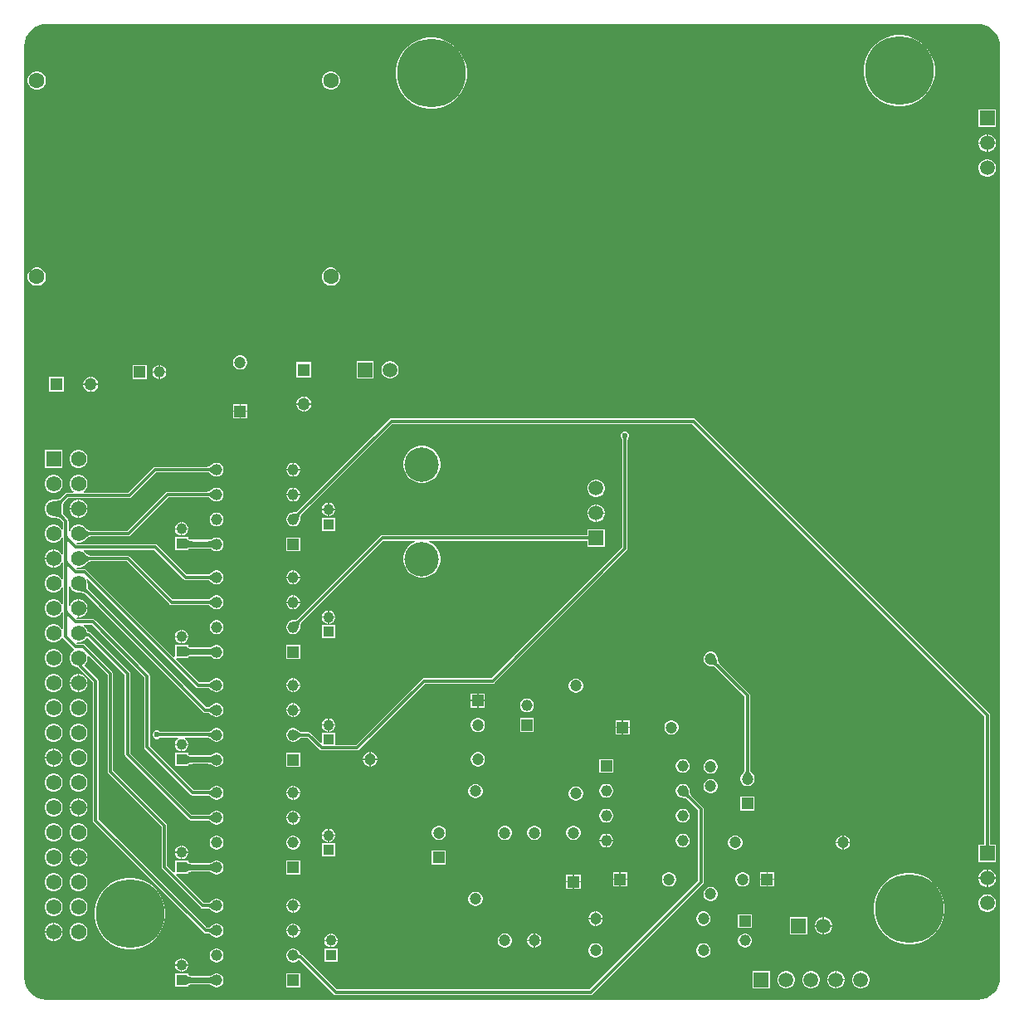
<source format=gbl>
G04*
G04 #@! TF.GenerationSoftware,Altium Limited,Altium Designer,23.1.1 (15)*
G04*
G04 Layer_Physical_Order=2*
G04 Layer_Color=16711680*
%FSLAX44Y44*%
%MOMM*%
G71*
G04*
G04 #@! TF.SameCoordinates,6738689B-69C8-4945-92D2-403F8773F2B1*
G04*
G04*
G04 #@! TF.FilePolarity,Positive*
G04*
G01*
G75*
%ADD36C,0.3000*%
%ADD37C,0.6000*%
%ADD38R,1.2000X1.2000*%
%ADD39C,1.2000*%
%ADD40C,1.1000*%
%ADD41R,1.1000X1.1000*%
%ADD42R,1.2750X1.2750*%
%ADD43C,1.2750*%
%ADD44C,1.1500*%
%ADD45R,1.1500X1.1500*%
%ADD46R,1.2750X1.2750*%
%ADD47C,1.5750*%
%ADD48R,1.5750X1.5750*%
%ADD49R,1.5000X1.5000*%
%ADD50C,1.5000*%
%ADD51R,1.2000X1.2000*%
%ADD52R,1.1500X1.1500*%
%ADD53R,1.1590X1.1590*%
%ADD54C,1.1590*%
%ADD55R,1.5080X1.5080*%
%ADD56C,1.5080*%
%ADD57C,7.0000*%
%ADD58C,1.6000*%
%ADD59C,3.5160*%
%ADD60C,0.5000*%
%ADD61C,0.6000*%
G36*
X979431Y997276D02*
X983692Y995984D01*
X987618Y993885D01*
X991060Y991060D01*
X993885Y987618D01*
X995984Y983692D01*
X997276Y979431D01*
X997703Y975090D01*
X997685Y975000D01*
Y25000D01*
X997703Y24910D01*
X997276Y20569D01*
X995984Y16308D01*
X993885Y12382D01*
X991060Y8940D01*
X987618Y6115D01*
X983692Y4017D01*
X979431Y2724D01*
X975090Y2297D01*
X975000Y2315D01*
X25000D01*
X24910Y2297D01*
X20569Y2724D01*
X16308Y4017D01*
X12382Y6115D01*
X8940Y8940D01*
X6115Y12382D01*
X4017Y16308D01*
X2724Y20569D01*
X2297Y24910D01*
X2315Y25000D01*
Y975000D01*
X2297Y975090D01*
X2724Y979431D01*
X4017Y983692D01*
X6115Y987618D01*
X8940Y991060D01*
X12382Y993885D01*
X16308Y995984D01*
X20569Y997276D01*
X24910Y997703D01*
X25000Y997685D01*
X975000D01*
X975090Y997703D01*
X979431Y997276D01*
D02*
G37*
%LPC*%
G36*
X316220Y949270D02*
X313780D01*
X311422Y948638D01*
X309308Y947418D01*
X307582Y945692D01*
X306362Y943578D01*
X305730Y941220D01*
Y938780D01*
X306362Y936422D01*
X307582Y934308D01*
X309308Y932582D01*
X311422Y931362D01*
X313780Y930730D01*
X316220D01*
X318578Y931362D01*
X320692Y932582D01*
X322418Y934308D01*
X323638Y936422D01*
X324270Y938780D01*
Y941220D01*
X323638Y943578D01*
X322418Y945692D01*
X320692Y947418D01*
X318578Y948638D01*
X316220Y949270D01*
D02*
G37*
G36*
X16220D02*
X13780D01*
X11422Y948638D01*
X9308Y947418D01*
X7582Y945692D01*
X6362Y943578D01*
X5730Y941220D01*
Y938780D01*
X6362Y936422D01*
X7582Y934308D01*
X9308Y932582D01*
X11422Y931362D01*
X13780Y930730D01*
X16220D01*
X18578Y931362D01*
X20692Y932582D01*
X22418Y934308D01*
X23638Y936422D01*
X24270Y938780D01*
Y941220D01*
X23638Y943578D01*
X22418Y945692D01*
X20692Y947418D01*
X18578Y948638D01*
X16220Y949270D01*
D02*
G37*
G36*
X897855Y986270D02*
X892145D01*
X886507Y985377D01*
X881077Y983613D01*
X875990Y981021D01*
X871372Y977665D01*
X867335Y973628D01*
X863979Y969010D01*
X861387Y963923D01*
X859623Y958493D01*
X858730Y952855D01*
Y947145D01*
X859623Y941507D01*
X861387Y936077D01*
X863979Y930990D01*
X867335Y926372D01*
X871372Y922335D01*
X875990Y918979D01*
X881077Y916387D01*
X886507Y914623D01*
X892145Y913730D01*
X897855D01*
X903493Y914623D01*
X908923Y916387D01*
X914010Y918979D01*
X918628Y922335D01*
X922665Y926372D01*
X926021Y930990D01*
X928613Y936077D01*
X930377Y941507D01*
X931270Y947145D01*
Y952855D01*
X930377Y958493D01*
X928613Y963923D01*
X926021Y969010D01*
X922665Y973628D01*
X918628Y977665D01*
X914010Y981021D01*
X908923Y983613D01*
X903493Y985377D01*
X897855Y986270D01*
D02*
G37*
G36*
X420354Y983770D02*
X414646D01*
X409007Y982877D01*
X403577Y981113D01*
X398490Y978521D01*
X393872Y975165D01*
X389835Y971128D01*
X386479Y966510D01*
X383887Y961423D01*
X382123Y955993D01*
X381230Y950355D01*
Y944645D01*
X382123Y939007D01*
X383887Y933577D01*
X386479Y928490D01*
X389835Y923872D01*
X393872Y919835D01*
X398490Y916479D01*
X403577Y913887D01*
X409007Y912123D01*
X414646Y911230D01*
X420354D01*
X425993Y912123D01*
X431423Y913887D01*
X436510Y916479D01*
X441128Y919835D01*
X445165Y923872D01*
X448521Y928490D01*
X451113Y933577D01*
X452877Y939007D01*
X453770Y944645D01*
Y950355D01*
X452877Y955993D01*
X451113Y961423D01*
X448521Y966510D01*
X445165Y971128D01*
X441128Y975165D01*
X436510Y978521D01*
X431423Y981113D01*
X425993Y982877D01*
X420354Y983770D01*
D02*
G37*
G36*
X993600Y910480D02*
X975980D01*
Y892860D01*
X993600D01*
Y910480D01*
D02*
G37*
G36*
X985950Y885080D02*
X985425D01*
Y876905D01*
X993600D01*
Y877430D01*
X993000Y879670D01*
X991840Y881679D01*
X990199Y883320D01*
X988191Y884480D01*
X985950Y885080D01*
D02*
G37*
G36*
X984155D02*
X983630D01*
X981389Y884480D01*
X979380Y883320D01*
X977740Y881679D01*
X976580Y879670D01*
X975980Y877430D01*
Y876905D01*
X984155D01*
Y885080D01*
D02*
G37*
G36*
X993600Y875635D02*
X985425D01*
Y867460D01*
X985950D01*
X988191Y868060D01*
X990199Y869220D01*
X991840Y870861D01*
X993000Y872869D01*
X993600Y875110D01*
Y875635D01*
D02*
G37*
G36*
X984155D02*
X975980D01*
Y875110D01*
X976580Y872869D01*
X977740Y870861D01*
X979380Y869220D01*
X981389Y868060D01*
X983630Y867460D01*
X984155D01*
Y875635D01*
D02*
G37*
G36*
X985950Y859680D02*
X983630D01*
X981389Y859080D01*
X979380Y857920D01*
X977740Y856279D01*
X976580Y854270D01*
X975980Y852030D01*
Y849710D01*
X976580Y847469D01*
X977740Y845461D01*
X979380Y843820D01*
X981389Y842660D01*
X983630Y842060D01*
X985950D01*
X988191Y842660D01*
X990199Y843820D01*
X991840Y845461D01*
X993000Y847469D01*
X993600Y849710D01*
Y852030D01*
X993000Y854270D01*
X991840Y856279D01*
X990199Y857920D01*
X988191Y859080D01*
X985950Y859680D01*
D02*
G37*
G36*
X316220Y749270D02*
X313780D01*
X311422Y748638D01*
X309308Y747418D01*
X307582Y745692D01*
X306362Y743578D01*
X305730Y741220D01*
Y738780D01*
X306362Y736422D01*
X307582Y734308D01*
X309308Y732582D01*
X311422Y731362D01*
X313780Y730730D01*
X316220D01*
X318578Y731362D01*
X320692Y732582D01*
X322418Y734308D01*
X323638Y736422D01*
X324270Y738780D01*
Y741220D01*
X323638Y743578D01*
X322418Y745692D01*
X320692Y747418D01*
X318578Y748638D01*
X316220Y749270D01*
D02*
G37*
G36*
X16220D02*
X13780D01*
X11422Y748638D01*
X9308Y747418D01*
X7582Y745692D01*
X6362Y743578D01*
X5730Y741220D01*
Y738780D01*
X6362Y736422D01*
X7582Y734308D01*
X9308Y732582D01*
X11422Y731362D01*
X13780Y730730D01*
X16220D01*
X18578Y731362D01*
X20692Y732582D01*
X22418Y734308D01*
X23638Y736422D01*
X24270Y738780D01*
Y741220D01*
X23638Y743578D01*
X22418Y745692D01*
X20692Y747418D01*
X18578Y748638D01*
X16220Y749270D01*
D02*
G37*
G36*
X223457Y659770D02*
X221543D01*
X219694Y659275D01*
X218036Y658317D01*
X216683Y656964D01*
X215725Y655306D01*
X215230Y653457D01*
Y651543D01*
X215725Y649694D01*
X216683Y648036D01*
X218036Y646683D01*
X219694Y645725D01*
X221543Y645230D01*
X223457D01*
X225306Y645725D01*
X226964Y646683D01*
X228318Y648036D01*
X229275Y649694D01*
X229770Y651543D01*
Y653457D01*
X229275Y655306D01*
X228318Y656964D01*
X226964Y658317D01*
X225306Y659275D01*
X223457Y659770D01*
D02*
G37*
G36*
X140924Y649520D02*
X140635D01*
Y643135D01*
X147020D01*
Y643424D01*
X146542Y645210D01*
X145617Y646810D01*
X144310Y648117D01*
X142710Y649042D01*
X140924Y649520D01*
D02*
G37*
G36*
X139365D02*
X139076D01*
X137290Y649042D01*
X135690Y648117D01*
X134383Y646810D01*
X133458Y645210D01*
X132980Y643424D01*
Y643135D01*
X139365D01*
Y649520D01*
D02*
G37*
G36*
X295145Y652645D02*
X279855D01*
Y637355D01*
X295145D01*
Y652645D01*
D02*
G37*
G36*
X376555Y653770D02*
X374245D01*
X372015Y653172D01*
X370015Y652018D01*
X368382Y650385D01*
X367228Y648385D01*
X366630Y646155D01*
Y643845D01*
X367228Y641615D01*
X368382Y639615D01*
X370015Y637982D01*
X372015Y636828D01*
X374245Y636230D01*
X376555D01*
X378785Y636828D01*
X380785Y637982D01*
X382418Y639615D01*
X383572Y641615D01*
X384170Y643845D01*
Y646155D01*
X383572Y648385D01*
X382418Y650385D01*
X380785Y652018D01*
X378785Y653172D01*
X376555Y653770D01*
D02*
G37*
G36*
X358770D02*
X341230D01*
Y636230D01*
X358770D01*
Y653770D01*
D02*
G37*
G36*
X147020Y641865D02*
X140635D01*
Y635480D01*
X140924D01*
X142710Y635958D01*
X144310Y636883D01*
X145617Y638190D01*
X146542Y639790D01*
X147020Y641576D01*
Y641865D01*
D02*
G37*
G36*
X139365D02*
X132980D01*
Y641576D01*
X133458Y639790D01*
X134383Y638190D01*
X135690Y636883D01*
X137290Y635958D01*
X139076Y635480D01*
X139365D01*
Y641865D01*
D02*
G37*
G36*
X127020Y649520D02*
X112980D01*
Y635480D01*
X127020D01*
Y649520D01*
D02*
G37*
G36*
X71006Y637645D02*
X70635D01*
Y630635D01*
X77645D01*
Y631007D01*
X77124Y632951D01*
X76118Y634694D01*
X74694Y636118D01*
X72951Y637124D01*
X71006Y637645D01*
D02*
G37*
G36*
X69365D02*
X68994D01*
X67049Y637124D01*
X65306Y636118D01*
X63882Y634694D01*
X62876Y632951D01*
X62355Y631007D01*
Y630635D01*
X69365D01*
Y637645D01*
D02*
G37*
G36*
X77645Y629365D02*
X70635D01*
Y622355D01*
X71006D01*
X72951Y622876D01*
X74694Y623882D01*
X76118Y625306D01*
X77124Y627049D01*
X77645Y628993D01*
Y629365D01*
D02*
G37*
G36*
X69365D02*
X62355D01*
Y628993D01*
X62876Y627049D01*
X63882Y625306D01*
X65306Y623882D01*
X67049Y622876D01*
X68994Y622355D01*
X69365D01*
Y629365D01*
D02*
G37*
G36*
X42645Y637645D02*
X27355D01*
Y622355D01*
X42645D01*
Y637645D01*
D02*
G37*
G36*
X288507Y617645D02*
X288135D01*
Y610635D01*
X295145D01*
Y611007D01*
X294624Y612951D01*
X293617Y614694D01*
X292194Y616118D01*
X290451Y617124D01*
X288507Y617645D01*
D02*
G37*
G36*
X286865D02*
X286493D01*
X284549Y617124D01*
X282806Y616118D01*
X281383Y614694D01*
X280376Y612951D01*
X279855Y611007D01*
Y610635D01*
X286865D01*
Y617645D01*
D02*
G37*
G36*
X229770Y609770D02*
X223135D01*
Y603135D01*
X229770D01*
Y609770D01*
D02*
G37*
G36*
X221865D02*
X215230D01*
Y603135D01*
X221865D01*
Y609770D01*
D02*
G37*
G36*
X295145Y609365D02*
X288135D01*
Y602355D01*
X288507D01*
X290451Y602876D01*
X292194Y603882D01*
X293617Y605306D01*
X294624Y607049D01*
X295145Y608993D01*
Y609365D01*
D02*
G37*
G36*
X286865D02*
X279855D01*
Y608993D01*
X280376Y607049D01*
X281383Y605306D01*
X282806Y603882D01*
X284549Y602876D01*
X286493Y602355D01*
X286865D01*
Y609365D01*
D02*
G37*
G36*
X229770Y601865D02*
X223135D01*
Y595230D01*
X229770D01*
Y601865D01*
D02*
G37*
G36*
X221865D02*
X215230D01*
Y595230D01*
X221865D01*
Y601865D01*
D02*
G37*
G36*
X58704Y563045D02*
X56296D01*
X53970Y562422D01*
X51885Y561218D01*
X50182Y559515D01*
X48978Y557430D01*
X48355Y555104D01*
Y552696D01*
X48978Y550370D01*
X50182Y548285D01*
X51885Y546582D01*
X53970Y545378D01*
X56296Y544755D01*
X58704D01*
X61030Y545378D01*
X63115Y546582D01*
X64818Y548285D01*
X66022Y550370D01*
X66645Y552696D01*
Y555104D01*
X66022Y557430D01*
X64818Y559515D01*
X63115Y561218D01*
X61030Y562422D01*
X58704Y563045D01*
D02*
G37*
G36*
X41245D02*
X22955D01*
Y544755D01*
X41245D01*
Y563045D01*
D02*
G37*
G36*
X277480Y550165D02*
X277185D01*
Y543735D01*
X283615D01*
Y544030D01*
X283134Y545827D01*
X282203Y547438D01*
X280888Y548753D01*
X279277Y549683D01*
X277480Y550165D01*
D02*
G37*
G36*
X275915D02*
X275620D01*
X273823Y549683D01*
X272212Y548753D01*
X270897Y547438D01*
X269967Y545827D01*
X269485Y544030D01*
Y543735D01*
X275915D01*
Y550165D01*
D02*
G37*
G36*
X283615Y542465D02*
X277185D01*
Y536035D01*
X277480D01*
X279277Y536516D01*
X280888Y537447D01*
X282203Y538762D01*
X283134Y540373D01*
X283615Y542170D01*
Y542465D01*
D02*
G37*
G36*
X275915D02*
X269485D01*
Y542170D01*
X269967Y540373D01*
X270897Y538762D01*
X272212Y537447D01*
X273823Y536516D01*
X275620Y536035D01*
X275915D01*
Y542465D01*
D02*
G37*
G36*
X199380Y550165D02*
X197520D01*
X195723Y549683D01*
X194112Y548753D01*
X193598Y548240D01*
X193354Y548143D01*
X192880Y547683D01*
X192440Y547300D01*
X192012Y546969D01*
X191595Y546690D01*
X191193Y546461D01*
X190805Y546280D01*
X190431Y546144D01*
X190070Y546050D01*
X189719Y545995D01*
X189303Y545973D01*
X189202Y545924D01*
X135838D01*
X134757Y545709D01*
X133841Y545097D01*
X133841Y545097D01*
X108318Y519574D01*
X62870D01*
X62530Y520844D01*
X63115Y521182D01*
X64818Y522885D01*
X66022Y524970D01*
X66645Y527296D01*
Y529704D01*
X66022Y532030D01*
X64818Y534115D01*
X63115Y535818D01*
X61030Y537022D01*
X58704Y537645D01*
X56296D01*
X53970Y537022D01*
X51885Y535818D01*
X50182Y534115D01*
X48978Y532030D01*
X48355Y529704D01*
Y527296D01*
X48978Y524970D01*
X50182Y522885D01*
X51885Y521182D01*
X52470Y520844D01*
X52130Y519574D01*
X45750D01*
X44669Y519359D01*
X43753Y518747D01*
X43753Y518747D01*
X39044Y514038D01*
X38943Y514004D01*
X38563Y513672D01*
X38183Y513418D01*
X37724Y513180D01*
X37183Y512965D01*
X36557Y512776D01*
X35847Y512618D01*
X35072Y512497D01*
X33210Y512359D01*
X32166Y512349D01*
X31921Y512245D01*
X30896D01*
X28570Y511622D01*
X26485Y510418D01*
X24782Y508715D01*
X23578Y506630D01*
X22955Y504304D01*
Y501896D01*
X23578Y499570D01*
X24782Y497485D01*
X26485Y495782D01*
X28570Y494578D01*
X30896Y493955D01*
X31907D01*
X32138Y493851D01*
X34195Y493791D01*
X35054Y493705D01*
X35847Y493582D01*
X36557Y493424D01*
X37183Y493236D01*
X37724Y493020D01*
X38183Y492783D01*
X38563Y492528D01*
X38943Y492196D01*
X39044Y492162D01*
X41712Y489494D01*
Y481881D01*
X40442Y481541D01*
X39418Y483315D01*
X37715Y485018D01*
X35630Y486222D01*
X33304Y486845D01*
X30896D01*
X28570Y486222D01*
X26485Y485018D01*
X24782Y483315D01*
X23578Y481230D01*
X22955Y478904D01*
Y476496D01*
X23578Y474170D01*
X24782Y472085D01*
X26485Y470382D01*
X28570Y469178D01*
X30896Y468555D01*
X33304D01*
X35630Y469178D01*
X37715Y470382D01*
X39418Y472085D01*
X40478Y473921D01*
X41712Y473519D01*
Y456482D01*
X40442Y456141D01*
X39418Y457915D01*
X37715Y459618D01*
X35630Y460822D01*
X33304Y461445D01*
X32735D01*
Y452300D01*
X32100D01*
D01*
X32735D01*
Y443155D01*
X33304D01*
X35630Y443778D01*
X37715Y444982D01*
X39418Y446685D01*
X40478Y448521D01*
X41712Y448119D01*
Y431082D01*
X40442Y430741D01*
X39418Y432515D01*
X37715Y434218D01*
X35630Y435422D01*
X33304Y436045D01*
X30896D01*
X28570Y435422D01*
X26485Y434218D01*
X24782Y432515D01*
X23578Y430430D01*
X22955Y428104D01*
Y425696D01*
X23578Y423370D01*
X24782Y421285D01*
X26485Y419582D01*
X28570Y418378D01*
X30896Y417755D01*
X33304D01*
X35630Y418378D01*
X37715Y419582D01*
X39418Y421285D01*
X40442Y423059D01*
X41712Y422719D01*
Y405681D01*
X40442Y405341D01*
X39418Y407115D01*
X37715Y408818D01*
X35630Y410022D01*
X33304Y410645D01*
X30896D01*
X28570Y410022D01*
X26485Y408818D01*
X24782Y407115D01*
X23578Y405030D01*
X22955Y402704D01*
Y400296D01*
X23578Y397970D01*
X24782Y395885D01*
X26485Y394182D01*
X28570Y392978D01*
X30896Y392355D01*
X33304D01*
X35630Y392978D01*
X37715Y394182D01*
X39418Y395885D01*
X40478Y397721D01*
X41712Y397319D01*
Y380281D01*
X40442Y379941D01*
X39418Y381715D01*
X37715Y383418D01*
X35630Y384622D01*
X33304Y385245D01*
X30896D01*
X28570Y384622D01*
X26485Y383418D01*
X24782Y381715D01*
X23578Y379630D01*
X22955Y377304D01*
Y374896D01*
X23578Y372570D01*
X24782Y370485D01*
X26485Y368782D01*
X28570Y367578D01*
X30896Y366955D01*
X33304D01*
X35630Y367578D01*
X37715Y368782D01*
X39418Y370485D01*
X40487Y372337D01*
X40580Y372346D01*
X41504Y372242D01*
X41773Y372142D01*
X41927Y371366D01*
X42539Y370450D01*
X52536Y360453D01*
X52536Y360453D01*
X53012Y360135D01*
X53089Y358790D01*
X53056Y358694D01*
X51885Y358018D01*
X50182Y356315D01*
X48978Y354230D01*
X48355Y351904D01*
Y349496D01*
X48978Y347170D01*
X50182Y345085D01*
X51885Y343382D01*
X53970Y342178D01*
X56296Y341555D01*
X57315D01*
X57330Y341480D01*
X57943Y340563D01*
X72176Y326330D01*
Y185000D01*
X72176Y185000D01*
X72391Y183919D01*
X73003Y183003D01*
X185303Y70703D01*
X185303Y70703D01*
X186219Y70091D01*
X187300Y69876D01*
X189202D01*
X189303Y69827D01*
X189719Y69805D01*
X190070Y69750D01*
X190431Y69656D01*
X190805Y69520D01*
X191193Y69339D01*
X191595Y69110D01*
X192011Y68831D01*
X192440Y68500D01*
X192880Y68117D01*
X193354Y67657D01*
X193598Y67560D01*
X194112Y67047D01*
X195723Y66116D01*
X197520Y65635D01*
X199380D01*
X201177Y66116D01*
X202788Y67047D01*
X204103Y68362D01*
X205033Y69973D01*
X205515Y71770D01*
Y73630D01*
X205033Y75427D01*
X204103Y77038D01*
X202788Y78353D01*
X201177Y79283D01*
X199380Y79765D01*
X197520D01*
X195723Y79283D01*
X194112Y78353D01*
X193598Y77840D01*
X193354Y77743D01*
X192880Y77283D01*
X192440Y76900D01*
X192012Y76569D01*
X191595Y76290D01*
X191193Y76061D01*
X190805Y75880D01*
X190431Y75744D01*
X190070Y75650D01*
X189719Y75595D01*
X189303Y75573D01*
X189202Y75524D01*
X188470D01*
X77824Y186170D01*
Y327500D01*
X77609Y328581D01*
X76997Y329497D01*
X76997Y329497D01*
X63115Y343379D01*
X63115Y343382D01*
X64818Y345085D01*
X66022Y347170D01*
X66645Y349496D01*
Y351904D01*
X66470Y352557D01*
X67609Y353214D01*
X87176Y333647D01*
Y235000D01*
X87176Y235000D01*
X87391Y233919D01*
X88003Y233003D01*
X142176Y178830D01*
Y137500D01*
X142176Y137500D01*
X142391Y136419D01*
X143003Y135503D01*
X182403Y96103D01*
X182403Y96103D01*
X183319Y95491D01*
X184400Y95276D01*
X184400Y95276D01*
X189202D01*
X189303Y95227D01*
X189719Y95205D01*
X190070Y95150D01*
X190431Y95056D01*
X190805Y94920D01*
X191193Y94739D01*
X191595Y94510D01*
X192011Y94231D01*
X192440Y93900D01*
X192880Y93517D01*
X193354Y93057D01*
X193598Y92960D01*
X194112Y92447D01*
X195723Y91517D01*
X197520Y91035D01*
X199380D01*
X201177Y91517D01*
X202788Y92447D01*
X204103Y93762D01*
X205033Y95373D01*
X205515Y97170D01*
Y99030D01*
X205033Y100827D01*
X204103Y102438D01*
X202788Y103753D01*
X201177Y104684D01*
X199380Y105165D01*
X197520D01*
X195723Y104684D01*
X194112Y103753D01*
X193598Y103240D01*
X193354Y103143D01*
X192880Y102683D01*
X192440Y102300D01*
X192012Y101969D01*
X191595Y101690D01*
X191193Y101461D01*
X190805Y101280D01*
X190431Y101144D01*
X190070Y101050D01*
X189719Y100995D01*
X189303Y100973D01*
X189202Y100924D01*
X185570D01*
X156938Y129557D01*
X157423Y130730D01*
X167676D01*
X167780Y130669D01*
X167877Y130694D01*
X167969Y130656D01*
X168149Y130730D01*
X169270D01*
Y131737D01*
X169331Y131841D01*
X169363Y132068D01*
X169372Y132087D01*
X169433Y132157D01*
X169619Y132287D01*
X169963Y132446D01*
X170471Y132604D01*
X171112Y132734D01*
X172908Y132904D01*
X173997Y132926D01*
X174044Y132946D01*
X189801D01*
X189844Y132927D01*
X189846Y132927D01*
X189849Y132926D01*
X191017Y132884D01*
X191475Y132836D01*
X191891Y132771D01*
X192249Y132691D01*
X192547Y132601D01*
X192784Y132507D01*
X192960Y132413D01*
X193081Y132329D01*
X193235Y132185D01*
X193457Y132101D01*
X194112Y131447D01*
X195723Y130516D01*
X197520Y130035D01*
X199380D01*
X201177Y130516D01*
X202788Y131447D01*
X204103Y132762D01*
X205033Y134373D01*
X205515Y136170D01*
Y138030D01*
X205033Y139827D01*
X204103Y141438D01*
X202788Y142753D01*
X201177Y143683D01*
X199380Y144165D01*
X197520D01*
X195723Y143683D01*
X194112Y142753D01*
X193778Y142420D01*
X193584Y142361D01*
X193424Y142230D01*
X193294Y142150D01*
X193104Y142062D01*
X192853Y141973D01*
X192541Y141889D01*
X192170Y141816D01*
X191757Y141758D01*
X190713Y141684D01*
X190120Y141674D01*
X190072Y141654D01*
X174048D01*
X174002Y141674D01*
X172900Y141700D01*
X171964Y141774D01*
X171171Y141891D01*
X170526Y142046D01*
X170036Y142224D01*
X169703Y142405D01*
X169511Y142563D01*
X169420Y142686D01*
X169373Y142802D01*
X169335Y143131D01*
X169270Y143246D01*
Y144270D01*
X168149D01*
X167969Y144344D01*
X167890Y144311D01*
X167808Y144335D01*
X167693Y144270D01*
X155730D01*
Y132423D01*
X154557Y131938D01*
X147824Y138670D01*
Y180000D01*
X147824Y180000D01*
X147609Y181081D01*
X146997Y181997D01*
X92824Y236170D01*
Y334817D01*
X92609Y335898D01*
X91997Y336814D01*
X91997Y336814D01*
X64364Y364447D01*
X63448Y365059D01*
X62367Y365274D01*
X62367Y365274D01*
X55979D01*
X55550Y365840D01*
X56296Y366955D01*
X58704D01*
X61030Y367578D01*
X63115Y368782D01*
X64818Y370485D01*
X65219Y371180D01*
X65397Y371291D01*
X65496Y371431D01*
X65540Y371476D01*
X66677Y371829D01*
X104676Y333830D01*
Y252500D01*
X104676Y252500D01*
X104891Y251419D01*
X105503Y250503D01*
X170103Y185903D01*
X171019Y185291D01*
X172100Y185076D01*
X172100Y185076D01*
X189202D01*
X189303Y185027D01*
X189719Y185005D01*
X190070Y184950D01*
X190431Y184856D01*
X190805Y184720D01*
X191193Y184539D01*
X191595Y184310D01*
X192011Y184031D01*
X192440Y183700D01*
X192880Y183317D01*
X193354Y182857D01*
X193598Y182760D01*
X194112Y182246D01*
X195723Y181316D01*
X197520Y180835D01*
X199380D01*
X201177Y181316D01*
X202788Y182246D01*
X204103Y183562D01*
X205033Y185173D01*
X205515Y186970D01*
Y188830D01*
X205033Y190627D01*
X204103Y192238D01*
X202788Y193553D01*
X201177Y194483D01*
X199380Y194965D01*
X197520D01*
X195723Y194483D01*
X194112Y193553D01*
X193598Y193040D01*
X193354Y192943D01*
X192880Y192483D01*
X192440Y192100D01*
X192012Y191769D01*
X191595Y191490D01*
X191193Y191261D01*
X190805Y191080D01*
X190431Y190944D01*
X190070Y190849D01*
X189719Y190795D01*
X189303Y190773D01*
X189202Y190724D01*
X173270D01*
X110324Y253670D01*
Y335000D01*
X110324Y335000D01*
X110109Y336081D01*
X109497Y336997D01*
X109497Y336997D01*
X69697Y376797D01*
X68781Y377409D01*
X67976Y377569D01*
X67746Y377673D01*
X67376Y377686D01*
X67107Y377715D01*
X66897Y377757D01*
X66746Y377805D01*
X66653Y377849D01*
X66607Y377879D01*
X66591Y377894D01*
X66586Y377901D01*
X66578Y377919D01*
X66534Y378069D01*
X66393Y378246D01*
X66358Y378374D01*
X66333Y378485D01*
X66328Y378489D01*
X66022Y379630D01*
X64818Y381715D01*
X63115Y383418D01*
X62530Y383756D01*
X62870Y385026D01*
X70980D01*
X124676Y331330D01*
Y260000D01*
X124676Y260000D01*
X124891Y258919D01*
X125503Y258003D01*
X172203Y211303D01*
X173119Y210691D01*
X174200Y210476D01*
X174200Y210476D01*
X189202D01*
X189303Y210427D01*
X189719Y210405D01*
X190070Y210350D01*
X190431Y210256D01*
X190805Y210120D01*
X191193Y209939D01*
X191595Y209710D01*
X192011Y209431D01*
X192440Y209100D01*
X192880Y208717D01*
X193354Y208257D01*
X193598Y208160D01*
X194112Y207647D01*
X195723Y206716D01*
X197520Y206235D01*
X199380D01*
X201177Y206716D01*
X202788Y207647D01*
X204103Y208962D01*
X205033Y210573D01*
X205515Y212370D01*
Y214230D01*
X205033Y216027D01*
X204103Y217638D01*
X202788Y218953D01*
X201177Y219883D01*
X199380Y220365D01*
X197520D01*
X195723Y219883D01*
X194112Y218953D01*
X193598Y218440D01*
X193354Y218343D01*
X192880Y217883D01*
X192440Y217500D01*
X192012Y217169D01*
X191595Y216890D01*
X191193Y216661D01*
X190805Y216480D01*
X190431Y216344D01*
X190070Y216250D01*
X189719Y216194D01*
X189303Y216173D01*
X189202Y216124D01*
X175370D01*
X130324Y261170D01*
Y332500D01*
X130324Y332500D01*
X130109Y333581D01*
X129497Y334497D01*
X74147Y389847D01*
X73231Y390459D01*
X72150Y390674D01*
X72150Y390674D01*
X55979D01*
X55550Y391240D01*
X56296Y392355D01*
X56865D01*
Y401500D01*
Y410645D01*
X56296D01*
X53970Y410022D01*
X51885Y408818D01*
X50182Y407115D01*
X48978Y405030D01*
X48631Y403732D01*
X47361Y403900D01*
Y424500D01*
X48631Y424668D01*
X48978Y423370D01*
X50182Y421285D01*
X51885Y419582D01*
X53970Y418378D01*
X56296Y417755D01*
X57308D01*
X57538Y417651D01*
X59595Y417591D01*
X60454Y417505D01*
X61247Y417382D01*
X61957Y417224D01*
X62583Y417036D01*
X63124Y416820D01*
X63583Y416583D01*
X63963Y416328D01*
X64343Y415996D01*
X64444Y415962D01*
X184703Y295703D01*
X184703Y295703D01*
X185619Y295091D01*
X186700Y294876D01*
X186700Y294876D01*
X189202D01*
X189303Y294827D01*
X189719Y294805D01*
X190070Y294750D01*
X190431Y294656D01*
X190805Y294520D01*
X191193Y294339D01*
X191595Y294110D01*
X192011Y293831D01*
X192440Y293500D01*
X192880Y293117D01*
X193354Y292657D01*
X193598Y292560D01*
X194112Y292047D01*
X195723Y291117D01*
X197520Y290635D01*
X199380D01*
X201177Y291117D01*
X202788Y292047D01*
X204103Y293362D01*
X205033Y294973D01*
X205515Y296770D01*
Y298630D01*
X205033Y300427D01*
X204103Y302038D01*
X202788Y303353D01*
X201177Y304284D01*
X199380Y304765D01*
X197520D01*
X195723Y304284D01*
X194112Y303353D01*
X193598Y302840D01*
X193354Y302743D01*
X192880Y302283D01*
X192440Y301900D01*
X192012Y301569D01*
X191595Y301290D01*
X191193Y301061D01*
X190805Y300880D01*
X190431Y300744D01*
X190070Y300650D01*
X189719Y300595D01*
X189303Y300573D01*
X189202Y300524D01*
X187870D01*
X68438Y419956D01*
X68404Y420057D01*
X68073Y420437D01*
X67818Y420817D01*
X67580Y421276D01*
X67365Y421817D01*
X67176Y422443D01*
X67018Y423153D01*
X66897Y423928D01*
X66759Y425791D01*
X66749Y426834D01*
X66645Y427079D01*
Y428104D01*
X66022Y430430D01*
X65669Y431041D01*
X66685Y431820D01*
X177403Y321103D01*
X177403Y321103D01*
X178319Y320491D01*
X179400Y320276D01*
X179400Y320276D01*
X189202D01*
X189303Y320227D01*
X189719Y320205D01*
X190070Y320150D01*
X190431Y320056D01*
X190805Y319920D01*
X191193Y319739D01*
X191595Y319510D01*
X192011Y319231D01*
X192440Y318900D01*
X192880Y318517D01*
X193354Y318057D01*
X193598Y317960D01*
X194112Y317447D01*
X195723Y316516D01*
X197520Y316035D01*
X199380D01*
X201177Y316516D01*
X202788Y317447D01*
X204103Y318762D01*
X205033Y320373D01*
X205515Y322170D01*
Y324030D01*
X205033Y325827D01*
X204103Y327438D01*
X202788Y328753D01*
X201177Y329683D01*
X199380Y330165D01*
X197520D01*
X195723Y329683D01*
X194112Y328753D01*
X193598Y328240D01*
X193354Y328143D01*
X192880Y327683D01*
X192440Y327300D01*
X192012Y326969D01*
X191595Y326690D01*
X191193Y326461D01*
X190805Y326280D01*
X190431Y326144D01*
X190070Y326050D01*
X189719Y325995D01*
X189303Y325973D01*
X189202Y325924D01*
X180570D01*
X156938Y349557D01*
X157423Y350730D01*
X167671D01*
X167771Y350670D01*
X167873Y350696D01*
X167969Y350656D01*
X168149Y350730D01*
X169270D01*
Y351732D01*
X169330Y351833D01*
X169359Y352030D01*
X169410Y352086D01*
X169596Y352211D01*
X169944Y352365D01*
X170457Y352516D01*
X171103Y352642D01*
X172904Y352805D01*
X173996Y352826D01*
X174043Y352846D01*
X189724D01*
X189762Y352828D01*
X189778Y352834D01*
X189794Y352826D01*
X190960Y352783D01*
X191415Y352735D01*
X191828Y352668D01*
X192183Y352587D01*
X192477Y352496D01*
X192710Y352400D01*
X192882Y352306D01*
X193000Y352222D01*
X193151Y352075D01*
X193370Y351989D01*
X194112Y351247D01*
X195723Y350317D01*
X197520Y349835D01*
X199380D01*
X201177Y350317D01*
X202788Y351247D01*
X204103Y352562D01*
X205033Y354173D01*
X205515Y355970D01*
Y357830D01*
X205033Y359627D01*
X204103Y361238D01*
X202788Y362553D01*
X201177Y363484D01*
X199380Y363965D01*
X197520D01*
X195723Y363484D01*
X194112Y362553D01*
X193853Y362294D01*
X193675Y362244D01*
X193515Y362117D01*
X193383Y362039D01*
X193190Y361952D01*
X192936Y361865D01*
X192621Y361783D01*
X192247Y361712D01*
X191831Y361655D01*
X190784Y361584D01*
X190188Y361575D01*
X190140Y361554D01*
X174049D01*
X174003Y361574D01*
X172902Y361601D01*
X171970Y361677D01*
X171180Y361798D01*
X170539Y361958D01*
X170053Y362141D01*
X169722Y362328D01*
X169528Y362494D01*
X169429Y362631D01*
X169376Y362772D01*
X169335Y363125D01*
X169270Y363243D01*
Y364270D01*
X168149D01*
X167969Y364344D01*
X167893Y364313D01*
X167814Y364335D01*
X167696Y364270D01*
X155730D01*
Y352424D01*
X154557Y351937D01*
X65847Y440647D01*
X64931Y441259D01*
X63850Y441474D01*
X63850Y441474D01*
X55979D01*
X55550Y442040D01*
X56296Y443155D01*
X58704D01*
X61030Y443778D01*
X63115Y444982D01*
X63830Y445697D01*
X64067Y445787D01*
X65564Y447199D01*
X66232Y447746D01*
X66880Y448220D01*
X67494Y448610D01*
X68069Y448919D01*
X68605Y449149D01*
X69097Y449306D01*
X69546Y449394D01*
X70049Y449429D01*
X70144Y449476D01*
X106530D01*
X150303Y405703D01*
X151219Y405091D01*
X152300Y404876D01*
X152300Y404876D01*
X189202D01*
X189303Y404827D01*
X189719Y404805D01*
X190070Y404750D01*
X190431Y404656D01*
X190805Y404520D01*
X191193Y404339D01*
X191595Y404110D01*
X192011Y403831D01*
X192440Y403500D01*
X192880Y403117D01*
X193354Y402657D01*
X193598Y402560D01*
X194112Y402047D01*
X195723Y401116D01*
X197520Y400635D01*
X199380D01*
X201177Y401116D01*
X202788Y402047D01*
X204103Y403362D01*
X205033Y404973D01*
X205515Y406770D01*
Y408630D01*
X205033Y410427D01*
X204103Y412038D01*
X202788Y413353D01*
X201177Y414283D01*
X199380Y414765D01*
X197520D01*
X195723Y414283D01*
X194112Y413353D01*
X193598Y412840D01*
X193354Y412743D01*
X192880Y412283D01*
X192440Y411900D01*
X192012Y411569D01*
X191595Y411290D01*
X191193Y411061D01*
X190805Y410880D01*
X190431Y410744D01*
X190070Y410650D01*
X189719Y410595D01*
X189303Y410573D01*
X189202Y410524D01*
X153470D01*
X109697Y454297D01*
X108781Y454909D01*
X107700Y455124D01*
X107700Y455124D01*
X70144D01*
X70049Y455172D01*
X69546Y455206D01*
X69097Y455294D01*
X68605Y455451D01*
X68069Y455681D01*
X67493Y455990D01*
X66880Y456381D01*
X66246Y456844D01*
X64831Y458062D01*
X64087Y458793D01*
X63840Y458893D01*
X63115Y459618D01*
X62530Y459956D01*
X62870Y461226D01*
X134780D01*
X164903Y431103D01*
X164903Y431103D01*
X165819Y430491D01*
X166900Y430276D01*
X166900Y430276D01*
X189202D01*
X189303Y430227D01*
X189719Y430205D01*
X190070Y430150D01*
X190431Y430056D01*
X190805Y429920D01*
X191193Y429739D01*
X191595Y429510D01*
X192011Y429231D01*
X192440Y428900D01*
X192880Y428517D01*
X193354Y428057D01*
X193598Y427960D01*
X194112Y427447D01*
X195723Y426516D01*
X197520Y426035D01*
X199380D01*
X201177Y426516D01*
X202788Y427447D01*
X204103Y428762D01*
X205033Y430373D01*
X205515Y432170D01*
Y434030D01*
X205033Y435827D01*
X204103Y437438D01*
X202788Y438753D01*
X201177Y439683D01*
X199380Y440165D01*
X197520D01*
X195723Y439683D01*
X194112Y438753D01*
X193598Y438240D01*
X193354Y438143D01*
X192880Y437683D01*
X192440Y437300D01*
X192012Y436969D01*
X191595Y436690D01*
X191193Y436461D01*
X190805Y436280D01*
X190431Y436144D01*
X190070Y436050D01*
X189719Y435995D01*
X189303Y435973D01*
X189202Y435924D01*
X168070D01*
X137947Y466047D01*
X137031Y466659D01*
X135950Y466874D01*
X135950Y466874D01*
X55979D01*
X55550Y467440D01*
X56296Y468555D01*
X58704D01*
X61030Y469178D01*
X63115Y470382D01*
X63830Y471097D01*
X64067Y471187D01*
X65564Y472599D01*
X66232Y473146D01*
X66880Y473620D01*
X67494Y474010D01*
X68069Y474319D01*
X68605Y474549D01*
X69097Y474706D01*
X69546Y474794D01*
X70049Y474829D01*
X70144Y474876D01*
X108538D01*
X108538Y474876D01*
X109619Y475091D01*
X110535Y475703D01*
X149708Y514876D01*
X189202D01*
X189303Y514827D01*
X189719Y514805D01*
X190070Y514750D01*
X190431Y514656D01*
X190805Y514520D01*
X191193Y514339D01*
X191595Y514110D01*
X192011Y513831D01*
X192440Y513500D01*
X192880Y513117D01*
X193354Y512657D01*
X193598Y512560D01*
X194112Y512047D01*
X195723Y511116D01*
X197520Y510635D01*
X199380D01*
X201177Y511116D01*
X202788Y512047D01*
X204103Y513362D01*
X205033Y514973D01*
X205515Y516770D01*
Y518630D01*
X205033Y520427D01*
X204103Y522038D01*
X202788Y523353D01*
X201177Y524283D01*
X199380Y524765D01*
X197520D01*
X195723Y524283D01*
X194112Y523353D01*
X193598Y522840D01*
X193354Y522743D01*
X192880Y522283D01*
X192440Y521900D01*
X192012Y521569D01*
X191595Y521290D01*
X191193Y521061D01*
X190805Y520880D01*
X190431Y520744D01*
X190070Y520650D01*
X189719Y520595D01*
X189303Y520573D01*
X189202Y520524D01*
X148538D01*
X148538Y520524D01*
X147457Y520309D01*
X146541Y519697D01*
X146541Y519697D01*
X107368Y480524D01*
X70144D01*
X70049Y480572D01*
X69546Y480606D01*
X69097Y480694D01*
X68605Y480851D01*
X68069Y481081D01*
X67493Y481390D01*
X66880Y481781D01*
X66246Y482244D01*
X64831Y483462D01*
X64087Y484193D01*
X63840Y484293D01*
X63115Y485018D01*
X61030Y486222D01*
X58704Y486845D01*
X56296D01*
X53970Y486222D01*
X51885Y485018D01*
X50182Y483315D01*
X48978Y481230D01*
X48631Y479933D01*
X47361Y480100D01*
Y490664D01*
X47361Y490664D01*
X47146Y491744D01*
X46533Y492661D01*
X46533Y492661D01*
X43038Y496156D01*
X43004Y496257D01*
X42673Y496637D01*
X42417Y497017D01*
X42180Y497476D01*
X41965Y498017D01*
X41776Y498643D01*
X41618Y499353D01*
X41497Y500128D01*
X41359Y501991D01*
X41349Y503034D01*
X41326Y503088D01*
X41349Y503139D01*
X41409Y505195D01*
X41495Y506054D01*
X41618Y506847D01*
X41776Y507557D01*
X41965Y508183D01*
X42180Y508725D01*
X42417Y509183D01*
X42672Y509563D01*
X43004Y509943D01*
X43038Y510044D01*
X46920Y513926D01*
X109488D01*
X109488Y513926D01*
X110569Y514141D01*
X111485Y514753D01*
X137008Y540276D01*
X189202D01*
X189303Y540227D01*
X189719Y540205D01*
X190070Y540150D01*
X190431Y540056D01*
X190805Y539920D01*
X191193Y539739D01*
X191595Y539510D01*
X192011Y539231D01*
X192440Y538900D01*
X192880Y538517D01*
X193354Y538057D01*
X193598Y537960D01*
X194112Y537447D01*
X195723Y536516D01*
X197520Y536035D01*
X199380D01*
X201177Y536516D01*
X202788Y537447D01*
X204103Y538762D01*
X205033Y540373D01*
X205515Y542170D01*
Y544030D01*
X205033Y545827D01*
X204103Y547438D01*
X202788Y548753D01*
X201177Y549683D01*
X199380Y550165D01*
D02*
G37*
G36*
X409748Y567110D02*
X406034D01*
X402393Y566386D01*
X398962Y564965D01*
X395875Y562902D01*
X393249Y560276D01*
X391186Y557189D01*
X389765Y553758D01*
X389041Y550117D01*
Y546403D01*
X389765Y542762D01*
X391186Y539331D01*
X393249Y536244D01*
X395875Y533618D01*
X398962Y531555D01*
X402393Y530134D01*
X406034Y529410D01*
X409748D01*
X413389Y530134D01*
X416820Y531555D01*
X419907Y533618D01*
X422533Y536244D01*
X424596Y539331D01*
X426017Y542762D01*
X426741Y546403D01*
Y550117D01*
X426017Y553758D01*
X424596Y557189D01*
X422533Y560276D01*
X419907Y562902D01*
X416820Y564965D01*
X413389Y566386D01*
X409748Y567110D01*
D02*
G37*
G36*
X33304Y537645D02*
X30896D01*
X28570Y537022D01*
X26485Y535818D01*
X24782Y534115D01*
X23578Y532030D01*
X22955Y529704D01*
Y527296D01*
X23578Y524970D01*
X24782Y522885D01*
X26485Y521182D01*
X28570Y519978D01*
X30896Y519355D01*
X33304D01*
X35630Y519978D01*
X37715Y521182D01*
X39418Y522885D01*
X40622Y524970D01*
X41245Y527296D01*
Y529704D01*
X40622Y532030D01*
X39418Y534115D01*
X37715Y535818D01*
X35630Y537022D01*
X33304Y537645D01*
D02*
G37*
G36*
X277480Y524765D02*
X277185D01*
Y518335D01*
X283615D01*
Y518630D01*
X283134Y520427D01*
X282203Y522038D01*
X280888Y523353D01*
X279277Y524283D01*
X277480Y524765D01*
D02*
G37*
G36*
X275915D02*
X275620D01*
X273823Y524283D01*
X272212Y523353D01*
X270897Y522038D01*
X269967Y520427D01*
X269485Y518630D01*
Y518335D01*
X275915D01*
Y524765D01*
D02*
G37*
G36*
X586851Y532940D02*
X584531D01*
X582290Y532340D01*
X580281Y531180D01*
X578641Y529539D01*
X577481Y527531D01*
X576881Y525290D01*
Y522970D01*
X577481Y520729D01*
X578641Y518721D01*
X580281Y517080D01*
X582290Y515920D01*
X584531Y515320D01*
X586851D01*
X589091Y515920D01*
X591101Y517080D01*
X592741Y518721D01*
X593901Y520729D01*
X594501Y522970D01*
Y525290D01*
X593901Y527531D01*
X592741Y529539D01*
X591101Y531180D01*
X589091Y532340D01*
X586851Y532940D01*
D02*
G37*
G36*
X283615Y517065D02*
X277185D01*
Y510635D01*
X277480D01*
X279277Y511116D01*
X280888Y512047D01*
X282203Y513362D01*
X283134Y514973D01*
X283615Y516770D01*
Y517065D01*
D02*
G37*
G36*
X275915D02*
X269485D01*
Y516770D01*
X269967Y514973D01*
X270897Y513362D01*
X272212Y512047D01*
X273823Y511116D01*
X275620Y510635D01*
X275915D01*
Y517065D01*
D02*
G37*
G36*
X58704Y512245D02*
X58135D01*
Y503735D01*
X66645D01*
Y504304D01*
X66022Y506630D01*
X64818Y508715D01*
X63115Y510418D01*
X61030Y511622D01*
X58704Y512245D01*
D02*
G37*
G36*
X56865D02*
X56296D01*
X53970Y511622D01*
X51885Y510418D01*
X50182Y508715D01*
X48978Y506630D01*
X48355Y504304D01*
Y503735D01*
X56865D01*
Y512245D01*
D02*
G37*
G36*
X313391Y509270D02*
X313135D01*
Y503135D01*
X319270D01*
Y503391D01*
X318809Y505113D01*
X317917Y506657D01*
X316657Y507917D01*
X315113Y508809D01*
X313391Y509270D01*
D02*
G37*
G36*
X311865D02*
X311609D01*
X309887Y508809D01*
X308343Y507917D01*
X307083Y506657D01*
X306191Y505113D01*
X305730Y503391D01*
Y503135D01*
X311865D01*
Y509270D01*
D02*
G37*
G36*
X586851Y507540D02*
X586326D01*
Y499365D01*
X594501D01*
Y499890D01*
X593901Y502131D01*
X592741Y504140D01*
X591101Y505780D01*
X589091Y506940D01*
X586851Y507540D01*
D02*
G37*
G36*
X585056D02*
X584531D01*
X582290Y506940D01*
X580281Y505780D01*
X578641Y504140D01*
X577481Y502131D01*
X576881Y499890D01*
Y499365D01*
X585056D01*
Y507540D01*
D02*
G37*
G36*
X319270Y501865D02*
X313135D01*
Y495730D01*
X313391D01*
X315113Y496191D01*
X316657Y497083D01*
X317917Y498343D01*
X318809Y499887D01*
X319270Y501609D01*
Y501865D01*
D02*
G37*
G36*
X311865D02*
X305730D01*
Y501609D01*
X306191Y499887D01*
X307083Y498343D01*
X308343Y497083D01*
X309887Y496191D01*
X311609Y495730D01*
X311865D01*
Y501865D01*
D02*
G37*
G36*
X66645Y502465D02*
X58135D01*
Y493955D01*
X58704D01*
X61030Y494578D01*
X63115Y495782D01*
X64818Y497485D01*
X66022Y499570D01*
X66645Y501896D01*
Y502465D01*
D02*
G37*
G36*
X56865D02*
X48355D01*
Y501896D01*
X48978Y499570D01*
X50182Y497485D01*
X51885Y495782D01*
X53970Y494578D01*
X56296Y493955D01*
X56865D01*
Y502465D01*
D02*
G37*
G36*
X594501Y498095D02*
X586326D01*
Y489920D01*
X586851D01*
X589091Y490520D01*
X591101Y491680D01*
X592741Y493321D01*
X593901Y495330D01*
X594501Y497570D01*
Y498095D01*
D02*
G37*
G36*
X585056D02*
X576881D01*
Y497570D01*
X577481Y495330D01*
X578641Y493321D01*
X580281Y491680D01*
X582290Y490520D01*
X584531Y489920D01*
X585056D01*
Y498095D01*
D02*
G37*
G36*
X199380Y499365D02*
X197520D01*
X195723Y498884D01*
X194112Y497953D01*
X192797Y496638D01*
X191866Y495027D01*
X191385Y493230D01*
Y491370D01*
X191866Y489573D01*
X192797Y487962D01*
X194112Y486647D01*
X195723Y485717D01*
X197520Y485235D01*
X199380D01*
X201177Y485717D01*
X202788Y486647D01*
X204103Y487962D01*
X205033Y489573D01*
X205515Y491370D01*
Y493230D01*
X205033Y495027D01*
X204103Y496638D01*
X202788Y497953D01*
X201177Y498884D01*
X199380Y499365D01*
D02*
G37*
G36*
X163391Y489270D02*
X163135D01*
Y483135D01*
X169270D01*
Y483391D01*
X168809Y485113D01*
X167917Y486657D01*
X166657Y487917D01*
X165113Y488809D01*
X163391Y489270D01*
D02*
G37*
G36*
X161865D02*
X161609D01*
X159887Y488809D01*
X158343Y487917D01*
X157083Y486657D01*
X156191Y485113D01*
X155730Y483391D01*
Y483135D01*
X161865D01*
Y489270D01*
D02*
G37*
G36*
X319270Y494270D02*
X305730D01*
Y480730D01*
X319270D01*
Y494270D01*
D02*
G37*
G36*
X594501Y482140D02*
X576881D01*
Y476541D01*
X576845Y476475D01*
X576841Y476441D01*
X576837Y476438D01*
X576684Y476376D01*
X576438Y476311D01*
X576101Y476255D01*
X575680Y476218D01*
X575146Y476204D01*
X575033Y476154D01*
X367580D01*
X367580Y476154D01*
X366499Y475939D01*
X365583Y475327D01*
X281092Y390836D01*
X280986Y390799D01*
X280677Y390520D01*
X280390Y390311D01*
X280068Y390123D01*
X279707Y389955D01*
X279305Y389808D01*
X278858Y389686D01*
X278367Y389589D01*
X277830Y389519D01*
X277248Y389479D01*
X276588Y389469D01*
X276346Y389365D01*
X275620D01*
X273823Y388884D01*
X272212Y387953D01*
X270897Y386638D01*
X269967Y385027D01*
X269485Y383230D01*
Y381370D01*
X269967Y379573D01*
X270897Y377962D01*
X272212Y376647D01*
X273823Y375717D01*
X275620Y375235D01*
X277480D01*
X279277Y375717D01*
X280888Y376647D01*
X282203Y377962D01*
X283134Y379573D01*
X283615Y381370D01*
Y382096D01*
X283719Y382337D01*
X283729Y382998D01*
X283769Y383580D01*
X283839Y384117D01*
X283936Y384608D01*
X284058Y385055D01*
X284205Y385457D01*
X284373Y385818D01*
X284562Y386140D01*
X284770Y386427D01*
X285049Y386736D01*
X285086Y386842D01*
X368750Y470506D01*
X400619D01*
X400872Y469236D01*
X398962Y468445D01*
X395875Y466382D01*
X393249Y463756D01*
X391186Y460669D01*
X389765Y457238D01*
X389041Y453597D01*
Y449883D01*
X389765Y446242D01*
X391186Y442811D01*
X393249Y439724D01*
X395875Y437098D01*
X398962Y435035D01*
X402393Y433614D01*
X406034Y432890D01*
X409748D01*
X413389Y433614D01*
X416820Y435035D01*
X419907Y437098D01*
X422533Y439724D01*
X424596Y442811D01*
X426017Y446242D01*
X426741Y449883D01*
Y453597D01*
X426017Y457238D01*
X424596Y460669D01*
X422533Y463756D01*
X419907Y466382D01*
X416820Y468445D01*
X414910Y469236D01*
X415163Y470506D01*
X575033D01*
X575146Y470456D01*
X575680Y470442D01*
X576101Y470405D01*
X576438Y470350D01*
X576684Y470284D01*
X576837Y470222D01*
X576841Y470219D01*
X576845Y470185D01*
X576881Y470119D01*
Y464520D01*
X594501D01*
Y482140D01*
D02*
G37*
G36*
X169270Y481865D02*
X163135D01*
Y475730D01*
X163391D01*
X165113Y476191D01*
X166657Y477083D01*
X167917Y478343D01*
X168809Y479887D01*
X169270Y481609D01*
Y481865D01*
D02*
G37*
G36*
X161865D02*
X155730D01*
Y481609D01*
X156191Y479887D01*
X157083Y478343D01*
X158343Y477083D01*
X159887Y476191D01*
X161609Y475730D01*
X161865D01*
Y481865D01*
D02*
G37*
G36*
X167969Y474344D02*
X167893Y474313D01*
X167814Y474335D01*
X167696Y474270D01*
X155730D01*
Y460730D01*
X167671D01*
X167771Y460670D01*
X167873Y460696D01*
X167969Y460656D01*
X168149Y460730D01*
X169270D01*
Y461732D01*
X169330Y461833D01*
X169359Y462030D01*
X169410Y462086D01*
X169596Y462210D01*
X169944Y462365D01*
X170457Y462516D01*
X171103Y462642D01*
X172904Y462805D01*
X173996Y462826D01*
X174043Y462846D01*
X189724D01*
X189762Y462828D01*
X189778Y462833D01*
X189794Y462826D01*
X190960Y462783D01*
X191415Y462735D01*
X191828Y462668D01*
X192183Y462587D01*
X192477Y462496D01*
X192710Y462400D01*
X192882Y462306D01*
X193000Y462222D01*
X193151Y462075D01*
X193370Y461989D01*
X194112Y461247D01*
X195723Y460317D01*
X197520Y459835D01*
X199380D01*
X201177Y460317D01*
X202788Y461247D01*
X204103Y462562D01*
X205033Y464173D01*
X205515Y465970D01*
Y467830D01*
X205033Y469627D01*
X204103Y471238D01*
X202788Y472553D01*
X201177Y473484D01*
X199380Y473965D01*
X197520D01*
X195723Y473484D01*
X194112Y472553D01*
X193853Y472294D01*
X193675Y472244D01*
X193515Y472117D01*
X193383Y472039D01*
X193190Y471952D01*
X192936Y471865D01*
X192621Y471783D01*
X192247Y471712D01*
X191831Y471655D01*
X190784Y471584D01*
X190188Y471575D01*
X190140Y471554D01*
X174049D01*
X174003Y471574D01*
X172902Y471601D01*
X171970Y471677D01*
X171180Y471798D01*
X170539Y471958D01*
X170053Y472141D01*
X169722Y472328D01*
X169528Y472494D01*
X169429Y472631D01*
X169376Y472772D01*
X169335Y473125D01*
X169270Y473243D01*
Y474270D01*
X168149D01*
X167969Y474344D01*
D02*
G37*
G36*
X283615Y473965D02*
X269485D01*
Y459835D01*
X283615D01*
Y473965D01*
D02*
G37*
G36*
X31465Y461445D02*
X30896D01*
X28570Y460822D01*
X26485Y459618D01*
X24782Y457915D01*
X23578Y455830D01*
X22955Y453504D01*
Y452935D01*
X31465D01*
Y461445D01*
D02*
G37*
G36*
Y451665D02*
X22955D01*
Y451096D01*
X23578Y448770D01*
X24782Y446685D01*
X26485Y444982D01*
X28570Y443778D01*
X30896Y443155D01*
X31465D01*
Y451665D01*
D02*
G37*
G36*
X277480Y440165D02*
X277185D01*
Y433735D01*
X283615D01*
Y434030D01*
X283134Y435827D01*
X282203Y437438D01*
X280888Y438753D01*
X279277Y439683D01*
X277480Y440165D01*
D02*
G37*
G36*
X275915D02*
X275620D01*
X273823Y439683D01*
X272212Y438753D01*
X270897Y437438D01*
X269967Y435827D01*
X269485Y434030D01*
Y433735D01*
X275915D01*
Y440165D01*
D02*
G37*
G36*
X283615Y432465D02*
X277185D01*
Y426035D01*
X277480D01*
X279277Y426516D01*
X280888Y427447D01*
X282203Y428762D01*
X283134Y430373D01*
X283615Y432170D01*
Y432465D01*
D02*
G37*
G36*
X275915D02*
X269485D01*
Y432170D01*
X269967Y430373D01*
X270897Y428762D01*
X272212Y427447D01*
X273823Y426516D01*
X275620Y426035D01*
X275915D01*
Y432465D01*
D02*
G37*
G36*
X277480Y414765D02*
X277185D01*
Y408335D01*
X283615D01*
Y408630D01*
X283134Y410427D01*
X282203Y412038D01*
X280888Y413353D01*
X279277Y414283D01*
X277480Y414765D01*
D02*
G37*
G36*
X275915D02*
X275620D01*
X273823Y414283D01*
X272212Y413353D01*
X270897Y412038D01*
X269967Y410427D01*
X269485Y408630D01*
Y408335D01*
X275915D01*
Y414765D01*
D02*
G37*
G36*
X58704Y410645D02*
X58135D01*
Y402135D01*
X66645D01*
Y402704D01*
X66022Y405030D01*
X64818Y407115D01*
X63115Y408818D01*
X61030Y410022D01*
X58704Y410645D01*
D02*
G37*
G36*
X283615Y407065D02*
X277185D01*
Y400635D01*
X277480D01*
X279277Y401116D01*
X280888Y402047D01*
X282203Y403362D01*
X283134Y404973D01*
X283615Y406770D01*
Y407065D01*
D02*
G37*
G36*
X275915D02*
X269485D01*
Y406770D01*
X269967Y404973D01*
X270897Y403362D01*
X272212Y402047D01*
X273823Y401116D01*
X275620Y400635D01*
X275915D01*
Y407065D01*
D02*
G37*
G36*
X313391Y399270D02*
X313135D01*
Y393135D01*
X319270D01*
Y393391D01*
X318809Y395113D01*
X317917Y396657D01*
X316657Y397917D01*
X315113Y398809D01*
X313391Y399270D01*
D02*
G37*
G36*
X311865D02*
X311609D01*
X309887Y398809D01*
X308343Y397917D01*
X307083Y396657D01*
X306191Y395113D01*
X305730Y393391D01*
Y393135D01*
X311865D01*
Y399270D01*
D02*
G37*
G36*
X66645Y400865D02*
X58135D01*
Y392355D01*
X58704D01*
X61030Y392978D01*
X63115Y394182D01*
X64818Y395885D01*
X66022Y397970D01*
X66645Y400296D01*
Y400865D01*
D02*
G37*
G36*
X319270Y391865D02*
X313135D01*
Y385730D01*
X313391D01*
X315113Y386191D01*
X316657Y387083D01*
X317917Y388343D01*
X318809Y389887D01*
X319270Y391609D01*
Y391865D01*
D02*
G37*
G36*
X311865D02*
X305730D01*
Y391609D01*
X306191Y389887D01*
X307083Y388343D01*
X308343Y387083D01*
X309887Y386191D01*
X311609Y385730D01*
X311865D01*
Y391865D01*
D02*
G37*
G36*
X199380Y389365D02*
X197520D01*
X195723Y388884D01*
X194112Y387953D01*
X192797Y386638D01*
X191866Y385027D01*
X191385Y383230D01*
Y381370D01*
X191866Y379573D01*
X192797Y377962D01*
X194112Y376647D01*
X195723Y375717D01*
X197520Y375235D01*
X199380D01*
X201177Y375717D01*
X202788Y376647D01*
X204103Y377962D01*
X205033Y379573D01*
X205515Y381370D01*
Y383230D01*
X205033Y385027D01*
X204103Y386638D01*
X202788Y387953D01*
X201177Y388884D01*
X199380Y389365D01*
D02*
G37*
G36*
X163391Y379270D02*
X163135D01*
Y373135D01*
X169270D01*
Y373391D01*
X168809Y375113D01*
X167917Y376657D01*
X166657Y377917D01*
X165113Y378809D01*
X163391Y379270D01*
D02*
G37*
G36*
X161865D02*
X161609D01*
X159887Y378809D01*
X158343Y377917D01*
X157083Y376657D01*
X156191Y375113D01*
X155730Y373391D01*
Y373135D01*
X161865D01*
Y379270D01*
D02*
G37*
G36*
X319270Y384270D02*
X305730D01*
Y370730D01*
X319270D01*
Y384270D01*
D02*
G37*
G36*
X169270Y371865D02*
X163135D01*
Y365730D01*
X163391D01*
X165113Y366191D01*
X166657Y367083D01*
X167917Y368343D01*
X168809Y369887D01*
X169270Y371609D01*
Y371865D01*
D02*
G37*
G36*
X161865D02*
X155730D01*
Y371609D01*
X156191Y369887D01*
X157083Y368343D01*
X158343Y367083D01*
X159887Y366191D01*
X161609Y365730D01*
X161865D01*
Y371865D01*
D02*
G37*
G36*
X283615Y363965D02*
X269485D01*
Y349835D01*
X283615D01*
Y363965D01*
D02*
G37*
G36*
X33304Y359845D02*
X30896D01*
X28570Y359222D01*
X26485Y358018D01*
X24782Y356315D01*
X23578Y354230D01*
X22955Y351904D01*
Y349496D01*
X23578Y347170D01*
X24782Y345085D01*
X26485Y343382D01*
X28570Y342178D01*
X30896Y341555D01*
X33304D01*
X35630Y342178D01*
X37715Y343382D01*
X39418Y345085D01*
X40622Y347170D01*
X41245Y349496D01*
Y351904D01*
X40622Y354230D01*
X39418Y356315D01*
X37715Y358018D01*
X35630Y359222D01*
X33304Y359845D01*
D02*
G37*
G36*
X615849Y581770D02*
X614151D01*
X612581Y581120D01*
X611380Y579919D01*
X610730Y578349D01*
Y576651D01*
X611380Y575081D01*
X611796Y574666D01*
X611872Y574445D01*
X611927Y574383D01*
X611935Y574371D01*
X611957Y574330D01*
X611987Y574254D01*
X612021Y574144D01*
X612054Y573999D01*
X612080Y573838D01*
X612120Y573355D01*
X612126Y573076D01*
X612176Y572961D01*
Y463670D01*
X478830Y330324D01*
X410000D01*
X410000Y330324D01*
X408919Y330109D01*
X408003Y329497D01*
X408003Y329497D01*
X340560Y262054D01*
X319270D01*
Y274270D01*
X305730D01*
Y264699D01*
X304557Y264213D01*
X294473Y274297D01*
X293557Y274909D01*
X292476Y275124D01*
X292476Y275124D01*
X285798D01*
X285697Y275173D01*
X285281Y275195D01*
X284930Y275250D01*
X284569Y275344D01*
X284195Y275480D01*
X283807Y275661D01*
X283405Y275890D01*
X282989Y276169D01*
X282560Y276500D01*
X282120Y276883D01*
X281646Y277343D01*
X281402Y277440D01*
X280888Y277953D01*
X279277Y278883D01*
X277480Y279365D01*
X275620D01*
X273823Y278883D01*
X272212Y277953D01*
X270897Y276638D01*
X269967Y275027D01*
X269485Y273230D01*
Y271370D01*
X269967Y269573D01*
X270897Y267962D01*
X272212Y266647D01*
X273823Y265716D01*
X275620Y265235D01*
X277480D01*
X279277Y265716D01*
X280888Y266647D01*
X281402Y267160D01*
X281646Y267257D01*
X282120Y267717D01*
X282560Y268100D01*
X282988Y268431D01*
X283405Y268710D01*
X283807Y268939D01*
X284195Y269120D01*
X284569Y269256D01*
X284930Y269350D01*
X285281Y269405D01*
X285697Y269427D01*
X285798Y269476D01*
X291306D01*
X303549Y257233D01*
X303549Y257233D01*
X304465Y256621D01*
X305546Y256406D01*
X341730D01*
X341730Y256406D01*
X342811Y256621D01*
X343727Y257233D01*
X411170Y324676D01*
X480000D01*
X480000Y324676D01*
X481081Y324891D01*
X481997Y325503D01*
X616997Y460503D01*
X616997Y460503D01*
X617609Y461419D01*
X617824Y462500D01*
X617824Y462500D01*
Y572942D01*
X617874Y573049D01*
X617896Y573626D01*
X617917Y573821D01*
X617946Y573999D01*
X617979Y574144D01*
X618013Y574254D01*
X618043Y574330D01*
X618065Y574371D01*
X618073Y574383D01*
X618128Y574445D01*
X618204Y574666D01*
X618620Y575081D01*
X619270Y576651D01*
Y578349D01*
X618620Y579919D01*
X617419Y581120D01*
X615849Y581770D01*
D02*
G37*
G36*
X58704Y334445D02*
X58135D01*
Y325935D01*
X66645D01*
Y326504D01*
X66022Y328830D01*
X64818Y330915D01*
X63115Y332618D01*
X61030Y333822D01*
X58704Y334445D01*
D02*
G37*
G36*
X56865D02*
X56296D01*
X53970Y333822D01*
X51885Y332618D01*
X50182Y330915D01*
X48978Y328830D01*
X48355Y326504D01*
Y325935D01*
X56865D01*
Y334445D01*
D02*
G37*
G36*
X277480Y330165D02*
X277185D01*
Y323735D01*
X283615D01*
Y324030D01*
X283134Y325827D01*
X282203Y327438D01*
X280888Y328753D01*
X279277Y329683D01*
X277480Y330165D01*
D02*
G37*
G36*
X275915D02*
X275620D01*
X273823Y329683D01*
X272212Y328753D01*
X270897Y327438D01*
X269967Y325827D01*
X269485Y324030D01*
Y323735D01*
X275915D01*
Y330165D01*
D02*
G37*
G36*
X66645Y324665D02*
X58135D01*
Y316155D01*
X58704D01*
X61030Y316778D01*
X63115Y317982D01*
X64818Y319685D01*
X66022Y321770D01*
X66645Y324096D01*
Y324665D01*
D02*
G37*
G36*
X56865D02*
X48355D01*
Y324096D01*
X48978Y321770D01*
X50182Y319685D01*
X51885Y317982D01*
X53970Y316778D01*
X56296Y316155D01*
X56865D01*
Y324665D01*
D02*
G37*
G36*
X33304Y334445D02*
X30896D01*
X28570Y333822D01*
X26485Y332618D01*
X24782Y330915D01*
X23578Y328830D01*
X22955Y326504D01*
Y324096D01*
X23578Y321770D01*
X24782Y319685D01*
X26485Y317982D01*
X28570Y316778D01*
X30896Y316155D01*
X33304D01*
X35630Y316778D01*
X37715Y317982D01*
X39418Y319685D01*
X40622Y321770D01*
X41245Y324096D01*
Y326504D01*
X40622Y328830D01*
X39418Y330915D01*
X37715Y332618D01*
X35630Y333822D01*
X33304Y334445D01*
D02*
G37*
G36*
X283615Y322465D02*
X277185D01*
Y316035D01*
X277480D01*
X279277Y316516D01*
X280888Y317447D01*
X282203Y318762D01*
X283134Y320373D01*
X283615Y322170D01*
Y322465D01*
D02*
G37*
G36*
X275915D02*
X269485D01*
Y322170D01*
X269967Y320373D01*
X270897Y318762D01*
X272212Y317447D01*
X273823Y316516D01*
X275620Y316035D01*
X275915D01*
Y322465D01*
D02*
G37*
G36*
X565957Y329770D02*
X564043D01*
X562194Y329275D01*
X560536Y328317D01*
X559183Y326964D01*
X558225Y325306D01*
X557730Y323457D01*
Y321543D01*
X558225Y319694D01*
X559183Y318036D01*
X560536Y316683D01*
X562194Y315725D01*
X564043Y315230D01*
X565957D01*
X567806Y315725D01*
X569464Y316683D01*
X570817Y318036D01*
X571774Y319694D01*
X572270Y321543D01*
Y323457D01*
X571774Y325306D01*
X570817Y326964D01*
X569464Y328317D01*
X567806Y329275D01*
X565957Y329770D01*
D02*
G37*
G36*
X472270Y314770D02*
X465635D01*
Y308135D01*
X472270D01*
Y314770D01*
D02*
G37*
G36*
X464365D02*
X457730D01*
Y308135D01*
X464365D01*
Y314770D01*
D02*
G37*
G36*
X472270Y306865D02*
X465635D01*
Y300230D01*
X472270D01*
Y306865D01*
D02*
G37*
G36*
X464365D02*
X457730D01*
Y300230D01*
X464365D01*
Y306865D01*
D02*
G37*
G36*
X277480Y304765D02*
X277185D01*
Y298335D01*
X283615D01*
Y298630D01*
X283134Y300427D01*
X282203Y302038D01*
X280888Y303353D01*
X279277Y304284D01*
X277480Y304765D01*
D02*
G37*
G36*
X275915D02*
X275620D01*
X273823Y304284D01*
X272212Y303353D01*
X270897Y302038D01*
X269967Y300427D01*
X269485Y298630D01*
Y298335D01*
X275915D01*
Y304765D01*
D02*
G37*
G36*
X515924Y309520D02*
X514076D01*
X512290Y309042D01*
X510690Y308117D01*
X509383Y306810D01*
X508458Y305210D01*
X507980Y303424D01*
Y301576D01*
X508458Y299790D01*
X509383Y298190D01*
X510690Y296883D01*
X512290Y295958D01*
X514076Y295480D01*
X515924D01*
X517710Y295958D01*
X519310Y296883D01*
X520617Y298190D01*
X521542Y299790D01*
X522020Y301576D01*
Y303424D01*
X521542Y305210D01*
X520617Y306810D01*
X519310Y308117D01*
X517710Y309042D01*
X515924Y309520D01*
D02*
G37*
G36*
X58704Y309045D02*
X56296D01*
X53970Y308422D01*
X51885Y307218D01*
X50182Y305515D01*
X48978Y303430D01*
X48355Y301104D01*
Y298696D01*
X48978Y296370D01*
X50182Y294285D01*
X51885Y292582D01*
X53970Y291378D01*
X56296Y290755D01*
X58704D01*
X61030Y291378D01*
X63115Y292582D01*
X64818Y294285D01*
X66022Y296370D01*
X66645Y298696D01*
Y301104D01*
X66022Y303430D01*
X64818Y305515D01*
X63115Y307218D01*
X61030Y308422D01*
X58704Y309045D01*
D02*
G37*
G36*
X33304D02*
X30896D01*
X28570Y308422D01*
X26485Y307218D01*
X24782Y305515D01*
X23578Y303430D01*
X22955Y301104D01*
Y298696D01*
X23578Y296370D01*
X24782Y294285D01*
X26485Y292582D01*
X28570Y291378D01*
X30896Y290755D01*
X33304D01*
X35630Y291378D01*
X37715Y292582D01*
X39418Y294285D01*
X40622Y296370D01*
X41245Y298696D01*
Y301104D01*
X40622Y303430D01*
X39418Y305515D01*
X37715Y307218D01*
X35630Y308422D01*
X33304Y309045D01*
D02*
G37*
G36*
X283615Y297065D02*
X277185D01*
Y290635D01*
X277480D01*
X279277Y291117D01*
X280888Y292047D01*
X282203Y293362D01*
X283134Y294973D01*
X283615Y296770D01*
Y297065D01*
D02*
G37*
G36*
X275915D02*
X269485D01*
Y296770D01*
X269967Y294973D01*
X270897Y293362D01*
X272212Y292047D01*
X273823Y291117D01*
X275620Y290635D01*
X275915D01*
Y297065D01*
D02*
G37*
G36*
X313391Y289270D02*
X313135D01*
Y283135D01*
X319270D01*
Y283391D01*
X318809Y285113D01*
X317917Y286657D01*
X316657Y287917D01*
X315113Y288809D01*
X313391Y289270D01*
D02*
G37*
G36*
X311865D02*
X311609D01*
X309887Y288809D01*
X308343Y287917D01*
X307083Y286657D01*
X306191Y285113D01*
X305730Y283391D01*
Y283135D01*
X311865D01*
Y289270D01*
D02*
G37*
G36*
X619770Y287270D02*
X613135D01*
Y280635D01*
X619770D01*
Y287270D01*
D02*
G37*
G36*
X611865D02*
X605230D01*
Y280635D01*
X611865D01*
Y287270D01*
D02*
G37*
G36*
X319270Y281865D02*
X313135D01*
Y275730D01*
X313391D01*
X315113Y276191D01*
X316657Y277083D01*
X317917Y278343D01*
X318809Y279887D01*
X319270Y281609D01*
Y281865D01*
D02*
G37*
G36*
X311865D02*
X305730D01*
Y281609D01*
X306191Y279887D01*
X307083Y278343D01*
X308343Y277083D01*
X309887Y276191D01*
X311609Y275730D01*
X311865D01*
Y281865D01*
D02*
G37*
G36*
X522020Y289520D02*
X507980D01*
Y275480D01*
X522020D01*
Y289520D01*
D02*
G37*
G36*
X199380Y279365D02*
X197520D01*
X195723Y278883D01*
X194112Y277953D01*
X193753Y277595D01*
X193530Y277514D01*
X193033Y277064D01*
X192572Y276686D01*
X192125Y276359D01*
X191692Y276083D01*
X191276Y275857D01*
X190876Y275677D01*
X190493Y275542D01*
X190127Y275448D01*
X189775Y275394D01*
X189362Y275373D01*
X189260Y275324D01*
X142058D01*
X141951Y275374D01*
X141374Y275396D01*
X141179Y275417D01*
X141001Y275446D01*
X140856Y275479D01*
X140746Y275513D01*
X140670Y275543D01*
X140629Y275565D01*
X140617Y275573D01*
X140555Y275628D01*
X140334Y275704D01*
X139919Y276120D01*
X138349Y276770D01*
X136651D01*
X135081Y276120D01*
X133880Y274919D01*
X133230Y273349D01*
Y271651D01*
X133880Y270081D01*
X135081Y268880D01*
X136651Y268230D01*
X138349D01*
X139919Y268880D01*
X140334Y269296D01*
X140555Y269372D01*
X140617Y269427D01*
X140629Y269435D01*
X140670Y269457D01*
X140746Y269487D01*
X140856Y269521D01*
X141001Y269554D01*
X141162Y269580D01*
X141645Y269620D01*
X141924Y269626D01*
X142039Y269676D01*
X158849D01*
X159189Y268406D01*
X158343Y267917D01*
X157083Y266657D01*
X156191Y265113D01*
X155730Y263391D01*
Y263135D01*
X162500D01*
X169270D01*
Y263391D01*
X168809Y265113D01*
X167917Y266657D01*
X166657Y267917D01*
X165811Y268406D01*
X166151Y269676D01*
X189151D01*
X189253Y269627D01*
X189671Y269605D01*
X190020Y269549D01*
X190375Y269454D01*
X190740Y269317D01*
X191116Y269135D01*
X191505Y268905D01*
X191904Y268624D01*
X192314Y268290D01*
X192733Y267902D01*
X193184Y267435D01*
X193432Y267327D01*
X194112Y266647D01*
X195723Y265716D01*
X197520Y265235D01*
X199380D01*
X201177Y265716D01*
X202788Y266647D01*
X204103Y267962D01*
X205033Y269573D01*
X205515Y271370D01*
Y273230D01*
X205033Y275027D01*
X204103Y276638D01*
X202788Y277953D01*
X201177Y278883D01*
X199380Y279365D01*
D02*
G37*
G36*
X465957Y289770D02*
X464043D01*
X462194Y289275D01*
X460536Y288317D01*
X459183Y286964D01*
X458225Y285306D01*
X457730Y283457D01*
Y281543D01*
X458225Y279694D01*
X459183Y278036D01*
X460536Y276683D01*
X462194Y275725D01*
X464043Y275230D01*
X465957D01*
X467806Y275725D01*
X469464Y276683D01*
X470817Y278036D01*
X471774Y279694D01*
X472270Y281543D01*
Y283457D01*
X471774Y285306D01*
X470817Y286964D01*
X469464Y288317D01*
X467806Y289275D01*
X465957Y289770D01*
D02*
G37*
G36*
X663457Y287270D02*
X661543D01*
X659694Y286775D01*
X658036Y285817D01*
X656683Y284464D01*
X655725Y282806D01*
X655230Y280957D01*
Y279043D01*
X655725Y277194D01*
X656683Y275536D01*
X658036Y274183D01*
X659694Y273225D01*
X661543Y272730D01*
X663457D01*
X665306Y273225D01*
X666964Y274183D01*
X668317Y275536D01*
X669275Y277194D01*
X669770Y279043D01*
Y280957D01*
X669275Y282806D01*
X668317Y284464D01*
X666964Y285817D01*
X665306Y286775D01*
X663457Y287270D01*
D02*
G37*
G36*
X619770Y279365D02*
X613135D01*
Y272730D01*
X619770D01*
Y279365D01*
D02*
G37*
G36*
X611865D02*
X605230D01*
Y272730D01*
X611865D01*
Y279365D01*
D02*
G37*
G36*
X58704Y283645D02*
X56296D01*
X53970Y283022D01*
X51885Y281818D01*
X50182Y280115D01*
X48978Y278030D01*
X48355Y275704D01*
Y273296D01*
X48978Y270970D01*
X50182Y268885D01*
X51885Y267182D01*
X53970Y265978D01*
X56296Y265355D01*
X58704D01*
X61030Y265978D01*
X63115Y267182D01*
X64818Y268885D01*
X66022Y270970D01*
X66645Y273296D01*
Y275704D01*
X66022Y278030D01*
X64818Y280115D01*
X63115Y281818D01*
X61030Y283022D01*
X58704Y283645D01*
D02*
G37*
G36*
X33304D02*
X30896D01*
X28570Y283022D01*
X26485Y281818D01*
X24782Y280115D01*
X23578Y278030D01*
X22955Y275704D01*
Y273296D01*
X23578Y270970D01*
X24782Y268885D01*
X26485Y267182D01*
X28570Y265978D01*
X30896Y265355D01*
X33304D01*
X35630Y265978D01*
X37715Y267182D01*
X39418Y268885D01*
X40622Y270970D01*
X41245Y273296D01*
Y275704D01*
X40622Y278030D01*
X39418Y280115D01*
X37715Y281818D01*
X35630Y283022D01*
X33304Y283645D01*
D02*
G37*
G36*
X169270Y261865D02*
X163135D01*
Y255730D01*
X163391D01*
X165113Y256191D01*
X166657Y257083D01*
X167917Y258343D01*
X168809Y259887D01*
X169270Y261609D01*
Y261865D01*
D02*
G37*
G36*
X161865D02*
X155730D01*
Y261609D01*
X156191Y259887D01*
X157083Y258343D01*
X158343Y257083D01*
X159887Y256191D01*
X161609Y255730D01*
X161865D01*
Y261865D01*
D02*
G37*
G36*
X167969Y254344D02*
X167893Y254312D01*
X167814Y254335D01*
X167696Y254270D01*
X155730D01*
Y240730D01*
X167671D01*
X167771Y240670D01*
X167873Y240696D01*
X167969Y240656D01*
X168149Y240730D01*
X169270D01*
Y241732D01*
X169330Y241833D01*
X169359Y242030D01*
X169410Y242086D01*
X169596Y242210D01*
X169944Y242365D01*
X170457Y242516D01*
X171103Y242642D01*
X172904Y242805D01*
X173996Y242826D01*
X174043Y242846D01*
X189724D01*
X189762Y242828D01*
X189778Y242833D01*
X189794Y242826D01*
X190960Y242783D01*
X191415Y242735D01*
X191828Y242668D01*
X192183Y242587D01*
X192477Y242496D01*
X192710Y242400D01*
X192882Y242306D01*
X193000Y242222D01*
X193151Y242075D01*
X193370Y241989D01*
X194112Y241247D01*
X195723Y240317D01*
X197520Y239835D01*
X199380D01*
X201177Y240317D01*
X202788Y241247D01*
X204103Y242562D01*
X205033Y244173D01*
X205515Y245970D01*
Y247830D01*
X205033Y249627D01*
X204103Y251238D01*
X202788Y252553D01*
X201177Y253484D01*
X199380Y253965D01*
X197520D01*
X195723Y253484D01*
X194112Y252553D01*
X193853Y252294D01*
X193675Y252244D01*
X193515Y252117D01*
X193383Y252039D01*
X193190Y251952D01*
X192936Y251865D01*
X192621Y251783D01*
X192247Y251712D01*
X191831Y251655D01*
X190784Y251584D01*
X190188Y251574D01*
X190140Y251554D01*
X174049D01*
X174003Y251574D01*
X172902Y251601D01*
X171970Y251677D01*
X171180Y251798D01*
X170539Y251958D01*
X170053Y252141D01*
X169722Y252328D01*
X169528Y252494D01*
X169429Y252631D01*
X169376Y252772D01*
X169335Y253125D01*
X169270Y253243D01*
Y254270D01*
X168149D01*
X167969Y254344D01*
D02*
G37*
G36*
X33304Y258245D02*
X32735D01*
Y249735D01*
X41245D01*
Y250304D01*
X40622Y252630D01*
X39418Y254715D01*
X37715Y256418D01*
X35630Y257622D01*
X33304Y258245D01*
D02*
G37*
G36*
X31465D02*
X30896D01*
X28570Y257622D01*
X26485Y256418D01*
X24782Y254715D01*
X23578Y252630D01*
X22955Y250304D01*
Y249735D01*
X31465D01*
Y258245D01*
D02*
G37*
G36*
X355957Y254770D02*
X355635D01*
Y248135D01*
X362270D01*
Y248457D01*
X361775Y250306D01*
X360817Y251964D01*
X359464Y253317D01*
X357806Y254275D01*
X355957Y254770D01*
D02*
G37*
G36*
X354365D02*
X354043D01*
X352194Y254275D01*
X350536Y253317D01*
X349183Y251964D01*
X348225Y250306D01*
X347730Y248457D01*
Y248135D01*
X354365D01*
Y254770D01*
D02*
G37*
G36*
X465957D02*
X464043D01*
X462194Y254275D01*
X460536Y253317D01*
X459183Y251964D01*
X458225Y250306D01*
X457730Y248457D01*
Y246543D01*
X458225Y244694D01*
X459183Y243036D01*
X460536Y241682D01*
X462194Y240725D01*
X464043Y240230D01*
X465957D01*
X467806Y240725D01*
X469464Y241682D01*
X470817Y243036D01*
X471774Y244694D01*
X472270Y246543D01*
Y248457D01*
X471774Y250306D01*
X470817Y251964D01*
X469464Y253317D01*
X467806Y254275D01*
X465957Y254770D01*
D02*
G37*
G36*
X362270Y246865D02*
X355635D01*
Y240230D01*
X355957D01*
X357806Y240725D01*
X359464Y241682D01*
X360817Y243036D01*
X361775Y244694D01*
X362270Y246543D01*
Y246865D01*
D02*
G37*
G36*
X354365D02*
X347730D01*
Y246543D01*
X348225Y244694D01*
X349183Y243036D01*
X350536Y241682D01*
X352194Y240725D01*
X354043Y240230D01*
X354365D01*
Y246865D01*
D02*
G37*
G36*
X58704Y258245D02*
X56296D01*
X53970Y257622D01*
X51885Y256418D01*
X50182Y254715D01*
X48978Y252630D01*
X48355Y250304D01*
Y247896D01*
X48978Y245570D01*
X50182Y243485D01*
X51885Y241782D01*
X53970Y240578D01*
X56296Y239955D01*
X58704D01*
X61030Y240578D01*
X63115Y241782D01*
X64818Y243485D01*
X66022Y245570D01*
X66645Y247896D01*
Y250304D01*
X66022Y252630D01*
X64818Y254715D01*
X63115Y256418D01*
X61030Y257622D01*
X58704Y258245D01*
D02*
G37*
G36*
X41245Y248465D02*
X32735D01*
Y239955D01*
X33304D01*
X35630Y240578D01*
X37715Y241782D01*
X39418Y243485D01*
X40622Y245570D01*
X41245Y247896D01*
Y248465D01*
D02*
G37*
G36*
X31465D02*
X22955D01*
Y247896D01*
X23578Y245570D01*
X24782Y243485D01*
X26485Y241782D01*
X28570Y240578D01*
X30896Y239955D01*
X31465D01*
Y248465D01*
D02*
G37*
G36*
X283615Y253965D02*
X269485D01*
Y239835D01*
X283615D01*
Y253965D01*
D02*
G37*
G36*
X674980Y247665D02*
X673120D01*
X671323Y247183D01*
X669712Y246253D01*
X668397Y244938D01*
X667467Y243327D01*
X666985Y241530D01*
Y239670D01*
X667467Y237873D01*
X668397Y236262D01*
X669712Y234947D01*
X671323Y234016D01*
X673120Y233535D01*
X674980D01*
X676777Y234016D01*
X678388Y234947D01*
X679703Y236262D01*
X680633Y237873D01*
X681115Y239670D01*
Y241530D01*
X680633Y243327D01*
X679703Y244938D01*
X678388Y246253D01*
X676777Y247183D01*
X674980Y247665D01*
D02*
G37*
G36*
X603015D02*
X588885D01*
Y233535D01*
X603015D01*
Y247665D01*
D02*
G37*
G36*
X703457Y247270D02*
X701543D01*
X699694Y246775D01*
X698036Y245817D01*
X696683Y244464D01*
X695725Y242806D01*
X695230Y240957D01*
Y239043D01*
X695725Y237194D01*
X696683Y235536D01*
X698036Y234183D01*
X699694Y233225D01*
X701543Y232730D01*
X703457D01*
X705306Y233225D01*
X706964Y234183D01*
X708317Y235536D01*
X709275Y237194D01*
X709770Y239043D01*
Y240957D01*
X709275Y242806D01*
X708317Y244464D01*
X706964Y245817D01*
X705306Y246775D01*
X703457Y247270D01*
D02*
G37*
G36*
Y357270D02*
X701543D01*
X699694Y356774D01*
X698036Y355817D01*
X696683Y354464D01*
X695725Y352806D01*
X695230Y350957D01*
Y349043D01*
X695725Y347194D01*
X696683Y345536D01*
X698036Y344183D01*
X699694Y343225D01*
X701543Y342730D01*
X702299D01*
X702541Y342626D01*
X703241Y342616D01*
X703860Y342575D01*
X704431Y342503D01*
X704952Y342403D01*
X705425Y342277D01*
X705850Y342126D01*
X706228Y341953D01*
X706563Y341760D01*
X706859Y341546D01*
X707175Y341263D01*
X707280Y341225D01*
X737176Y311330D01*
Y237085D01*
X737127Y236984D01*
X737104Y236560D01*
X737046Y236200D01*
X736946Y235826D01*
X736801Y235436D01*
X736607Y235030D01*
X736363Y234606D01*
X736076Y234183D01*
X735289Y233231D01*
X734814Y232743D01*
X734717Y232498D01*
X734183Y231964D01*
X733225Y230306D01*
X732730Y228457D01*
Y226543D01*
X733225Y224694D01*
X734183Y223036D01*
X735536Y221683D01*
X737194Y220725D01*
X739043Y220230D01*
X740957D01*
X742806Y220725D01*
X744464Y221683D01*
X745817Y223036D01*
X746775Y224694D01*
X747270Y226543D01*
Y228457D01*
X746775Y230306D01*
X745817Y231964D01*
X745283Y232498D01*
X745186Y232743D01*
X744697Y233245D01*
X744289Y233712D01*
X743935Y234166D01*
X743638Y234606D01*
X743393Y235029D01*
X743199Y235436D01*
X743054Y235826D01*
X742954Y236200D01*
X742896Y236560D01*
X742873Y236984D01*
X742824Y237085D01*
Y312500D01*
X742824Y312500D01*
X742609Y313581D01*
X741997Y314497D01*
X741997Y314497D01*
X711275Y345219D01*
X711237Y345325D01*
X710954Y345642D01*
X710740Y345937D01*
X710547Y346272D01*
X710374Y346651D01*
X710223Y347075D01*
X710097Y347547D01*
X710000Y348049D01*
X709884Y349279D01*
X709874Y349959D01*
X709770Y350201D01*
Y350957D01*
X709275Y352806D01*
X708317Y354464D01*
X706964Y355817D01*
X705306Y356774D01*
X703457Y357270D01*
D02*
G37*
G36*
X58704Y232845D02*
X56296D01*
X53970Y232222D01*
X51885Y231018D01*
X50182Y229315D01*
X48978Y227230D01*
X48355Y224904D01*
Y222496D01*
X48978Y220170D01*
X50182Y218085D01*
X51885Y216382D01*
X53970Y215178D01*
X56296Y214555D01*
X58704D01*
X61030Y215178D01*
X63115Y216382D01*
X64818Y218085D01*
X66022Y220170D01*
X66645Y222496D01*
Y224904D01*
X66022Y227230D01*
X64818Y229315D01*
X63115Y231018D01*
X61030Y232222D01*
X58704Y232845D01*
D02*
G37*
G36*
X33304D02*
X30896D01*
X28570Y232222D01*
X26485Y231018D01*
X24782Y229315D01*
X23578Y227230D01*
X22955Y224904D01*
Y222496D01*
X23578Y220170D01*
X24782Y218085D01*
X26485Y216382D01*
X28570Y215178D01*
X30896Y214555D01*
X33304D01*
X35630Y215178D01*
X37715Y216382D01*
X39418Y218085D01*
X40622Y220170D01*
X41245Y222496D01*
Y224904D01*
X40622Y227230D01*
X39418Y229315D01*
X37715Y231018D01*
X35630Y232222D01*
X33304Y232845D01*
D02*
G37*
G36*
X277480Y220365D02*
X277185D01*
Y213935D01*
X283615D01*
Y214230D01*
X283134Y216027D01*
X282203Y217638D01*
X280888Y218953D01*
X279277Y219883D01*
X277480Y220365D01*
D02*
G37*
G36*
X275915D02*
X275620D01*
X273823Y219883D01*
X272212Y218953D01*
X270897Y217638D01*
X269967Y216027D01*
X269485Y214230D01*
Y213935D01*
X275915D01*
Y220365D01*
D02*
G37*
G36*
X703457Y227270D02*
X701543D01*
X699694Y226775D01*
X698036Y225817D01*
X696683Y224464D01*
X695725Y222806D01*
X695230Y220957D01*
Y219043D01*
X695725Y217194D01*
X696683Y215536D01*
X698036Y214183D01*
X699694Y213225D01*
X701543Y212730D01*
X703457D01*
X705306Y213225D01*
X706964Y214183D01*
X708317Y215536D01*
X709275Y217194D01*
X709770Y219043D01*
Y220957D01*
X709275Y222806D01*
X708317Y224464D01*
X706964Y225817D01*
X705306Y226775D01*
X703457Y227270D01*
D02*
G37*
G36*
X596880Y222265D02*
X595020D01*
X593223Y221784D01*
X591612Y220853D01*
X590297Y219538D01*
X589366Y217927D01*
X588885Y216130D01*
Y214270D01*
X589366Y212473D01*
X590297Y210862D01*
X591612Y209547D01*
X593223Y208616D01*
X595020Y208135D01*
X596880D01*
X598677Y208616D01*
X600288Y209547D01*
X601603Y210862D01*
X602533Y212473D01*
X603015Y214270D01*
Y216130D01*
X602533Y217927D01*
X601603Y219538D01*
X600288Y220853D01*
X598677Y221784D01*
X596880Y222265D01*
D02*
G37*
G36*
X463457Y222270D02*
X461543D01*
X459694Y221775D01*
X458036Y220817D01*
X456683Y219464D01*
X455725Y217806D01*
X455230Y215957D01*
Y214043D01*
X455725Y212194D01*
X456683Y210536D01*
X458036Y209183D01*
X459694Y208225D01*
X461543Y207730D01*
X463457D01*
X465306Y208225D01*
X466964Y209183D01*
X468317Y210536D01*
X469275Y212194D01*
X469770Y214043D01*
Y215957D01*
X469275Y217806D01*
X468317Y219464D01*
X466964Y220817D01*
X465306Y221775D01*
X463457Y222270D01*
D02*
G37*
G36*
X283615Y212665D02*
X277185D01*
Y206235D01*
X277480D01*
X279277Y206716D01*
X280888Y207647D01*
X282203Y208962D01*
X283134Y210573D01*
X283615Y212370D01*
Y212665D01*
D02*
G37*
G36*
X275915D02*
X269485D01*
Y212370D01*
X269967Y210573D01*
X270897Y208962D01*
X272212Y207647D01*
X273823Y206716D01*
X275620Y206235D01*
X275915D01*
Y212665D01*
D02*
G37*
G36*
X565957Y219770D02*
X564043D01*
X562194Y219275D01*
X560536Y218317D01*
X559183Y216964D01*
X558225Y215306D01*
X557730Y213457D01*
Y211543D01*
X558225Y209694D01*
X559183Y208036D01*
X560536Y206683D01*
X562194Y205725D01*
X564043Y205230D01*
X565957D01*
X567806Y205725D01*
X569464Y206683D01*
X570817Y208036D01*
X571774Y209694D01*
X572270Y211543D01*
Y213457D01*
X571774Y215306D01*
X570817Y216964D01*
X569464Y218317D01*
X567806Y219275D01*
X565957Y219770D01*
D02*
G37*
G36*
X58704Y207445D02*
X58135D01*
Y198935D01*
X66645D01*
Y199504D01*
X66022Y201830D01*
X64818Y203915D01*
X63115Y205618D01*
X61030Y206822D01*
X58704Y207445D01*
D02*
G37*
G36*
X56865D02*
X56296D01*
X53970Y206822D01*
X51885Y205618D01*
X50182Y203915D01*
X48978Y201830D01*
X48355Y199504D01*
Y198935D01*
X56865D01*
Y207445D01*
D02*
G37*
G36*
X747270Y209770D02*
X732730D01*
Y195230D01*
X747270D01*
Y209770D01*
D02*
G37*
G36*
X66645Y197665D02*
X58135D01*
Y189155D01*
X58704D01*
X61030Y189778D01*
X63115Y190982D01*
X64818Y192685D01*
X66022Y194770D01*
X66645Y197096D01*
Y197665D01*
D02*
G37*
G36*
X56865D02*
X48355D01*
Y197096D01*
X48978Y194770D01*
X50182Y192685D01*
X51885Y190982D01*
X53970Y189778D01*
X56296Y189155D01*
X56865D01*
Y197665D01*
D02*
G37*
G36*
X33304Y207445D02*
X30896D01*
X28570Y206822D01*
X26485Y205618D01*
X24782Y203915D01*
X23578Y201830D01*
X22955Y199504D01*
Y197096D01*
X23578Y194770D01*
X24782Y192685D01*
X26485Y190982D01*
X28570Y189778D01*
X30896Y189155D01*
X33304D01*
X35630Y189778D01*
X37715Y190982D01*
X39418Y192685D01*
X40622Y194770D01*
X41245Y197096D01*
Y199504D01*
X40622Y201830D01*
X39418Y203915D01*
X37715Y205618D01*
X35630Y206822D01*
X33304Y207445D01*
D02*
G37*
G36*
X277480Y194965D02*
X277185D01*
Y188535D01*
X283615D01*
Y188830D01*
X283134Y190627D01*
X282203Y192238D01*
X280888Y193553D01*
X279277Y194483D01*
X277480Y194965D01*
D02*
G37*
G36*
X275915D02*
X275620D01*
X273823Y194483D01*
X272212Y193553D01*
X270897Y192238D01*
X269967Y190627D01*
X269485Y188830D01*
Y188535D01*
X275915D01*
Y194965D01*
D02*
G37*
G36*
X674980Y196865D02*
X673120D01*
X671323Y196383D01*
X669712Y195453D01*
X668397Y194138D01*
X667467Y192527D01*
X666985Y190730D01*
Y188870D01*
X667467Y187073D01*
X668397Y185462D01*
X669712Y184147D01*
X671323Y183216D01*
X673120Y182735D01*
X674980D01*
X676777Y183216D01*
X678388Y184147D01*
X679703Y185462D01*
X680633Y187073D01*
X681115Y188870D01*
Y190730D01*
X680633Y192527D01*
X679703Y194138D01*
X678388Y195453D01*
X676777Y196383D01*
X674980Y196865D01*
D02*
G37*
G36*
X596880D02*
X595020D01*
X593223Y196383D01*
X591612Y195453D01*
X590297Y194138D01*
X589366Y192527D01*
X588885Y190730D01*
Y188870D01*
X589366Y187073D01*
X590297Y185462D01*
X591612Y184147D01*
X593223Y183216D01*
X595020Y182735D01*
X596880D01*
X598677Y183216D01*
X600288Y184147D01*
X601603Y185462D01*
X602533Y187073D01*
X603015Y188870D01*
Y190730D01*
X602533Y192527D01*
X601603Y194138D01*
X600288Y195453D01*
X598677Y196383D01*
X596880Y196865D01*
D02*
G37*
G36*
X283615Y187265D02*
X277185D01*
Y180835D01*
X277480D01*
X279277Y181316D01*
X280888Y182246D01*
X282203Y183562D01*
X283134Y185173D01*
X283615Y186970D01*
Y187265D01*
D02*
G37*
G36*
X275915D02*
X269485D01*
Y186970D01*
X269967Y185173D01*
X270897Y183562D01*
X272212Y182246D01*
X273823Y181316D01*
X275620Y180835D01*
X275915D01*
Y187265D01*
D02*
G37*
G36*
X313391Y176770D02*
X313135D01*
Y170635D01*
X319270D01*
Y170891D01*
X318809Y172613D01*
X317917Y174157D01*
X316657Y175417D01*
X315113Y176309D01*
X313391Y176770D01*
D02*
G37*
G36*
X311865D02*
X311609D01*
X309887Y176309D01*
X308343Y175417D01*
X307083Y174157D01*
X306191Y172613D01*
X305730Y170891D01*
Y170635D01*
X311865D01*
Y176770D01*
D02*
G37*
G36*
X563457Y179770D02*
X561543D01*
X559694Y179275D01*
X558036Y178317D01*
X556683Y176964D01*
X555726Y175306D01*
X555230Y173457D01*
Y171543D01*
X555726Y169694D01*
X556683Y168036D01*
X558036Y166683D01*
X559694Y165725D01*
X561543Y165230D01*
X563457D01*
X565306Y165725D01*
X566964Y166683D01*
X568317Y168036D01*
X569275Y169694D01*
X569770Y171543D01*
Y173457D01*
X569275Y175306D01*
X568317Y176964D01*
X566964Y178317D01*
X565306Y179275D01*
X563457Y179770D01*
D02*
G37*
G36*
X523457Y179770D02*
X521543D01*
X519694Y179275D01*
X518036Y178317D01*
X516683Y176964D01*
X515725Y175306D01*
X515230Y173457D01*
Y171543D01*
X515725Y169694D01*
X516683Y168036D01*
X518036Y166682D01*
X519694Y165725D01*
X521543Y165230D01*
X523457D01*
X525306Y165725D01*
X526964Y166682D01*
X528317Y168036D01*
X529275Y169694D01*
X529770Y171543D01*
Y173457D01*
X529275Y175306D01*
X528317Y176964D01*
X526964Y178317D01*
X525306Y179275D01*
X523457Y179770D01*
D02*
G37*
G36*
X493457D02*
X491543D01*
X489694Y179275D01*
X488036Y178317D01*
X486683Y176964D01*
X485725Y175306D01*
X485230Y173457D01*
Y171543D01*
X485725Y169694D01*
X486683Y168036D01*
X488036Y166682D01*
X489694Y165725D01*
X491543Y165230D01*
X493457D01*
X495306Y165725D01*
X496964Y166682D01*
X498317Y168036D01*
X499275Y169694D01*
X499770Y171543D01*
Y173457D01*
X499275Y175306D01*
X498317Y176964D01*
X496964Y178317D01*
X495306Y179275D01*
X493457Y179770D01*
D02*
G37*
G36*
X426057D02*
X424143D01*
X422294Y179275D01*
X420636Y178317D01*
X419282Y176964D01*
X418325Y175306D01*
X417830Y173457D01*
Y171543D01*
X418325Y169694D01*
X419282Y168036D01*
X420636Y166682D01*
X422294Y165725D01*
X424143Y165230D01*
X426057D01*
X427906Y165725D01*
X429564Y166682D01*
X430917Y168036D01*
X431875Y169694D01*
X432370Y171543D01*
Y173457D01*
X431875Y175306D01*
X430917Y176964D01*
X429564Y178317D01*
X427906Y179275D01*
X426057Y179770D01*
D02*
G37*
G36*
X596880Y171465D02*
X596585D01*
Y165035D01*
X603015D01*
Y165330D01*
X602533Y167127D01*
X601603Y168738D01*
X600288Y170053D01*
X598677Y170984D01*
X596880Y171465D01*
D02*
G37*
G36*
X595315D02*
X595020D01*
X593223Y170984D01*
X591612Y170053D01*
X590297Y168738D01*
X589366Y167127D01*
X588885Y165330D01*
Y165035D01*
X595315D01*
Y171465D01*
D02*
G37*
G36*
X58704Y182045D02*
X56296D01*
X53970Y181422D01*
X51885Y180218D01*
X50182Y178515D01*
X48978Y176430D01*
X48355Y174104D01*
Y171696D01*
X48978Y169370D01*
X50182Y167285D01*
X51885Y165582D01*
X53970Y164378D01*
X56296Y163755D01*
X58704D01*
X61030Y164378D01*
X63115Y165582D01*
X64818Y167285D01*
X66022Y169370D01*
X66645Y171696D01*
Y174104D01*
X66022Y176430D01*
X64818Y178515D01*
X63115Y180218D01*
X61030Y181422D01*
X58704Y182045D01*
D02*
G37*
G36*
X33304D02*
X30896D01*
X28570Y181422D01*
X26485Y180218D01*
X24782Y178515D01*
X23578Y176430D01*
X22955Y174104D01*
Y171696D01*
X23578Y169370D01*
X24782Y167285D01*
X26485Y165582D01*
X28570Y164378D01*
X30896Y163755D01*
X33304D01*
X35630Y164378D01*
X37715Y165582D01*
X39418Y167285D01*
X40622Y169370D01*
X41245Y171696D01*
Y174104D01*
X40622Y176430D01*
X39418Y178515D01*
X37715Y180218D01*
X35630Y181422D01*
X33304Y182045D01*
D02*
G37*
G36*
X319270Y169365D02*
X313135D01*
Y163230D01*
X313391D01*
X315113Y163691D01*
X316657Y164583D01*
X317917Y165843D01*
X318809Y167387D01*
X319270Y169109D01*
Y169365D01*
D02*
G37*
G36*
X311865D02*
X305730D01*
Y169109D01*
X306191Y167387D01*
X307083Y165843D01*
X308343Y164583D01*
X309887Y163691D01*
X311609Y163230D01*
X311865D01*
Y169365D01*
D02*
G37*
G36*
X838457Y169770D02*
X838135D01*
Y163135D01*
X844770D01*
Y163457D01*
X844275Y165306D01*
X843317Y166964D01*
X841964Y168317D01*
X840306Y169275D01*
X838457Y169770D01*
D02*
G37*
G36*
X836865D02*
X836543D01*
X834694Y169275D01*
X833036Y168317D01*
X831683Y166964D01*
X830725Y165306D01*
X830230Y163457D01*
Y163135D01*
X836865D01*
Y169770D01*
D02*
G37*
G36*
X674980Y171465D02*
X673120D01*
X671323Y170984D01*
X669712Y170053D01*
X668397Y168738D01*
X667467Y167127D01*
X666985Y165330D01*
Y163470D01*
X667467Y161673D01*
X668397Y160062D01*
X669712Y158747D01*
X671323Y157816D01*
X673120Y157335D01*
X674980D01*
X676777Y157816D01*
X678388Y158747D01*
X679703Y160062D01*
X680633Y161673D01*
X681115Y163470D01*
Y165330D01*
X680633Y167127D01*
X679703Y168738D01*
X678388Y170053D01*
X676777Y170984D01*
X674980Y171465D01*
D02*
G37*
G36*
X603015Y163765D02*
X596585D01*
Y157335D01*
X596880D01*
X598677Y157816D01*
X600288Y158747D01*
X601603Y160062D01*
X602533Y161673D01*
X603015Y163470D01*
Y163765D01*
D02*
G37*
G36*
X595315D02*
X588885D01*
Y163470D01*
X589366Y161673D01*
X590297Y160062D01*
X591612Y158747D01*
X593223Y157816D01*
X595020Y157335D01*
X595315D01*
Y163765D01*
D02*
G37*
G36*
X277480Y169565D02*
X275620D01*
X273823Y169083D01*
X272212Y168153D01*
X270897Y166838D01*
X269967Y165227D01*
X269485Y163430D01*
Y161570D01*
X269967Y159773D01*
X270897Y158162D01*
X272212Y156847D01*
X273823Y155916D01*
X275620Y155435D01*
X277480D01*
X279277Y155916D01*
X280888Y156847D01*
X282203Y158162D01*
X283134Y159773D01*
X283615Y161570D01*
Y163430D01*
X283134Y165227D01*
X282203Y166838D01*
X280888Y168153D01*
X279277Y169083D01*
X277480Y169565D01*
D02*
G37*
G36*
X199380D02*
X197520D01*
X195723Y169083D01*
X194112Y168153D01*
X192797Y166838D01*
X191866Y165227D01*
X191385Y163430D01*
Y161570D01*
X191866Y159773D01*
X192797Y158162D01*
X194112Y156847D01*
X195723Y155916D01*
X197520Y155435D01*
X199380D01*
X201177Y155916D01*
X202788Y156847D01*
X204103Y158162D01*
X205033Y159773D01*
X205515Y161570D01*
Y163430D01*
X205033Y165227D01*
X204103Y166838D01*
X202788Y168153D01*
X201177Y169083D01*
X199380Y169565D01*
D02*
G37*
G36*
X844770Y161865D02*
X838135D01*
Y155230D01*
X838457D01*
X840306Y155725D01*
X841964Y156683D01*
X843317Y158036D01*
X844275Y159694D01*
X844770Y161543D01*
Y161865D01*
D02*
G37*
G36*
X836865D02*
X830230D01*
Y161543D01*
X830725Y159694D01*
X831683Y158036D01*
X833036Y156683D01*
X834694Y155725D01*
X836543Y155230D01*
X836865D01*
Y161865D01*
D02*
G37*
G36*
X728457Y169770D02*
X726543D01*
X724694Y169275D01*
X723036Y168317D01*
X721683Y166964D01*
X720725Y165306D01*
X720230Y163457D01*
Y161543D01*
X720725Y159694D01*
X721683Y158036D01*
X723036Y156683D01*
X724694Y155725D01*
X726543Y155230D01*
X728457D01*
X730306Y155725D01*
X731964Y156683D01*
X733317Y158036D01*
X734275Y159694D01*
X734770Y161543D01*
Y163457D01*
X734275Y165306D01*
X733317Y166964D01*
X731964Y168317D01*
X730306Y169275D01*
X728457Y169770D01*
D02*
G37*
G36*
X163391Y159270D02*
X163135D01*
Y153135D01*
X169270D01*
Y153391D01*
X168809Y155113D01*
X167917Y156657D01*
X166657Y157917D01*
X165113Y158809D01*
X163391Y159270D01*
D02*
G37*
G36*
X161865D02*
X161609D01*
X159887Y158809D01*
X158343Y157917D01*
X157083Y156657D01*
X156191Y155113D01*
X155730Y153391D01*
Y153135D01*
X161865D01*
Y159270D01*
D02*
G37*
G36*
X319270Y161770D02*
X305730D01*
Y148230D01*
X319270D01*
Y161770D01*
D02*
G37*
G36*
X58704Y156645D02*
X58135D01*
Y148135D01*
X66645D01*
Y148704D01*
X66022Y151030D01*
X64818Y153115D01*
X63115Y154818D01*
X61030Y156022D01*
X58704Y156645D01*
D02*
G37*
G36*
X56865D02*
X56296D01*
X53970Y156022D01*
X51885Y154818D01*
X50182Y153115D01*
X48978Y151030D01*
X48355Y148704D01*
Y148135D01*
X56865D01*
Y156645D01*
D02*
G37*
G36*
X169270Y151865D02*
X163135D01*
Y145730D01*
X163391D01*
X165113Y146191D01*
X166657Y147083D01*
X167917Y148343D01*
X168809Y149887D01*
X169270Y151609D01*
Y151865D01*
D02*
G37*
G36*
X161865D02*
X155730D01*
Y151609D01*
X156191Y149887D01*
X157083Y148343D01*
X158343Y147083D01*
X159887Y146191D01*
X161609Y145730D01*
X161865D01*
Y151865D01*
D02*
G37*
G36*
X685000Y595324D02*
X685000Y595324D01*
X376750D01*
X375669Y595109D01*
X374753Y594497D01*
X374753Y594497D01*
X281092Y500836D01*
X280986Y500799D01*
X280677Y500520D01*
X280390Y500311D01*
X280068Y500123D01*
X279707Y499955D01*
X279305Y499808D01*
X278858Y499686D01*
X278367Y499589D01*
X277830Y499519D01*
X277248Y499479D01*
X276588Y499469D01*
X276346Y499365D01*
X275620D01*
X273823Y498884D01*
X272212Y497953D01*
X270897Y496638D01*
X269967Y495027D01*
X269485Y493230D01*
Y491370D01*
X269967Y489573D01*
X270897Y487962D01*
X272212Y486647D01*
X273823Y485717D01*
X275620Y485235D01*
X277480D01*
X279277Y485717D01*
X280888Y486647D01*
X282203Y487962D01*
X283134Y489573D01*
X283615Y491370D01*
Y492096D01*
X283719Y492337D01*
X283729Y492998D01*
X283769Y493580D01*
X283839Y494117D01*
X283936Y494608D01*
X284058Y495055D01*
X284205Y495457D01*
X284373Y495818D01*
X284562Y496140D01*
X284770Y496427D01*
X285049Y496736D01*
X285086Y496842D01*
X377920Y589676D01*
X683830D01*
X981966Y291540D01*
Y162327D01*
X981916Y162215D01*
X981902Y161681D01*
X981865Y161260D01*
X981809Y160923D01*
X981744Y160677D01*
X981682Y160524D01*
X981679Y160520D01*
X981645Y160516D01*
X981579Y160480D01*
X975980D01*
Y142860D01*
X993600D01*
Y160480D01*
X988001D01*
X987935Y160516D01*
X987901Y160520D01*
X987898Y160524D01*
X987836Y160677D01*
X987770Y160923D01*
X987715Y161260D01*
X987678Y161681D01*
X987664Y162215D01*
X987614Y162327D01*
Y292710D01*
X987614Y292710D01*
X987399Y293791D01*
X986787Y294707D01*
X986787Y294707D01*
X686997Y594497D01*
X686081Y595109D01*
X685000Y595324D01*
D02*
G37*
G36*
X432370Y154770D02*
X417830D01*
Y140230D01*
X432370D01*
Y154770D01*
D02*
G37*
G36*
X66645Y146865D02*
X58135D01*
Y138355D01*
X58704D01*
X61030Y138978D01*
X63115Y140182D01*
X64818Y141885D01*
X66022Y143970D01*
X66645Y146296D01*
Y146865D01*
D02*
G37*
G36*
X56865D02*
X48355D01*
Y146296D01*
X48978Y143970D01*
X50182Y141885D01*
X51885Y140182D01*
X53970Y138978D01*
X56296Y138355D01*
X56865D01*
Y146865D01*
D02*
G37*
G36*
X33304Y156645D02*
X30896D01*
X28570Y156022D01*
X26485Y154818D01*
X24782Y153115D01*
X23578Y151030D01*
X22955Y148704D01*
Y146296D01*
X23578Y143970D01*
X24782Y141885D01*
X26485Y140182D01*
X28570Y138978D01*
X30896Y138355D01*
X33304D01*
X35630Y138978D01*
X37715Y140182D01*
X39418Y141885D01*
X40622Y143970D01*
X41245Y146296D01*
Y148704D01*
X40622Y151030D01*
X39418Y153115D01*
X37715Y154818D01*
X35630Y156022D01*
X33304Y156645D01*
D02*
G37*
G36*
X283615Y144165D02*
X269485D01*
Y130035D01*
X283615D01*
Y144165D01*
D02*
G37*
G36*
X985950Y135080D02*
X985425D01*
Y126905D01*
X993600D01*
Y127430D01*
X993000Y129670D01*
X991840Y131679D01*
X990199Y133320D01*
X988191Y134480D01*
X985950Y135080D01*
D02*
G37*
G36*
X984155D02*
X983630D01*
X981389Y134480D01*
X979380Y133320D01*
X977740Y131679D01*
X976580Y129670D01*
X975980Y127430D01*
Y126905D01*
X984155D01*
Y135080D01*
D02*
G37*
G36*
X617270Y132270D02*
X610635D01*
Y125635D01*
X617270D01*
Y132270D01*
D02*
G37*
G36*
X609365D02*
X602730D01*
Y125635D01*
X609365D01*
Y132270D01*
D02*
G37*
G36*
X767270D02*
X760635D01*
Y125635D01*
X767270D01*
Y132270D01*
D02*
G37*
G36*
X759365D02*
X752730D01*
Y125635D01*
X759365D01*
Y132270D01*
D02*
G37*
G36*
X569770Y129770D02*
X563135D01*
Y123135D01*
X569770D01*
Y129770D01*
D02*
G37*
G36*
X561865D02*
X555230D01*
Y123135D01*
X561865D01*
Y129770D01*
D02*
G37*
G36*
X767270Y124365D02*
X760635D01*
Y117730D01*
X767270D01*
Y124365D01*
D02*
G37*
G36*
X759365D02*
X752730D01*
Y117730D01*
X759365D01*
Y124365D01*
D02*
G37*
G36*
X735957Y132270D02*
X734043D01*
X732194Y131775D01*
X730536Y130817D01*
X729183Y129464D01*
X728225Y127806D01*
X727730Y125957D01*
Y124043D01*
X728225Y122194D01*
X729183Y120536D01*
X730536Y119183D01*
X732194Y118225D01*
X734043Y117730D01*
X735957D01*
X737806Y118225D01*
X739464Y119183D01*
X740817Y120536D01*
X741775Y122194D01*
X742270Y124043D01*
Y125957D01*
X741775Y127806D01*
X740817Y129464D01*
X739464Y130817D01*
X737806Y131775D01*
X735957Y132270D01*
D02*
G37*
G36*
X660957D02*
X659043D01*
X657194Y131775D01*
X655536Y130817D01*
X654183Y129464D01*
X653225Y127806D01*
X652730Y125957D01*
Y124043D01*
X653225Y122194D01*
X654183Y120536D01*
X655536Y119183D01*
X657194Y118225D01*
X659043Y117730D01*
X660957D01*
X662806Y118225D01*
X664464Y119183D01*
X665817Y120536D01*
X666775Y122194D01*
X667270Y124043D01*
Y125957D01*
X666775Y127806D01*
X665817Y129464D01*
X664464Y130817D01*
X662806Y131775D01*
X660957Y132270D01*
D02*
G37*
G36*
X617270Y124365D02*
X610635D01*
Y117730D01*
X617270D01*
Y124365D01*
D02*
G37*
G36*
X609365D02*
X602730D01*
Y117730D01*
X609365D01*
Y124365D01*
D02*
G37*
G36*
X993600Y125635D02*
X985425D01*
Y117460D01*
X985950D01*
X988191Y118060D01*
X990199Y119220D01*
X991840Y120861D01*
X993000Y122870D01*
X993600Y125110D01*
Y125635D01*
D02*
G37*
G36*
X984155D02*
X975980D01*
Y125110D01*
X976580Y122870D01*
X977740Y120861D01*
X979380Y119220D01*
X981389Y118060D01*
X983630Y117460D01*
X984155D01*
Y125635D01*
D02*
G37*
G36*
X569770Y121865D02*
X563135D01*
Y115230D01*
X569770D01*
Y121865D01*
D02*
G37*
G36*
X561865D02*
X555230D01*
Y115230D01*
X561865D01*
Y121865D01*
D02*
G37*
G36*
X58704Y131245D02*
X56296D01*
X53970Y130622D01*
X51885Y129418D01*
X50182Y127715D01*
X48978Y125630D01*
X48355Y123304D01*
Y120896D01*
X48978Y118570D01*
X50182Y116485D01*
X51885Y114782D01*
X53970Y113578D01*
X56296Y112955D01*
X58704D01*
X61030Y113578D01*
X63115Y114782D01*
X64818Y116485D01*
X66022Y118570D01*
X66645Y120896D01*
Y123304D01*
X66022Y125630D01*
X64818Y127715D01*
X63115Y129418D01*
X61030Y130622D01*
X58704Y131245D01*
D02*
G37*
G36*
X33304D02*
X30896D01*
X28570Y130622D01*
X26485Y129418D01*
X24782Y127715D01*
X23578Y125630D01*
X22955Y123304D01*
Y120896D01*
X23578Y118570D01*
X24782Y116485D01*
X26485Y114782D01*
X28570Y113578D01*
X30896Y112955D01*
X33304D01*
X35630Y113578D01*
X37715Y114782D01*
X39418Y116485D01*
X40622Y118570D01*
X41245Y120896D01*
Y123304D01*
X40622Y125630D01*
X39418Y127715D01*
X37715Y129418D01*
X35630Y130622D01*
X33304Y131245D01*
D02*
G37*
G36*
X703457Y117270D02*
X701543D01*
X699694Y116775D01*
X698036Y115817D01*
X696683Y114464D01*
X695725Y112806D01*
X695230Y110957D01*
Y109043D01*
X695725Y107194D01*
X696683Y105536D01*
X698036Y104183D01*
X699694Y103225D01*
X701543Y102730D01*
X703457D01*
X705306Y103225D01*
X706964Y104183D01*
X708317Y105536D01*
X709275Y107194D01*
X709770Y109043D01*
Y110957D01*
X709275Y112806D01*
X708317Y114464D01*
X706964Y115817D01*
X705306Y116775D01*
X703457Y117270D01*
D02*
G37*
G36*
X277480Y105165D02*
X277185D01*
Y98735D01*
X283615D01*
Y99030D01*
X283134Y100827D01*
X282203Y102438D01*
X280888Y103753D01*
X279277Y104684D01*
X277480Y105165D01*
D02*
G37*
G36*
X275915D02*
X275620D01*
X273823Y104684D01*
X272212Y103753D01*
X270897Y102438D01*
X269967Y100827D01*
X269485Y99030D01*
Y98735D01*
X275915D01*
Y105165D01*
D02*
G37*
G36*
X463457Y112270D02*
X461543D01*
X459694Y111775D01*
X458036Y110817D01*
X456683Y109464D01*
X455725Y107806D01*
X455230Y105957D01*
Y104043D01*
X455725Y102194D01*
X456683Y100536D01*
X458036Y99183D01*
X459694Y98225D01*
X461543Y97730D01*
X463457D01*
X465306Y98225D01*
X466964Y99183D01*
X468317Y100536D01*
X469275Y102194D01*
X469770Y104043D01*
Y105957D01*
X469275Y107806D01*
X468317Y109464D01*
X466964Y110817D01*
X465306Y111775D01*
X463457Y112270D01*
D02*
G37*
G36*
X985950Y109680D02*
X983630D01*
X981389Y109080D01*
X979380Y107920D01*
X977740Y106279D01*
X976580Y104270D01*
X975980Y102030D01*
Y99710D01*
X976580Y97470D01*
X977740Y95461D01*
X979380Y93820D01*
X981389Y92660D01*
X983630Y92060D01*
X985950D01*
X988191Y92660D01*
X990199Y93820D01*
X991840Y95461D01*
X993000Y97470D01*
X993600Y99710D01*
Y102030D01*
X993000Y104270D01*
X991840Y106279D01*
X990199Y107920D01*
X988191Y109080D01*
X985950Y109680D01*
D02*
G37*
G36*
X283615Y97465D02*
X277185D01*
Y91035D01*
X277480D01*
X279277Y91517D01*
X280888Y92447D01*
X282203Y93762D01*
X283134Y95373D01*
X283615Y97170D01*
Y97465D01*
D02*
G37*
G36*
X275915D02*
X269485D01*
Y97170D01*
X269967Y95373D01*
X270897Y93762D01*
X272212Y92447D01*
X273823Y91517D01*
X275620Y91035D01*
X275915D01*
Y97465D01*
D02*
G37*
G36*
X58704Y105845D02*
X56296D01*
X53970Y105222D01*
X51885Y104018D01*
X50182Y102315D01*
X48978Y100230D01*
X48355Y97904D01*
Y95496D01*
X48978Y93170D01*
X50182Y91085D01*
X51885Y89382D01*
X53970Y88178D01*
X56296Y87555D01*
X58704D01*
X61030Y88178D01*
X63115Y89382D01*
X64818Y91085D01*
X66022Y93170D01*
X66645Y95496D01*
Y97904D01*
X66022Y100230D01*
X64818Y102315D01*
X63115Y104018D01*
X61030Y105222D01*
X58704Y105845D01*
D02*
G37*
G36*
X33304D02*
X30896D01*
X28570Y105222D01*
X26485Y104018D01*
X24782Y102315D01*
X23578Y100230D01*
X22955Y97904D01*
Y95496D01*
X23578Y93170D01*
X24782Y91085D01*
X26485Y89382D01*
X28570Y88178D01*
X30896Y87555D01*
X33304D01*
X35630Y88178D01*
X37715Y89382D01*
X39418Y91085D01*
X40622Y93170D01*
X41245Y95496D01*
Y97904D01*
X40622Y100230D01*
X39418Y102315D01*
X37715Y104018D01*
X35630Y105222D01*
X33304Y105845D01*
D02*
G37*
G36*
X585957Y92270D02*
X585635D01*
Y85635D01*
X592270D01*
Y85957D01*
X591775Y87806D01*
X590817Y89464D01*
X589464Y90817D01*
X587806Y91775D01*
X585957Y92270D01*
D02*
G37*
G36*
X584365D02*
X584043D01*
X582194Y91775D01*
X580536Y90817D01*
X579183Y89464D01*
X578226Y87806D01*
X577730Y85957D01*
Y85635D01*
X584365D01*
Y92270D01*
D02*
G37*
G36*
X818655Y86270D02*
X818135D01*
Y78135D01*
X826270D01*
Y78655D01*
X825672Y80885D01*
X824518Y82885D01*
X822885Y84518D01*
X820885Y85672D01*
X818655Y86270D01*
D02*
G37*
G36*
X816865D02*
X816345D01*
X814115Y85672D01*
X812115Y84518D01*
X810482Y82885D01*
X809328Y80885D01*
X808730Y78655D01*
Y78135D01*
X816865D01*
Y86270D01*
D02*
G37*
G36*
X695957Y92270D02*
X694043D01*
X692194Y91775D01*
X690536Y90817D01*
X689183Y89464D01*
X688225Y87806D01*
X687730Y85957D01*
Y84043D01*
X688225Y82194D01*
X689183Y80536D01*
X690536Y79183D01*
X692194Y78225D01*
X694043Y77730D01*
X695957D01*
X697806Y78225D01*
X699464Y79183D01*
X700817Y80536D01*
X701775Y82194D01*
X702270Y84043D01*
Y85957D01*
X701775Y87806D01*
X700817Y89464D01*
X699464Y90817D01*
X697806Y91775D01*
X695957Y92270D01*
D02*
G37*
G36*
X592270Y84365D02*
X585635D01*
Y77730D01*
X585957D01*
X587806Y78225D01*
X589464Y79183D01*
X590817Y80536D01*
X591775Y82194D01*
X592270Y84043D01*
Y84365D01*
D02*
G37*
G36*
X584365D02*
X577730D01*
Y84043D01*
X578226Y82194D01*
X579183Y80536D01*
X580536Y79183D01*
X582194Y78225D01*
X584043Y77730D01*
X584365D01*
Y84365D01*
D02*
G37*
G36*
X744520Y89520D02*
X730480D01*
Y75480D01*
X744520D01*
Y89520D01*
D02*
G37*
G36*
X277480Y79765D02*
X277185D01*
Y73335D01*
X283615D01*
Y73630D01*
X283134Y75427D01*
X282203Y77038D01*
X280888Y78353D01*
X279277Y79283D01*
X277480Y79765D01*
D02*
G37*
G36*
X275915D02*
X275620D01*
X273823Y79283D01*
X272212Y78353D01*
X270897Y77038D01*
X269967Y75427D01*
X269485Y73630D01*
Y73335D01*
X275915D01*
Y79765D01*
D02*
G37*
G36*
X33304Y80445D02*
X32735D01*
Y71935D01*
X41245D01*
Y72504D01*
X40622Y74830D01*
X39418Y76915D01*
X37715Y78618D01*
X35630Y79822D01*
X33304Y80445D01*
D02*
G37*
G36*
X31465D02*
X30896D01*
X28570Y79822D01*
X26485Y78618D01*
X24782Y76915D01*
X23578Y74830D01*
X22955Y72504D01*
Y71935D01*
X31465D01*
Y80445D01*
D02*
G37*
G36*
X826270Y76865D02*
X818135D01*
Y68730D01*
X818655D01*
X820885Y69328D01*
X822885Y70482D01*
X824518Y72115D01*
X825672Y74115D01*
X826270Y76345D01*
Y76865D01*
D02*
G37*
G36*
X816865D02*
X808730D01*
Y76345D01*
X809328Y74115D01*
X810482Y72115D01*
X812115Y70482D01*
X814115Y69328D01*
X816345Y68730D01*
X816865D01*
Y76865D01*
D02*
G37*
G36*
X800870Y86270D02*
X783330D01*
Y68730D01*
X800870D01*
Y86270D01*
D02*
G37*
G36*
X283615Y72065D02*
X277185D01*
Y65635D01*
X277480D01*
X279277Y66116D01*
X280888Y67047D01*
X282203Y68362D01*
X283134Y69973D01*
X283615Y71770D01*
Y72065D01*
D02*
G37*
G36*
X275915D02*
X269485D01*
Y71770D01*
X269967Y69973D01*
X270897Y68362D01*
X272212Y67047D01*
X273823Y66116D01*
X275620Y65635D01*
X275915D01*
Y72065D01*
D02*
G37*
G36*
X523457Y69770D02*
X523135D01*
Y63135D01*
X529770D01*
Y63457D01*
X529275Y65306D01*
X528317Y66964D01*
X526964Y68317D01*
X525306Y69275D01*
X523457Y69770D01*
D02*
G37*
G36*
X521865D02*
X521543D01*
X519694Y69275D01*
X518036Y68317D01*
X516683Y66964D01*
X515725Y65306D01*
X515230Y63457D01*
Y63135D01*
X521865D01*
Y69770D01*
D02*
G37*
G36*
X315891Y69270D02*
X315635D01*
Y63135D01*
X321770D01*
Y63391D01*
X321309Y65113D01*
X320417Y66657D01*
X319157Y67917D01*
X317613Y68809D01*
X315891Y69270D01*
D02*
G37*
G36*
X314365D02*
X314109D01*
X312387Y68809D01*
X310843Y67917D01*
X309583Y66657D01*
X308691Y65113D01*
X308230Y63391D01*
Y63135D01*
X314365D01*
Y69270D01*
D02*
G37*
G36*
X58704Y80445D02*
X56296D01*
X53970Y79822D01*
X51885Y78618D01*
X50182Y76915D01*
X48978Y74830D01*
X48355Y72504D01*
Y70096D01*
X48978Y67770D01*
X50182Y65685D01*
X51885Y63982D01*
X53970Y62778D01*
X56296Y62155D01*
X58704D01*
X61030Y62778D01*
X63115Y63982D01*
X64818Y65685D01*
X66022Y67770D01*
X66645Y70096D01*
Y72504D01*
X66022Y74830D01*
X64818Y76915D01*
X63115Y78618D01*
X61030Y79822D01*
X58704Y80445D01*
D02*
G37*
G36*
X41245Y70665D02*
X32735D01*
Y62155D01*
X33304D01*
X35630Y62778D01*
X37715Y63982D01*
X39418Y65685D01*
X40622Y67770D01*
X41245Y70096D01*
Y70665D01*
D02*
G37*
G36*
X31465D02*
X22955D01*
Y70096D01*
X23578Y67770D01*
X24782Y65685D01*
X26485Y63982D01*
X28570Y62778D01*
X30896Y62155D01*
X31465D01*
Y70665D01*
D02*
G37*
G36*
X907855Y131270D02*
X902145D01*
X896507Y130377D01*
X891077Y128613D01*
X885990Y126021D01*
X881372Y122665D01*
X877335Y118628D01*
X873979Y114010D01*
X871387Y108923D01*
X869623Y103493D01*
X868730Y97854D01*
Y92146D01*
X869623Y86507D01*
X871387Y81077D01*
X873979Y75990D01*
X877335Y71372D01*
X881372Y67335D01*
X885990Y63979D01*
X891077Y61387D01*
X896507Y59623D01*
X902145Y58730D01*
X907855D01*
X913493Y59623D01*
X918923Y61387D01*
X924010Y63979D01*
X928628Y67335D01*
X932665Y71372D01*
X936021Y75990D01*
X938613Y81077D01*
X940377Y86507D01*
X941270Y92146D01*
Y97854D01*
X940377Y103493D01*
X938613Y108923D01*
X936021Y114010D01*
X932665Y118628D01*
X928628Y122665D01*
X924010Y126021D01*
X918923Y128613D01*
X913493Y130377D01*
X907855Y131270D01*
D02*
G37*
G36*
X321770Y61865D02*
X315635D01*
Y55730D01*
X315891D01*
X317613Y56191D01*
X319157Y57083D01*
X320417Y58343D01*
X321309Y59887D01*
X321770Y61609D01*
Y61865D01*
D02*
G37*
G36*
X314365D02*
X308230D01*
Y61609D01*
X308691Y59887D01*
X309583Y58343D01*
X310843Y57083D01*
X312387Y56191D01*
X314109Y55730D01*
X314365D01*
Y61865D01*
D02*
G37*
G36*
X738424Y69520D02*
X736576D01*
X734790Y69042D01*
X733190Y68117D01*
X731883Y66810D01*
X730958Y65210D01*
X730480Y63424D01*
Y61576D01*
X730958Y59790D01*
X731883Y58190D01*
X733190Y56883D01*
X734790Y55958D01*
X736576Y55480D01*
X738424D01*
X740210Y55958D01*
X741810Y56883D01*
X743117Y58190D01*
X744042Y59790D01*
X744520Y61576D01*
Y63424D01*
X744042Y65210D01*
X743117Y66810D01*
X741810Y68117D01*
X740210Y69042D01*
X738424Y69520D01*
D02*
G37*
G36*
X529770Y61865D02*
X523135D01*
Y55230D01*
X523457D01*
X525306Y55725D01*
X526964Y56683D01*
X528317Y58036D01*
X529275Y59694D01*
X529770Y61543D01*
Y61865D01*
D02*
G37*
G36*
X521865D02*
X515230D01*
Y61543D01*
X515725Y59694D01*
X516683Y58036D01*
X518036Y56683D01*
X519694Y55725D01*
X521543Y55230D01*
X521865D01*
Y61865D01*
D02*
G37*
G36*
X493457Y69770D02*
X491543D01*
X489694Y69275D01*
X488036Y68317D01*
X486683Y66964D01*
X485725Y65306D01*
X485230Y63457D01*
Y61543D01*
X485725Y59694D01*
X486683Y58036D01*
X488036Y56683D01*
X489694Y55725D01*
X491543Y55230D01*
X493457D01*
X495306Y55725D01*
X496964Y56683D01*
X498317Y58036D01*
X499275Y59694D01*
X499770Y61543D01*
Y63457D01*
X499275Y65306D01*
X498317Y66964D01*
X496964Y68317D01*
X495306Y69275D01*
X493457Y69770D01*
D02*
G37*
G36*
X112854Y126270D02*
X107146D01*
X101507Y125377D01*
X96077Y123613D01*
X90990Y121021D01*
X86372Y117665D01*
X82335Y113628D01*
X78979Y109010D01*
X76387Y103923D01*
X74623Y98493D01*
X73730Y92854D01*
Y87146D01*
X74623Y81507D01*
X76387Y76077D01*
X78979Y70990D01*
X82335Y66372D01*
X86372Y62335D01*
X90990Y58979D01*
X96077Y56387D01*
X101507Y54623D01*
X107146Y53730D01*
X112854D01*
X118493Y54623D01*
X123923Y56387D01*
X129010Y58979D01*
X133628Y62335D01*
X137665Y66372D01*
X141021Y70990D01*
X143613Y76077D01*
X145377Y81507D01*
X146270Y87146D01*
Y92854D01*
X145377Y98493D01*
X143613Y103923D01*
X141021Y109010D01*
X137665Y113628D01*
X133628Y117665D01*
X129010Y121021D01*
X123923Y123613D01*
X118493Y125377D01*
X112854Y126270D01*
D02*
G37*
G36*
X695957Y59770D02*
X694043D01*
X692194Y59275D01*
X690536Y58317D01*
X689183Y56964D01*
X688225Y55306D01*
X687730Y53457D01*
Y51543D01*
X688225Y49694D01*
X689183Y48036D01*
X690536Y46683D01*
X692194Y45725D01*
X694043Y45230D01*
X695957D01*
X697806Y45725D01*
X699464Y46683D01*
X700817Y48036D01*
X701775Y49694D01*
X702270Y51543D01*
Y53457D01*
X701775Y55306D01*
X700817Y56964D01*
X699464Y58317D01*
X697806Y59275D01*
X695957Y59770D01*
D02*
G37*
G36*
X585957D02*
X584043D01*
X582194Y59275D01*
X580536Y58317D01*
X579183Y56964D01*
X578226Y55306D01*
X577730Y53457D01*
Y51543D01*
X578226Y49694D01*
X579183Y48036D01*
X580536Y46683D01*
X582194Y45725D01*
X584043Y45230D01*
X585957D01*
X587806Y45725D01*
X589464Y46683D01*
X590817Y48036D01*
X591775Y49694D01*
X592270Y51543D01*
Y53457D01*
X591775Y55306D01*
X590817Y56964D01*
X589464Y58317D01*
X587806Y59275D01*
X585957Y59770D01*
D02*
G37*
G36*
X321770Y54270D02*
X308230D01*
Y40730D01*
X321770D01*
Y54270D01*
D02*
G37*
G36*
X199380Y54365D02*
X197520D01*
X195723Y53884D01*
X194112Y52953D01*
X192797Y51638D01*
X191866Y50027D01*
X191385Y48230D01*
Y46370D01*
X191866Y44573D01*
X192797Y42962D01*
X194112Y41647D01*
X195723Y40717D01*
X197520Y40235D01*
X199380D01*
X201177Y40717D01*
X202788Y41647D01*
X204103Y42962D01*
X205033Y44573D01*
X205515Y46370D01*
Y48230D01*
X205033Y50027D01*
X204103Y51638D01*
X202788Y52953D01*
X201177Y53884D01*
X199380Y54365D01*
D02*
G37*
G36*
X163391Y44270D02*
X163135D01*
Y38135D01*
X169270D01*
Y38391D01*
X168809Y40113D01*
X167917Y41657D01*
X166657Y42917D01*
X165113Y43809D01*
X163391Y44270D01*
D02*
G37*
G36*
X161865D02*
X161609D01*
X159887Y43809D01*
X158343Y42917D01*
X157083Y41657D01*
X156191Y40113D01*
X155730Y38391D01*
Y38135D01*
X161865D01*
Y44270D01*
D02*
G37*
G36*
X169270Y36865D02*
X163135D01*
Y30730D01*
X163391D01*
X165113Y31191D01*
X166657Y32083D01*
X167917Y33343D01*
X168809Y34887D01*
X169270Y36609D01*
Y36865D01*
D02*
G37*
G36*
X161865D02*
X155730D01*
Y36609D01*
X156191Y34887D01*
X157083Y33343D01*
X158343Y32083D01*
X159887Y31191D01*
X161609Y30730D01*
X161865D01*
Y36865D01*
D02*
G37*
G36*
X167969Y29344D02*
X167893Y29313D01*
X167814Y29335D01*
X167696Y29270D01*
X155730D01*
Y15730D01*
X167671D01*
X167771Y15670D01*
X167873Y15696D01*
X167969Y15656D01*
X168149Y15730D01*
X169270D01*
Y16732D01*
X169330Y16832D01*
X169359Y17030D01*
X169410Y17086D01*
X169596Y17211D01*
X169944Y17364D01*
X170457Y17516D01*
X171103Y17642D01*
X172904Y17805D01*
X173996Y17826D01*
X174043Y17846D01*
X189724D01*
X189762Y17828D01*
X189778Y17833D01*
X189794Y17826D01*
X190960Y17783D01*
X191416Y17735D01*
X191828Y17668D01*
X192183Y17587D01*
X192477Y17496D01*
X192710Y17400D01*
X192882Y17306D01*
X193000Y17222D01*
X193151Y17075D01*
X193370Y16989D01*
X194112Y16247D01*
X195723Y15316D01*
X197520Y14835D01*
X199380D01*
X201177Y15316D01*
X202788Y16247D01*
X204103Y17562D01*
X205033Y19173D01*
X205515Y20970D01*
Y22830D01*
X205033Y24627D01*
X204103Y26238D01*
X202788Y27553D01*
X201177Y28484D01*
X199380Y28965D01*
X197520D01*
X195723Y28484D01*
X194112Y27553D01*
X193853Y27294D01*
X193675Y27244D01*
X193514Y27117D01*
X193383Y27039D01*
X193191Y26952D01*
X192936Y26865D01*
X192621Y26783D01*
X192247Y26712D01*
X191831Y26655D01*
X190784Y26584D01*
X190188Y26574D01*
X190140Y26554D01*
X174049D01*
X174003Y26574D01*
X172902Y26601D01*
X171970Y26677D01*
X171180Y26798D01*
X170539Y26958D01*
X170053Y27141D01*
X169722Y27328D01*
X169528Y27494D01*
X169429Y27631D01*
X169376Y27772D01*
X169335Y28125D01*
X169270Y28243D01*
Y29270D01*
X168149D01*
X167969Y29344D01*
D02*
G37*
G36*
X831555Y31270D02*
X831035D01*
Y23135D01*
X839170D01*
Y23655D01*
X838572Y25885D01*
X837418Y27885D01*
X835785Y29518D01*
X833785Y30672D01*
X831555Y31270D01*
D02*
G37*
G36*
X829765D02*
X829245D01*
X827015Y30672D01*
X825015Y29518D01*
X823382Y27885D01*
X822228Y25885D01*
X821630Y23655D01*
Y23135D01*
X829765D01*
Y31270D01*
D02*
G37*
G36*
X283615Y28965D02*
X269485D01*
Y14835D01*
X283615D01*
Y28965D01*
D02*
G37*
G36*
X856955Y31270D02*
X854645D01*
X852415Y30672D01*
X850415Y29518D01*
X848782Y27885D01*
X847628Y25885D01*
X847030Y23655D01*
Y21345D01*
X847628Y19115D01*
X848782Y17115D01*
X850415Y15482D01*
X852415Y14328D01*
X854645Y13730D01*
X856955D01*
X859185Y14328D01*
X861185Y15482D01*
X862818Y17115D01*
X863972Y19115D01*
X864570Y21345D01*
Y23655D01*
X863972Y25885D01*
X862818Y27885D01*
X861185Y29518D01*
X859185Y30672D01*
X856955Y31270D01*
D02*
G37*
G36*
X839170Y21865D02*
X831035D01*
Y13730D01*
X831555D01*
X833785Y14328D01*
X835785Y15482D01*
X837418Y17115D01*
X838572Y19115D01*
X839170Y21345D01*
Y21865D01*
D02*
G37*
G36*
X829765D02*
X821630D01*
Y21345D01*
X822228Y19115D01*
X823382Y17115D01*
X825015Y15482D01*
X827015Y14328D01*
X829245Y13730D01*
X829765D01*
Y21865D01*
D02*
G37*
G36*
X806155Y31270D02*
X803845D01*
X801615Y30672D01*
X799615Y29518D01*
X797982Y27885D01*
X796828Y25885D01*
X796230Y23655D01*
Y21345D01*
X796828Y19115D01*
X797982Y17115D01*
X799615Y15482D01*
X801615Y14328D01*
X803845Y13730D01*
X806155D01*
X808385Y14328D01*
X810385Y15482D01*
X812018Y17115D01*
X813172Y19115D01*
X813770Y21345D01*
Y23655D01*
X813172Y25885D01*
X812018Y27885D01*
X810385Y29518D01*
X808385Y30672D01*
X806155Y31270D01*
D02*
G37*
G36*
X780755D02*
X778445D01*
X776215Y30672D01*
X774215Y29518D01*
X772582Y27885D01*
X771428Y25885D01*
X770830Y23655D01*
Y21345D01*
X771428Y19115D01*
X772582Y17115D01*
X774215Y15482D01*
X776215Y14328D01*
X778445Y13730D01*
X780755D01*
X782985Y14328D01*
X784985Y15482D01*
X786618Y17115D01*
X787772Y19115D01*
X788370Y21345D01*
Y23655D01*
X787772Y25885D01*
X786618Y27885D01*
X784985Y29518D01*
X782985Y30672D01*
X780755Y31270D01*
D02*
G37*
G36*
X762970D02*
X745430D01*
Y13730D01*
X762970D01*
Y31270D01*
D02*
G37*
G36*
X674980Y222265D02*
X673120D01*
X671323Y221784D01*
X669712Y220853D01*
X668397Y219538D01*
X667467Y217927D01*
X666985Y216130D01*
Y214270D01*
X667467Y212473D01*
X668397Y210862D01*
X669712Y209547D01*
X671323Y208616D01*
X673120Y208135D01*
X673846D01*
X674088Y208031D01*
X674748Y208021D01*
X675330Y207981D01*
X675867Y207911D01*
X676358Y207814D01*
X676805Y207692D01*
X677207Y207545D01*
X677568Y207377D01*
X677890Y207188D01*
X678177Y206980D01*
X678486Y206701D01*
X678592Y206663D01*
X689676Y195580D01*
Y123670D01*
X578830Y12824D01*
X321170D01*
X285902Y48092D01*
X284986Y48705D01*
X284183Y48864D01*
X283953Y48969D01*
X283442Y48987D01*
X283411Y48991D01*
X283134Y50027D01*
X282203Y51638D01*
X280888Y52953D01*
X279277Y53884D01*
X277480Y54365D01*
X275620D01*
X273823Y53884D01*
X272212Y52953D01*
X270897Y51638D01*
X269967Y50027D01*
X269485Y48230D01*
Y46370D01*
X269967Y44573D01*
X270897Y42962D01*
X272212Y41647D01*
X273823Y40717D01*
X275620Y40235D01*
X277480D01*
X279277Y40717D01*
X280888Y41647D01*
X282203Y42962D01*
X283414Y42592D01*
X318003Y8003D01*
X318919Y7391D01*
X320000Y7176D01*
X320000Y7176D01*
X580000D01*
X580000Y7176D01*
X581081Y7391D01*
X581997Y8003D01*
X694497Y120503D01*
X694497Y120503D01*
X695109Y121419D01*
X695324Y122500D01*
Y196750D01*
X695324Y196750D01*
X695109Y197831D01*
X694497Y198747D01*
X682587Y210658D01*
X682549Y210764D01*
X682270Y211073D01*
X682061Y211360D01*
X681873Y211682D01*
X681705Y212043D01*
X681558Y212445D01*
X681436Y212892D01*
X681339Y213383D01*
X681269Y213920D01*
X681229Y214502D01*
X681219Y215163D01*
X681115Y215404D01*
Y216130D01*
X680633Y217927D01*
X679703Y219538D01*
X678388Y220853D01*
X676777Y221784D01*
X674980Y222265D01*
D02*
G37*
%LPD*%
G36*
X194312Y539043D02*
X193811Y539529D01*
X193312Y539964D01*
X192815Y540347D01*
X192319Y540680D01*
X191825Y540961D01*
X191332Y541191D01*
X190840Y541370D01*
X190351Y541498D01*
X189862Y541574D01*
X189375Y541600D01*
Y544600D01*
X189862Y544626D01*
X190351Y544702D01*
X190840Y544830D01*
X191332Y545009D01*
X191825Y545239D01*
X192319Y545520D01*
X192815Y545853D01*
X193312Y546236D01*
X193811Y546671D01*
X194312Y547156D01*
Y539043D01*
D02*
G37*
G36*
Y513643D02*
X193811Y514129D01*
X193312Y514564D01*
X192815Y514947D01*
X192319Y515280D01*
X191825Y515561D01*
X191332Y515791D01*
X190840Y515970D01*
X190351Y516098D01*
X189862Y516174D01*
X189375Y516200D01*
Y519200D01*
X189862Y519226D01*
X190351Y519302D01*
X190840Y519430D01*
X191332Y519609D01*
X191825Y519839D01*
X192319Y520120D01*
X192815Y520453D01*
X193312Y520836D01*
X193811Y521271D01*
X194312Y521757D01*
Y513643D01*
D02*
G37*
G36*
X41968Y510847D02*
X41579Y510401D01*
X41233Y509884D01*
X40928Y509296D01*
X40665Y508636D01*
X40445Y507905D01*
X40267Y507103D01*
X40131Y506229D01*
X40036Y505283D01*
X39975Y503179D01*
X32179Y510975D01*
X33267Y510984D01*
X35229Y511130D01*
X36102Y511267D01*
X36905Y511445D01*
X37636Y511665D01*
X38296Y511928D01*
X38884Y512233D01*
X39401Y512579D01*
X39847Y512968D01*
X41968Y510847D01*
D02*
G37*
G36*
X39985Y501933D02*
X40131Y499971D01*
X40267Y499098D01*
X40445Y498295D01*
X40665Y497564D01*
X40928Y496904D01*
X41233Y496316D01*
X41579Y495799D01*
X41968Y495353D01*
X39847Y493232D01*
X39401Y493621D01*
X38884Y493968D01*
X38296Y494272D01*
X37636Y494535D01*
X36905Y494755D01*
X36102Y494933D01*
X35229Y495070D01*
X34283Y495164D01*
X32179Y495225D01*
X39975Y503021D01*
X39985Y501933D01*
D02*
G37*
G36*
X63900Y482450D02*
X65391Y481166D01*
X66105Y480644D01*
X66798Y480203D01*
X67471Y479842D01*
X68123Y479561D01*
X68755Y479361D01*
X69366Y479240D01*
X69956Y479200D01*
Y476200D01*
X69366Y476160D01*
X68755Y476040D01*
X68123Y475839D01*
X67471Y475558D01*
X66798Y475197D01*
X66105Y474756D01*
X65391Y474234D01*
X64656Y473632D01*
X63124Y472188D01*
Y483213D01*
X63900Y482450D01*
D02*
G37*
G36*
X46058Y477077D02*
X46121Y476503D01*
X46227Y475947D01*
X46376Y475409D01*
X46567Y474888D01*
X46800Y474384D01*
X47076Y473899D01*
X47394Y473430D01*
X47755Y472980D01*
X48158Y472547D01*
Y468304D01*
X47755Y468677D01*
X47394Y468948D01*
X47076Y469116D01*
X46800Y469182D01*
X46567Y469145D01*
X46376Y469006D01*
X46227Y468764D01*
X46121Y468421D01*
X46058Y467974D01*
X46036Y467425D01*
X43036Y474047D01*
X46036Y477668D01*
X46058Y477077D01*
D02*
G37*
G36*
X63900Y457050D02*
X65391Y455766D01*
X66105Y455244D01*
X66798Y454803D01*
X67471Y454442D01*
X68123Y454161D01*
X68755Y453960D01*
X69366Y453840D01*
X69956Y453800D01*
Y450800D01*
X69366Y450760D01*
X68755Y450639D01*
X68123Y450439D01*
X67471Y450158D01*
X66798Y449797D01*
X66105Y449356D01*
X65391Y448834D01*
X64656Y448232D01*
X63124Y446787D01*
Y457812D01*
X63900Y457050D01*
D02*
G37*
G36*
X46058Y451677D02*
X46121Y451103D01*
X46227Y450547D01*
X46376Y450009D01*
X46567Y449488D01*
X46800Y448984D01*
X47076Y448499D01*
X47394Y448030D01*
X47755Y447580D01*
X48158Y447147D01*
Y442904D01*
X47755Y443277D01*
X47394Y443548D01*
X47076Y443716D01*
X46800Y443782D01*
X46567Y443745D01*
X46376Y443606D01*
X46227Y443364D01*
X46121Y443021D01*
X46058Y442574D01*
X46036Y442025D01*
X43036Y448647D01*
X46036Y452268D01*
X46058Y451677D01*
D02*
G37*
G36*
X194312Y429044D02*
X193811Y429529D01*
X193312Y429964D01*
X192815Y430347D01*
X192319Y430680D01*
X191825Y430961D01*
X191332Y431191D01*
X190840Y431370D01*
X190351Y431498D01*
X189862Y431574D01*
X189375Y431600D01*
Y434600D01*
X189862Y434626D01*
X190351Y434702D01*
X190840Y434830D01*
X191332Y435009D01*
X191825Y435239D01*
X192319Y435520D01*
X192815Y435853D01*
X193312Y436236D01*
X193811Y436671D01*
X194312Y437156D01*
Y429044D01*
D02*
G37*
G36*
X65384Y425733D02*
X65531Y423771D01*
X65667Y422898D01*
X65845Y422095D01*
X66065Y421364D01*
X66328Y420704D01*
X66633Y420116D01*
X66979Y419599D01*
X67368Y419153D01*
X65247Y417032D01*
X64801Y417421D01*
X64284Y417767D01*
X63696Y418072D01*
X63036Y418335D01*
X62305Y418555D01*
X61502Y418733D01*
X60629Y418870D01*
X59683Y418964D01*
X57579Y419025D01*
X65375Y426821D01*
X65384Y425733D01*
D02*
G37*
G36*
X194312Y403643D02*
X193811Y404129D01*
X193312Y404564D01*
X192815Y404947D01*
X192319Y405280D01*
X191825Y405561D01*
X191332Y405791D01*
X190840Y405970D01*
X190351Y406098D01*
X189862Y406174D01*
X189375Y406200D01*
Y409200D01*
X189862Y409226D01*
X190351Y409302D01*
X190840Y409430D01*
X191332Y409609D01*
X191825Y409839D01*
X192319Y410120D01*
X192815Y410453D01*
X193312Y410836D01*
X193811Y411271D01*
X194312Y411757D01*
Y403643D01*
D02*
G37*
G36*
X46058Y400877D02*
X46121Y400303D01*
X46227Y399747D01*
X46376Y399209D01*
X46567Y398688D01*
X46800Y398184D01*
X47076Y397699D01*
X47394Y397230D01*
X47755Y396780D01*
X48158Y396347D01*
Y392104D01*
X47755Y392477D01*
X47394Y392748D01*
X47076Y392916D01*
X46800Y392982D01*
X46567Y392945D01*
X46376Y392806D01*
X46227Y392565D01*
X46121Y392221D01*
X46058Y391774D01*
X46036Y391225D01*
X43036Y397847D01*
X46036Y401468D01*
X46058Y400877D01*
D02*
G37*
G36*
X65290Y377424D02*
X65404Y377188D01*
X65557Y376979D01*
X65748Y376799D01*
X65978Y376646D01*
X66246Y376522D01*
X66552Y376424D01*
X66897Y376355D01*
X67279Y376313D01*
X67700Y376300D01*
Y373300D01*
X67179Y373288D01*
X66255Y373190D01*
X65853Y373106D01*
X65491Y372996D01*
X65168Y372863D01*
X64886Y372705D01*
X64643Y372523D01*
X64439Y372317D01*
X64276Y372087D01*
X65213Y377687D01*
X65290Y377424D01*
D02*
G37*
G36*
X194107Y353063D02*
X193884Y353279D01*
X193615Y353472D01*
X193302Y353643D01*
X192943Y353791D01*
X192540Y353916D01*
X192091Y354018D01*
X191597Y354098D01*
X191058Y354155D01*
X189845Y354200D01*
X190209Y360200D01*
X190841Y360210D01*
X191971Y360287D01*
X192469Y360354D01*
X192923Y360441D01*
X193333Y360547D01*
X193698Y360673D01*
X194018Y360818D01*
X194295Y360982D01*
X194527Y361165D01*
X194107Y353063D01*
D02*
G37*
G36*
X168029Y362443D02*
X168209Y361973D01*
X168510Y361557D01*
X168930Y361197D01*
X169470Y360892D01*
X170130Y360643D01*
X170910Y360449D01*
X171810Y360311D01*
X172829Y360228D01*
X173969Y360200D01*
Y354200D01*
X172829Y354178D01*
X170910Y354005D01*
X170130Y353853D01*
X169470Y353658D01*
X168930Y353419D01*
X168510Y353137D01*
X168209Y352812D01*
X168029Y352443D01*
X167969Y352030D01*
Y362970D01*
X168029Y362443D01*
D02*
G37*
G36*
X194312Y319044D02*
X193811Y319529D01*
X193312Y319964D01*
X192815Y320347D01*
X192319Y320680D01*
X191825Y320961D01*
X191332Y321191D01*
X190840Y321370D01*
X190351Y321498D01*
X189862Y321574D01*
X189375Y321600D01*
Y324600D01*
X189862Y324626D01*
X190351Y324702D01*
X190840Y324830D01*
X191332Y325009D01*
X191825Y325239D01*
X192319Y325520D01*
X192815Y325853D01*
X193312Y326236D01*
X193811Y326671D01*
X194312Y327156D01*
Y319044D01*
D02*
G37*
G36*
Y293643D02*
X193811Y294129D01*
X193312Y294564D01*
X192815Y294947D01*
X192319Y295280D01*
X191825Y295561D01*
X191332Y295791D01*
X190840Y295970D01*
X190351Y296098D01*
X189862Y296174D01*
X189375Y296200D01*
Y299200D01*
X189862Y299226D01*
X190351Y299302D01*
X190840Y299430D01*
X191332Y299609D01*
X191825Y299839D01*
X192319Y300120D01*
X192815Y300453D01*
X193312Y300836D01*
X193811Y301271D01*
X194312Y301756D01*
Y293643D01*
D02*
G37*
G36*
Y209243D02*
X193811Y209729D01*
X193312Y210164D01*
X192815Y210547D01*
X192319Y210880D01*
X191825Y211161D01*
X191332Y211391D01*
X190840Y211570D01*
X190351Y211698D01*
X189862Y211774D01*
X189375Y211800D01*
Y214800D01*
X189862Y214825D01*
X190351Y214902D01*
X190840Y215030D01*
X191332Y215209D01*
X191825Y215439D01*
X192319Y215720D01*
X192815Y216053D01*
X193312Y216436D01*
X193811Y216871D01*
X194312Y217356D01*
Y209243D01*
D02*
G37*
G36*
Y183843D02*
X193811Y184329D01*
X193312Y184764D01*
X192815Y185147D01*
X192319Y185480D01*
X191825Y185761D01*
X191332Y185991D01*
X190840Y186170D01*
X190351Y186298D01*
X189862Y186374D01*
X189375Y186400D01*
Y189400D01*
X189862Y189426D01*
X190351Y189502D01*
X190840Y189630D01*
X191332Y189809D01*
X191825Y190039D01*
X192319Y190320D01*
X192815Y190653D01*
X193312Y191036D01*
X193811Y191471D01*
X194312Y191956D01*
Y183843D01*
D02*
G37*
G36*
X194174Y133189D02*
X193948Y133400D01*
X193678Y133589D01*
X193362Y133756D01*
X193002Y133900D01*
X192597Y134022D01*
X192147Y134122D01*
X191653Y134200D01*
X191113Y134256D01*
X189899Y134300D01*
X190142Y140300D01*
X190773Y140310D01*
X191901Y140390D01*
X192399Y140459D01*
X192852Y140549D01*
X193262Y140659D01*
X193626Y140788D01*
X193946Y140938D01*
X194222Y141108D01*
X194454Y141297D01*
X194174Y133189D01*
D02*
G37*
G36*
X168029Y142462D02*
X168209Y142008D01*
X168510Y141608D01*
X168930Y141261D01*
X169470Y140967D01*
X170130Y140727D01*
X170910Y140540D01*
X171810Y140407D01*
X172829Y140327D01*
X173969Y140300D01*
Y134300D01*
X172829Y134277D01*
X170910Y134096D01*
X170130Y133937D01*
X169470Y133733D01*
X168930Y133483D01*
X168510Y133188D01*
X168209Y132847D01*
X168029Y132462D01*
X167969Y132030D01*
Y142970D01*
X168029Y142462D01*
D02*
G37*
G36*
X194312Y94044D02*
X193811Y94529D01*
X193312Y94964D01*
X192815Y95347D01*
X192319Y95680D01*
X191825Y95961D01*
X191332Y96191D01*
X190840Y96370D01*
X190351Y96498D01*
X189862Y96574D01*
X189375Y96600D01*
Y99600D01*
X189862Y99626D01*
X190351Y99702D01*
X190840Y99830D01*
X191332Y100009D01*
X191825Y100239D01*
X192319Y100520D01*
X192815Y100853D01*
X193312Y101236D01*
X193811Y101671D01*
X194312Y102156D01*
Y94044D01*
D02*
G37*
G36*
Y68643D02*
X193811Y69129D01*
X193312Y69564D01*
X192815Y69947D01*
X192319Y70280D01*
X191825Y70561D01*
X191332Y70791D01*
X190840Y70970D01*
X190351Y71098D01*
X189862Y71175D01*
X189375Y71200D01*
Y74200D01*
X189862Y74226D01*
X190351Y74302D01*
X190840Y74430D01*
X191332Y74609D01*
X191825Y74839D01*
X192319Y75120D01*
X192815Y75453D01*
X193312Y75836D01*
X193811Y76271D01*
X194312Y76757D01*
Y68643D01*
D02*
G37*
G36*
X578212Y470330D02*
X578182Y470615D01*
X578091Y470870D01*
X577939Y471095D01*
X577727Y471290D01*
X577454Y471455D01*
X577121Y471590D01*
X576727Y471695D01*
X576273Y471770D01*
X575757Y471815D01*
X575182Y471830D01*
Y474830D01*
X575757Y474845D01*
X576273Y474890D01*
X576727Y474965D01*
X577121Y475070D01*
X577454Y475205D01*
X577727Y475370D01*
X577939Y475565D01*
X578091Y475790D01*
X578182Y476045D01*
X578212Y476330D01*
Y470330D01*
D02*
G37*
G36*
X284027Y387656D02*
X283701Y387294D01*
X283410Y386894D01*
X283154Y386457D01*
X282933Y385983D01*
X282747Y385472D01*
X282597Y384924D01*
X282481Y384338D01*
X282401Y383715D01*
X282355Y383055D01*
X282345Y382358D01*
X276608Y388095D01*
X277305Y388105D01*
X277965Y388150D01*
X278588Y388231D01*
X279174Y388347D01*
X279722Y388497D01*
X280233Y388683D01*
X280707Y388904D01*
X281144Y389160D01*
X281544Y389451D01*
X281906Y389777D01*
X284027Y387656D01*
D02*
G37*
G36*
X194107Y463063D02*
X193884Y463279D01*
X193615Y463472D01*
X193302Y463643D01*
X192943Y463791D01*
X192540Y463916D01*
X192091Y464018D01*
X191597Y464098D01*
X191058Y464155D01*
X189845Y464200D01*
X190209Y470200D01*
X190841Y470210D01*
X191971Y470287D01*
X192469Y470354D01*
X192923Y470441D01*
X193333Y470547D01*
X193698Y470673D01*
X194018Y470818D01*
X194295Y470982D01*
X194527Y471165D01*
X194107Y463063D01*
D02*
G37*
G36*
X168029Y472443D02*
X168209Y471973D01*
X168510Y471557D01*
X168930Y471197D01*
X169470Y470892D01*
X170130Y470643D01*
X170910Y470449D01*
X171810Y470311D01*
X172829Y470228D01*
X173969Y470200D01*
Y464200D01*
X172829Y464178D01*
X170910Y464005D01*
X170130Y463853D01*
X169470Y463658D01*
X168930Y463419D01*
X168510Y463137D01*
X168209Y462812D01*
X168029Y462443D01*
X167969Y462030D01*
Y472970D01*
X168029Y472443D01*
D02*
G37*
G36*
X616986Y575229D02*
X616884Y575079D01*
X616794Y574907D01*
X616716Y574714D01*
X616650Y574500D01*
X616596Y574263D01*
X616554Y574005D01*
X616524Y573726D01*
X616500Y573102D01*
X613500D01*
X613494Y573425D01*
X613446Y574005D01*
X613404Y574263D01*
X613350Y574500D01*
X613284Y574714D01*
X613206Y574907D01*
X613116Y575079D01*
X613014Y575229D01*
X612900Y575358D01*
X617100D01*
X616986Y575229D01*
D02*
G37*
G36*
X281189Y275871D02*
X281688Y275436D01*
X282185Y275053D01*
X282681Y274720D01*
X283175Y274439D01*
X283668Y274209D01*
X284160Y274030D01*
X284649Y273902D01*
X285138Y273825D01*
X285625Y273800D01*
Y270800D01*
X285138Y270774D01*
X284649Y270698D01*
X284160Y270570D01*
X283668Y270391D01*
X283175Y270161D01*
X282681Y269880D01*
X282185Y269547D01*
X281688Y269164D01*
X281189Y268729D01*
X280688Y268244D01*
Y276357D01*
X281189Y275871D01*
D02*
G37*
G36*
X139771Y274486D02*
X139921Y274384D01*
X140092Y274294D01*
X140286Y274216D01*
X140500Y274150D01*
X140737Y274096D01*
X140995Y274054D01*
X141274Y274024D01*
X141898Y274000D01*
Y271000D01*
X141575Y270994D01*
X140995Y270946D01*
X140737Y270904D01*
X140500Y270850D01*
X140286Y270784D01*
X140092Y270706D01*
X139921Y270616D01*
X139771Y270514D01*
X139642Y270400D01*
Y274600D01*
X139771Y274486D01*
D02*
G37*
G36*
X194174Y268389D02*
X193696Y268885D01*
X193216Y269329D01*
X192735Y269720D01*
X192252Y270060D01*
X191768Y270347D01*
X191282Y270582D01*
X190795Y270765D01*
X190307Y270896D01*
X189817Y270974D01*
X189326Y271000D01*
X189433Y274000D01*
X189915Y274025D01*
X190401Y274100D01*
X190892Y274225D01*
X191388Y274400D01*
X191887Y274624D01*
X192392Y274899D01*
X192901Y275224D01*
X193414Y275598D01*
X193932Y276022D01*
X194454Y276497D01*
X194174Y268389D01*
D02*
G37*
G36*
X194107Y243063D02*
X193884Y243279D01*
X193615Y243472D01*
X193302Y243643D01*
X192943Y243791D01*
X192540Y243916D01*
X192091Y244018D01*
X191597Y244098D01*
X191058Y244154D01*
X189845Y244200D01*
X190209Y250200D01*
X190841Y250210D01*
X191971Y250287D01*
X192469Y250354D01*
X192923Y250441D01*
X193333Y250548D01*
X193698Y250673D01*
X194018Y250818D01*
X194295Y250982D01*
X194527Y251165D01*
X194107Y243063D01*
D02*
G37*
G36*
X168029Y252443D02*
X168209Y251973D01*
X168510Y251557D01*
X168930Y251197D01*
X169470Y250892D01*
X170130Y250643D01*
X170910Y250449D01*
X171810Y250311D01*
X172829Y250228D01*
X173969Y250200D01*
Y244200D01*
X172829Y244178D01*
X170910Y244005D01*
X170130Y243853D01*
X169470Y243658D01*
X168930Y243419D01*
X168510Y243137D01*
X168209Y242812D01*
X168029Y242443D01*
X167969Y242031D01*
Y252969D01*
X168029Y252443D01*
D02*
G37*
G36*
X708510Y349204D02*
X708638Y347854D01*
X708756Y347240D01*
X708909Y346666D01*
X709099Y346133D01*
X709324Y345641D01*
X709585Y345189D01*
X709882Y344778D01*
X710214Y344407D01*
X708093Y342286D01*
X707722Y342618D01*
X707311Y342915D01*
X706859Y343176D01*
X706367Y343401D01*
X705834Y343591D01*
X705260Y343744D01*
X704646Y343862D01*
X703991Y343944D01*
X703296Y343990D01*
X702560Y344000D01*
X708500Y349940D01*
X708510Y349204D01*
D02*
G37*
G36*
X741527Y236412D02*
X741608Y235912D01*
X741743Y235408D01*
X741932Y234900D01*
X742175Y234389D01*
X742472Y233875D01*
X742823Y233358D01*
X743228Y232837D01*
X743687Y232313D01*
X744200Y231785D01*
X735800D01*
X736313Y232313D01*
X737177Y233358D01*
X737528Y233875D01*
X737825Y234389D01*
X738068Y234900D01*
X738257Y235408D01*
X738392Y235912D01*
X738473Y236412D01*
X738500Y236910D01*
X741500D01*
X741527Y236412D01*
D02*
G37*
G36*
X284027Y497656D02*
X283701Y497294D01*
X283410Y496894D01*
X283154Y496457D01*
X282933Y495983D01*
X282747Y495472D01*
X282597Y494924D01*
X282481Y494338D01*
X282401Y493715D01*
X282355Y493055D01*
X282345Y492358D01*
X276608Y498095D01*
X277305Y498105D01*
X277965Y498150D01*
X278588Y498231D01*
X279174Y498347D01*
X279722Y498497D01*
X280233Y498683D01*
X280707Y498904D01*
X281144Y499160D01*
X281544Y499451D01*
X281906Y499777D01*
X284027Y497656D01*
D02*
G37*
G36*
X986305Y161604D02*
X986350Y161089D01*
X986425Y160634D01*
X986530Y160240D01*
X986665Y159907D01*
X986830Y159634D01*
X987025Y159422D01*
X987250Y159270D01*
X987505Y159179D01*
X987790Y159149D01*
X981790D01*
X982075Y159179D01*
X982330Y159270D01*
X982555Y159422D01*
X982750Y159634D01*
X982915Y159907D01*
X983050Y160240D01*
X983155Y160634D01*
X983230Y161089D01*
X983275Y161604D01*
X983290Y162180D01*
X986290D01*
X986305Y161604D01*
D02*
G37*
G36*
X194107Y18063D02*
X193884Y18279D01*
X193615Y18472D01*
X193302Y18643D01*
X192943Y18791D01*
X192540Y18916D01*
X192091Y19018D01*
X191597Y19098D01*
X191058Y19154D01*
X189845Y19200D01*
X190209Y25200D01*
X190841Y25210D01*
X191971Y25287D01*
X192469Y25354D01*
X192923Y25441D01*
X193333Y25547D01*
X193698Y25673D01*
X194018Y25818D01*
X194295Y25982D01*
X194527Y26165D01*
X194107Y18063D01*
D02*
G37*
G36*
X168029Y27443D02*
X168209Y26972D01*
X168510Y26557D01*
X168930Y26197D01*
X169470Y25892D01*
X170130Y25643D01*
X170910Y25449D01*
X171810Y25311D01*
X172829Y25228D01*
X173969Y25200D01*
Y19200D01*
X172829Y19178D01*
X170910Y19005D01*
X170130Y18853D01*
X169470Y18658D01*
X168930Y18419D01*
X168510Y18137D01*
X168209Y17811D01*
X168029Y17443D01*
X167969Y17031D01*
Y27970D01*
X168029Y27443D01*
D02*
G37*
G36*
X679855Y214445D02*
X679901Y213785D01*
X679981Y213162D01*
X680097Y212576D01*
X680247Y212028D01*
X680433Y211516D01*
X680654Y211042D01*
X680910Y210606D01*
X681201Y210206D01*
X681527Y209844D01*
X679406Y207723D01*
X679044Y208049D01*
X678644Y208340D01*
X678207Y208596D01*
X677733Y208817D01*
X677222Y209002D01*
X676674Y209153D01*
X676088Y209269D01*
X675465Y209349D01*
X674805Y209395D01*
X674108Y209405D01*
X679845Y215142D01*
X679855Y214445D01*
D02*
G37*
G36*
X282319Y47997D02*
X282377Y47913D01*
X282465Y47838D01*
X282582Y47774D01*
X282728Y47719D01*
X282905Y47675D01*
X283110Y47640D01*
X283346Y47615D01*
X283905Y47595D01*
Y44595D01*
X283482Y44592D01*
X282190Y44507D01*
X281967Y44468D01*
X281784Y44422D01*
X281640Y44370D01*
X281537Y44310D01*
X281473Y44243D01*
X282291Y48091D01*
X282319Y47997D01*
D02*
G37*
D36*
X107700Y452300D02*
X152300Y407700D01*
X198450D01*
X57500Y452300D02*
X107700D01*
X135950Y464050D02*
X166900Y433100D01*
X54533Y464050D02*
X135950D01*
X44536Y474047D02*
X54533Y464050D01*
X57500Y477700D02*
X108538D01*
X148538Y517700D01*
X166900Y433100D02*
X198450D01*
X186700Y297700D02*
X198450D01*
X57500Y426900D02*
X186700Y297700D01*
X145000Y137500D02*
Y180000D01*
X90000Y235000D02*
X145000Y180000D01*
X90000Y235000D02*
Y334817D01*
X145000Y137500D02*
X184400Y98100D01*
X198450D01*
X341730Y259230D02*
X410000Y327500D01*
X480000D01*
X305546Y259230D02*
X341730D01*
X480000Y327500D02*
X615000Y462500D01*
Y577500D01*
X107500Y252500D02*
X172100Y187900D01*
X107500Y252500D02*
Y335000D01*
X172100Y187900D02*
X198450D01*
X174200Y213300D02*
X198450D01*
X127500Y260000D02*
Y332500D01*
Y260000D02*
X174200Y213300D01*
X685000Y592500D02*
X984790Y292710D01*
X276550Y492300D02*
X376750Y592500D01*
X685000D01*
X984790Y151670D02*
Y292710D01*
X674050Y215200D02*
X692500Y196750D01*
Y122500D02*
Y196750D01*
X580000Y10000D02*
X692500Y122500D01*
X320000Y10000D02*
X580000D01*
X277755Y46095D02*
X283905D01*
X276550Y47300D02*
X277755Y46095D01*
X283905D02*
X320000Y10000D01*
X75000Y185000D02*
X187300Y72700D01*
X75000Y185000D02*
Y327500D01*
X187300Y72700D02*
X198450D01*
X292476Y272300D02*
X305546Y259230D01*
X276550Y272300D02*
X292476D01*
X276550Y382300D02*
X367580Y473330D01*
X585691D01*
X63850Y438650D02*
X179400Y323100D01*
X198450D01*
X54533Y387850D02*
X72150D01*
X127500Y332500D01*
X54533Y438650D02*
X63850D01*
X148538Y517700D02*
X198450D01*
X740000Y227500D02*
Y312500D01*
X702500Y350000D02*
X740000Y312500D01*
X137500Y272500D02*
X198250D01*
X67700Y374800D02*
X107500Y335000D01*
X62367Y362450D02*
X90000Y334817D01*
X198250Y272500D02*
X198450Y272300D01*
X57500Y350700D02*
X59940Y348260D01*
Y342560D02*
Y348260D01*
Y342560D02*
X75000Y327500D01*
X58801Y374800D02*
X67700D01*
X57500Y376100D02*
X58801Y374800D01*
X54533Y362450D02*
X62367D01*
X44536Y448647D02*
X54533Y438650D01*
X44536Y397847D02*
X54533Y387850D01*
X44536Y474047D02*
Y490664D01*
Y448647D02*
Y474047D01*
Y397847D02*
Y448647D01*
Y372447D02*
Y397847D01*
X32100Y503100D02*
X44536Y490664D01*
Y372447D02*
X54533Y362450D01*
X135838Y543100D02*
X198450D01*
X32100Y503100D02*
X45750Y516750D01*
X109488D01*
X135838Y543100D01*
D37*
X162800Y467200D02*
X198150D01*
X162500Y467500D02*
X162800Y467200D01*
X198150D02*
X198450Y466900D01*
X162800Y357200D02*
X198150D01*
X198450Y356900D01*
X162500Y357500D02*
X162800Y357200D01*
X162500Y22500D02*
X162800Y22200D01*
X198150D01*
X198450Y21900D01*
X162700Y137300D02*
X198250D01*
X198450Y137100D01*
X162500Y137500D02*
X162700Y137300D01*
X198150Y247200D02*
X198450Y246900D01*
X162500Y247500D02*
X162800Y247200D01*
X198150D01*
D38*
X465000Y307500D02*
D03*
X222500Y602500D02*
D03*
X425100Y147500D02*
D03*
X740000Y202500D02*
D03*
X562500Y122500D02*
D03*
D39*
X465000Y282500D02*
D03*
X222500Y652500D02*
D03*
X662500Y280000D02*
D03*
X425100Y172500D02*
D03*
X355000Y247500D02*
D03*
X465000D02*
D03*
X462500Y105000D02*
D03*
Y215000D02*
D03*
X565000Y322500D02*
D03*
Y212500D02*
D03*
X702500Y110000D02*
D03*
Y220000D02*
D03*
X740000Y227500D02*
D03*
X585000Y85000D02*
D03*
X695000D02*
D03*
X727500Y162500D02*
D03*
X837500D02*
D03*
X735000Y125000D02*
D03*
X585000Y52500D02*
D03*
X695000D02*
D03*
X660000Y125000D02*
D03*
X562500Y172500D02*
D03*
X522500Y172500D02*
D03*
Y62500D02*
D03*
X492500Y172500D02*
D03*
Y62500D02*
D03*
X702500Y350000D02*
D03*
Y240000D02*
D03*
D40*
X162500Y37500D02*
D03*
X315000Y62500D02*
D03*
X312500Y282500D02*
D03*
X162500Y152500D02*
D03*
Y262500D02*
D03*
Y372500D02*
D03*
Y482500D02*
D03*
X312500Y502500D02*
D03*
Y170000D02*
D03*
Y392500D02*
D03*
D41*
X162500Y22500D02*
D03*
X315000Y47500D02*
D03*
X312500Y267500D02*
D03*
X162500Y137500D02*
D03*
Y247500D02*
D03*
Y357500D02*
D03*
Y467500D02*
D03*
X312500Y487500D02*
D03*
Y155000D02*
D03*
Y377500D02*
D03*
D42*
X287500Y645000D02*
D03*
D43*
Y610000D02*
D03*
X70000Y630000D02*
D03*
D44*
X140000Y642500D02*
D03*
X737500Y62500D02*
D03*
X515000Y302500D02*
D03*
D45*
X120000Y642500D02*
D03*
D46*
X35000Y630000D02*
D03*
D47*
X32100Y198300D02*
D03*
Y147500D02*
D03*
Y172900D02*
D03*
Y122100D02*
D03*
Y71300D02*
D03*
Y96700D02*
D03*
Y503100D02*
D03*
Y452300D02*
D03*
Y477700D02*
D03*
Y528500D02*
D03*
Y376100D02*
D03*
Y325300D02*
D03*
Y350700D02*
D03*
Y401500D02*
D03*
Y426900D02*
D03*
X57500Y223700D02*
D03*
Y172900D02*
D03*
Y198300D02*
D03*
X32100Y249100D02*
D03*
Y223700D02*
D03*
X57500Y249100D02*
D03*
Y122100D02*
D03*
Y71300D02*
D03*
Y96700D02*
D03*
Y147500D02*
D03*
X32100Y299900D02*
D03*
Y274500D02*
D03*
X57500Y452300D02*
D03*
Y528500D02*
D03*
Y553900D02*
D03*
Y477700D02*
D03*
Y503100D02*
D03*
Y325300D02*
D03*
Y274500D02*
D03*
Y299900D02*
D03*
Y401500D02*
D03*
Y426900D02*
D03*
Y350700D02*
D03*
Y376100D02*
D03*
D48*
X32100Y553900D02*
D03*
D49*
X792100Y77500D02*
D03*
X754200Y22500D02*
D03*
X350000Y645000D02*
D03*
D50*
X817500Y77500D02*
D03*
X779600Y22500D02*
D03*
X805000D02*
D03*
X830400D02*
D03*
X855800D02*
D03*
X375400Y645000D02*
D03*
D51*
X612500Y280000D02*
D03*
X760000Y125000D02*
D03*
X610000D02*
D03*
D52*
X737500Y82500D02*
D03*
X515000Y282500D02*
D03*
D53*
X595950Y240600D02*
D03*
X276550Y137100D02*
D03*
Y21900D02*
D03*
Y466900D02*
D03*
Y356900D02*
D03*
Y246900D02*
D03*
D54*
X595950Y215200D02*
D03*
Y189800D02*
D03*
Y164400D02*
D03*
X674050D02*
D03*
Y189800D02*
D03*
Y215200D02*
D03*
Y240600D02*
D03*
X198450Y137100D02*
D03*
Y187900D02*
D03*
Y213300D02*
D03*
Y162500D02*
D03*
X276550Y213300D02*
D03*
Y187900D02*
D03*
Y162500D02*
D03*
X198450Y21900D02*
D03*
Y72700D02*
D03*
Y98100D02*
D03*
Y47300D02*
D03*
X276550Y98100D02*
D03*
Y72700D02*
D03*
Y47300D02*
D03*
Y492300D02*
D03*
Y517700D02*
D03*
Y543100D02*
D03*
X198450Y492300D02*
D03*
Y543100D02*
D03*
Y517700D02*
D03*
Y466900D02*
D03*
Y356900D02*
D03*
Y407700D02*
D03*
Y433100D02*
D03*
Y382300D02*
D03*
X276550Y433100D02*
D03*
Y407700D02*
D03*
Y382300D02*
D03*
X198450Y246900D02*
D03*
Y297700D02*
D03*
Y323100D02*
D03*
Y272300D02*
D03*
X276550Y323100D02*
D03*
Y297700D02*
D03*
Y272300D02*
D03*
D55*
X984790Y151670D02*
D03*
Y901670D02*
D03*
X585691Y473330D02*
D03*
D56*
X984790Y126270D02*
D03*
Y100870D02*
D03*
Y876270D02*
D03*
Y850870D02*
D03*
X585691Y524130D02*
D03*
Y498730D02*
D03*
D57*
X895000Y950000D02*
D03*
X417500Y947500D02*
D03*
X905000Y95000D02*
D03*
X110000Y90000D02*
D03*
D58*
X15000Y740000D02*
D03*
X315000D02*
D03*
X15000Y940000D02*
D03*
X315000D02*
D03*
D59*
X407891Y548260D02*
D03*
Y451740D02*
D03*
D60*
X979500Y980500D02*
D03*
X985750Y968000D02*
D03*
X979500Y955500D02*
D03*
X985750Y943000D02*
D03*
X979500Y930500D02*
D03*
X985750Y918000D02*
D03*
X979500Y830500D02*
D03*
X985750Y818000D02*
D03*
X979500Y805500D02*
D03*
X985750Y793000D02*
D03*
X979500Y780500D02*
D03*
X985750Y768000D02*
D03*
X979500Y755500D02*
D03*
X985750Y743000D02*
D03*
X979500Y730500D02*
D03*
X985750Y718000D02*
D03*
X979500Y705500D02*
D03*
X985750Y693000D02*
D03*
X979500Y680500D02*
D03*
X985750Y668000D02*
D03*
X979500Y655500D02*
D03*
X985750Y643000D02*
D03*
X979500Y630500D02*
D03*
X985750Y618000D02*
D03*
X979500Y605500D02*
D03*
X985750Y593000D02*
D03*
X979500Y580500D02*
D03*
X985750Y568000D02*
D03*
X979500Y555500D02*
D03*
X985750Y543000D02*
D03*
X979500Y530500D02*
D03*
X985750Y518000D02*
D03*
X979500Y505500D02*
D03*
X985750Y493000D02*
D03*
X979500Y480500D02*
D03*
X985750Y468000D02*
D03*
X979500Y455500D02*
D03*
X985750Y443000D02*
D03*
X979500Y430500D02*
D03*
X985750Y418000D02*
D03*
X979500Y405500D02*
D03*
X985750Y393000D02*
D03*
X979500Y380500D02*
D03*
X985750Y368000D02*
D03*
X979500Y355500D02*
D03*
X985750Y343000D02*
D03*
X979500Y330500D02*
D03*
X985750Y318000D02*
D03*
X979500Y80500D02*
D03*
X985750Y68000D02*
D03*
X979500Y55500D02*
D03*
X985750Y43000D02*
D03*
X979500Y30500D02*
D03*
X985750Y18000D02*
D03*
X967000Y980500D02*
D03*
X973250Y968000D02*
D03*
X967000Y955500D02*
D03*
X973250Y943000D02*
D03*
X967000Y930500D02*
D03*
X973250Y918000D02*
D03*
Y893000D02*
D03*
X967000Y880500D02*
D03*
X973250Y868000D02*
D03*
Y843000D02*
D03*
X967000Y830500D02*
D03*
X973250Y818000D02*
D03*
X967000Y805500D02*
D03*
X973250Y793000D02*
D03*
X967000Y780500D02*
D03*
X973250Y768000D02*
D03*
X967000Y755500D02*
D03*
X973250Y743000D02*
D03*
X967000Y730500D02*
D03*
X973250Y718000D02*
D03*
X967000Y705500D02*
D03*
X973250Y693000D02*
D03*
X967000Y680500D02*
D03*
X973250Y668000D02*
D03*
X967000Y655500D02*
D03*
X973250Y643000D02*
D03*
X967000Y630500D02*
D03*
X973250Y618000D02*
D03*
X967000Y605500D02*
D03*
X973250Y593000D02*
D03*
X967000Y580500D02*
D03*
X973250Y568000D02*
D03*
X967000Y555500D02*
D03*
X973250Y543000D02*
D03*
X967000Y530500D02*
D03*
X973250Y518000D02*
D03*
X967000Y505500D02*
D03*
X973250Y493000D02*
D03*
X967000Y480500D02*
D03*
X973250Y468000D02*
D03*
X967000Y455500D02*
D03*
X973250Y443000D02*
D03*
X967000Y430500D02*
D03*
X973250Y418000D02*
D03*
X967000Y405500D02*
D03*
X973250Y393000D02*
D03*
X967000Y380500D02*
D03*
X973250Y368000D02*
D03*
X967000Y355500D02*
D03*
X973250Y343000D02*
D03*
X967000Y330500D02*
D03*
X973250Y318000D02*
D03*
Y293000D02*
D03*
X967000Y280500D02*
D03*
X973250Y268000D02*
D03*
X967000Y255500D02*
D03*
X973250Y243000D02*
D03*
X967000Y230500D02*
D03*
X973250Y218000D02*
D03*
X967000Y205500D02*
D03*
X973250Y193000D02*
D03*
X967000Y180500D02*
D03*
X973250Y168000D02*
D03*
X967000Y155500D02*
D03*
X973250Y143000D02*
D03*
X967000Y130500D02*
D03*
Y105500D02*
D03*
X973250Y93000D02*
D03*
X967000Y80500D02*
D03*
X973250Y68000D02*
D03*
X967000Y55500D02*
D03*
X973250Y43000D02*
D03*
X967000Y30500D02*
D03*
X973250Y18000D02*
D03*
X967000Y5500D02*
D03*
X954500Y980500D02*
D03*
X960750Y968000D02*
D03*
X954500Y955500D02*
D03*
X960750Y943000D02*
D03*
X954500Y930500D02*
D03*
X960750Y918000D02*
D03*
Y893000D02*
D03*
X954500Y880500D02*
D03*
X960750Y868000D02*
D03*
Y843000D02*
D03*
X954500Y830500D02*
D03*
X960750Y818000D02*
D03*
X954500Y805500D02*
D03*
X960750Y793000D02*
D03*
X954500Y780500D02*
D03*
X960750Y768000D02*
D03*
X954500Y755500D02*
D03*
X960750Y743000D02*
D03*
X954500Y730500D02*
D03*
X960750Y718000D02*
D03*
X954500Y705500D02*
D03*
X960750Y693000D02*
D03*
X954500Y680500D02*
D03*
X960750Y668000D02*
D03*
X954500Y655500D02*
D03*
X960750Y643000D02*
D03*
X954500Y630500D02*
D03*
X960750Y618000D02*
D03*
X954500Y605500D02*
D03*
X960750Y593000D02*
D03*
X954500Y580500D02*
D03*
X960750Y568000D02*
D03*
X954500Y555500D02*
D03*
X960750Y543000D02*
D03*
X954500Y530500D02*
D03*
X960750Y518000D02*
D03*
X954500Y505500D02*
D03*
X960750Y493000D02*
D03*
X954500Y480500D02*
D03*
X960750Y468000D02*
D03*
X954500Y455500D02*
D03*
X960750Y443000D02*
D03*
X954500Y430500D02*
D03*
X960750Y418000D02*
D03*
X954500Y405500D02*
D03*
X960750Y393000D02*
D03*
X954500Y380500D02*
D03*
X960750Y368000D02*
D03*
X954500Y355500D02*
D03*
X960750Y343000D02*
D03*
X954500Y305500D02*
D03*
X960750Y293000D02*
D03*
X954500Y280500D02*
D03*
X960750Y268000D02*
D03*
X954500Y255500D02*
D03*
X960750Y243000D02*
D03*
X954500Y230500D02*
D03*
X960750Y218000D02*
D03*
X954500Y205500D02*
D03*
X960750Y193000D02*
D03*
X954500Y180500D02*
D03*
X960750Y168000D02*
D03*
X954500Y105500D02*
D03*
X960750Y93000D02*
D03*
X954500Y80500D02*
D03*
X960750Y68000D02*
D03*
X954500Y55500D02*
D03*
X960750Y43000D02*
D03*
X954500Y30500D02*
D03*
X960750Y18000D02*
D03*
X954500Y5500D02*
D03*
X942000Y980500D02*
D03*
X948250Y968000D02*
D03*
X942000Y955500D02*
D03*
X948250Y943000D02*
D03*
X942000Y930500D02*
D03*
X948250Y918000D02*
D03*
Y893000D02*
D03*
X942000Y880500D02*
D03*
X948250Y868000D02*
D03*
Y843000D02*
D03*
X942000Y830500D02*
D03*
X948250Y818000D02*
D03*
X942000Y805500D02*
D03*
X948250Y793000D02*
D03*
X942000Y780500D02*
D03*
X948250Y768000D02*
D03*
X942000Y755500D02*
D03*
X948250Y743000D02*
D03*
X942000Y730500D02*
D03*
X948250Y718000D02*
D03*
X942000Y705500D02*
D03*
X948250Y693000D02*
D03*
X942000Y680500D02*
D03*
X948250Y668000D02*
D03*
X942000Y655500D02*
D03*
X948250Y643000D02*
D03*
X942000Y630500D02*
D03*
X948250Y618000D02*
D03*
X942000Y605500D02*
D03*
X948250Y593000D02*
D03*
X942000Y580500D02*
D03*
X948250Y568000D02*
D03*
X942000Y555500D02*
D03*
X948250Y543000D02*
D03*
X942000Y530500D02*
D03*
X948250Y518000D02*
D03*
X942000Y505500D02*
D03*
X948250Y493000D02*
D03*
X942000Y480500D02*
D03*
X948250Y468000D02*
D03*
X942000Y455500D02*
D03*
X948250Y443000D02*
D03*
X942000Y430500D02*
D03*
X948250Y418000D02*
D03*
X942000Y405500D02*
D03*
X948250Y393000D02*
D03*
X942000Y380500D02*
D03*
X948250Y368000D02*
D03*
X942000Y355500D02*
D03*
X948250Y343000D02*
D03*
Y318000D02*
D03*
X942000Y305500D02*
D03*
X948250Y293000D02*
D03*
X942000Y280500D02*
D03*
X948250Y268000D02*
D03*
X942000Y255500D02*
D03*
X948250Y243000D02*
D03*
X942000Y230500D02*
D03*
X948250Y218000D02*
D03*
X942000Y205500D02*
D03*
X948250Y193000D02*
D03*
X942000Y180500D02*
D03*
Y155500D02*
D03*
Y130500D02*
D03*
X948250Y118000D02*
D03*
Y93000D02*
D03*
X942000Y80500D02*
D03*
X948250Y68000D02*
D03*
X942000Y55500D02*
D03*
X948250Y43000D02*
D03*
X942000Y30500D02*
D03*
X948250Y18000D02*
D03*
X942000Y5500D02*
D03*
X929500Y980500D02*
D03*
X935750Y968000D02*
D03*
Y943000D02*
D03*
X929500Y930500D02*
D03*
X935750Y918000D02*
D03*
Y893000D02*
D03*
X929500Y880500D02*
D03*
X935750Y868000D02*
D03*
Y843000D02*
D03*
X929500Y830500D02*
D03*
X935750Y818000D02*
D03*
X929500Y805500D02*
D03*
X935750Y793000D02*
D03*
X929500Y780500D02*
D03*
X935750Y768000D02*
D03*
X929500Y755500D02*
D03*
X935750Y743000D02*
D03*
X929500Y730500D02*
D03*
X935750Y718000D02*
D03*
X929500Y705500D02*
D03*
X935750Y693000D02*
D03*
X929500Y680500D02*
D03*
X935750Y668000D02*
D03*
X929500Y655500D02*
D03*
X935750Y643000D02*
D03*
X929500Y630500D02*
D03*
X935750Y618000D02*
D03*
X929500Y605500D02*
D03*
X935750Y593000D02*
D03*
X929500Y580500D02*
D03*
X935750Y568000D02*
D03*
X929500Y555500D02*
D03*
X935750Y543000D02*
D03*
X929500Y530500D02*
D03*
X935750Y518000D02*
D03*
X929500Y505500D02*
D03*
X935750Y493000D02*
D03*
X929500Y480500D02*
D03*
X935750Y468000D02*
D03*
X929500Y455500D02*
D03*
X935750Y443000D02*
D03*
X929500Y430500D02*
D03*
X935750Y418000D02*
D03*
X929500Y405500D02*
D03*
X935750Y393000D02*
D03*
X929500Y380500D02*
D03*
X935750Y368000D02*
D03*
X929500Y330500D02*
D03*
X935750Y318000D02*
D03*
X929500Y305500D02*
D03*
X935750Y293000D02*
D03*
X929500Y280500D02*
D03*
X935750Y268000D02*
D03*
X929500Y255500D02*
D03*
X935750Y243000D02*
D03*
X929500Y230500D02*
D03*
X935750Y218000D02*
D03*
X929500Y205500D02*
D03*
X935750Y193000D02*
D03*
X929500Y155500D02*
D03*
X935750Y143000D02*
D03*
X929500Y130500D02*
D03*
X935750Y68000D02*
D03*
X929500Y55500D02*
D03*
X935750Y43000D02*
D03*
X929500Y30500D02*
D03*
X935750Y18000D02*
D03*
X929500Y5500D02*
D03*
X923250Y918000D02*
D03*
Y893000D02*
D03*
X917000Y880500D02*
D03*
X923250Y868000D02*
D03*
Y843000D02*
D03*
X917000Y830500D02*
D03*
X923250Y818000D02*
D03*
X917000Y805500D02*
D03*
X923250Y793000D02*
D03*
X917000Y780500D02*
D03*
X923250Y768000D02*
D03*
X917000Y755500D02*
D03*
X923250Y743000D02*
D03*
X917000Y730500D02*
D03*
X923250Y718000D02*
D03*
X917000Y705500D02*
D03*
X923250Y693000D02*
D03*
X917000Y680500D02*
D03*
X923250Y668000D02*
D03*
X917000Y655500D02*
D03*
X923250Y643000D02*
D03*
X917000Y630500D02*
D03*
X923250Y618000D02*
D03*
X917000Y605500D02*
D03*
X923250Y593000D02*
D03*
X917000Y580500D02*
D03*
X923250Y568000D02*
D03*
X917000Y555500D02*
D03*
X923250Y543000D02*
D03*
X917000Y530500D02*
D03*
X923250Y518000D02*
D03*
X917000Y505500D02*
D03*
X923250Y493000D02*
D03*
X917000Y480500D02*
D03*
X923250Y468000D02*
D03*
X917000Y455500D02*
D03*
X923250Y443000D02*
D03*
X917000Y430500D02*
D03*
X923250Y418000D02*
D03*
X917000Y405500D02*
D03*
X923250Y393000D02*
D03*
X917000Y380500D02*
D03*
X923250Y368000D02*
D03*
Y343000D02*
D03*
X917000Y330500D02*
D03*
X923250Y318000D02*
D03*
X917000Y305500D02*
D03*
X923250Y293000D02*
D03*
X917000Y280500D02*
D03*
X923250Y268000D02*
D03*
X917000Y255500D02*
D03*
X923250Y243000D02*
D03*
X917000Y230500D02*
D03*
X923250Y218000D02*
D03*
X917000Y205500D02*
D03*
Y180500D02*
D03*
X923250Y168000D02*
D03*
X917000Y155500D02*
D03*
X923250Y143000D02*
D03*
X917000Y55500D02*
D03*
X923250Y43000D02*
D03*
X917000Y30500D02*
D03*
X923250Y18000D02*
D03*
X917000Y5500D02*
D03*
X910750Y893000D02*
D03*
X904500Y880500D02*
D03*
X910750Y868000D02*
D03*
X904500Y855500D02*
D03*
Y830500D02*
D03*
X910750Y818000D02*
D03*
X904500Y805500D02*
D03*
X910750Y793000D02*
D03*
X904500Y780500D02*
D03*
X910750Y768000D02*
D03*
X904500Y755500D02*
D03*
X910750Y743000D02*
D03*
X904500Y730500D02*
D03*
X910750Y718000D02*
D03*
X904500Y705500D02*
D03*
X910750Y693000D02*
D03*
X904500Y680500D02*
D03*
X910750Y668000D02*
D03*
X904500Y655500D02*
D03*
X910750Y643000D02*
D03*
X904500Y630500D02*
D03*
X910750Y618000D02*
D03*
X904500Y605500D02*
D03*
X910750Y593000D02*
D03*
X904500Y580500D02*
D03*
X910750Y568000D02*
D03*
X904500Y555500D02*
D03*
X910750Y543000D02*
D03*
X904500Y530500D02*
D03*
X910750Y518000D02*
D03*
X904500Y505500D02*
D03*
X910750Y493000D02*
D03*
X904500Y480500D02*
D03*
X910750Y468000D02*
D03*
X904500Y455500D02*
D03*
X910750Y443000D02*
D03*
X904500Y430500D02*
D03*
X910750Y418000D02*
D03*
X904500Y405500D02*
D03*
X910750Y393000D02*
D03*
X904500Y355500D02*
D03*
X910750Y343000D02*
D03*
X904500Y330500D02*
D03*
X910750Y318000D02*
D03*
X904500Y305500D02*
D03*
X910750Y293000D02*
D03*
X904500Y280500D02*
D03*
X910750Y268000D02*
D03*
X904500Y255500D02*
D03*
X910750Y243000D02*
D03*
X904500Y230500D02*
D03*
X910750Y218000D02*
D03*
X904500Y180500D02*
D03*
X910750Y168000D02*
D03*
X904500Y155500D02*
D03*
X910750Y143000D02*
D03*
X904500Y55500D02*
D03*
X910750Y43000D02*
D03*
X904500Y30500D02*
D03*
X910750Y18000D02*
D03*
X904500Y5500D02*
D03*
X898250Y893000D02*
D03*
X892000Y880500D02*
D03*
X898250Y868000D02*
D03*
X892000Y855500D02*
D03*
X898250Y818000D02*
D03*
X892000Y805500D02*
D03*
X898250Y793000D02*
D03*
X892000Y780500D02*
D03*
X898250Y768000D02*
D03*
X892000Y755500D02*
D03*
X898250Y743000D02*
D03*
X892000Y730500D02*
D03*
X898250Y718000D02*
D03*
X892000Y705500D02*
D03*
X898250Y693000D02*
D03*
X892000Y680500D02*
D03*
X898250Y668000D02*
D03*
X892000Y655500D02*
D03*
X898250Y643000D02*
D03*
X892000Y630500D02*
D03*
X898250Y618000D02*
D03*
X892000Y605500D02*
D03*
X898250Y593000D02*
D03*
X892000Y580500D02*
D03*
X898250Y568000D02*
D03*
X892000Y555500D02*
D03*
X898250Y543000D02*
D03*
X892000Y530500D02*
D03*
X898250Y518000D02*
D03*
X892000Y505500D02*
D03*
X898250Y493000D02*
D03*
X892000Y480500D02*
D03*
X898250Y468000D02*
D03*
X892000Y455500D02*
D03*
X898250Y443000D02*
D03*
X892000Y430500D02*
D03*
X898250Y418000D02*
D03*
X892000Y405500D02*
D03*
X898250Y393000D02*
D03*
Y368000D02*
D03*
X892000Y355500D02*
D03*
X898250Y343000D02*
D03*
X892000Y330500D02*
D03*
X898250Y318000D02*
D03*
X892000Y305500D02*
D03*
X898250Y293000D02*
D03*
X892000Y280500D02*
D03*
X898250Y268000D02*
D03*
X892000Y255500D02*
D03*
X898250Y243000D02*
D03*
X892000Y230500D02*
D03*
Y205500D02*
D03*
X898250Y193000D02*
D03*
X892000Y180500D02*
D03*
X898250Y168000D02*
D03*
X892000Y155500D02*
D03*
X898250Y143000D02*
D03*
X892000Y55500D02*
D03*
X898250Y43000D02*
D03*
X892000Y30500D02*
D03*
X898250Y18000D02*
D03*
X892000Y5500D02*
D03*
X879500Y905500D02*
D03*
Y880500D02*
D03*
X885750Y868000D02*
D03*
X879500Y855500D02*
D03*
X885750Y843000D02*
D03*
X879500Y830500D02*
D03*
Y805500D02*
D03*
X885750Y793000D02*
D03*
X879500Y780500D02*
D03*
X885750Y768000D02*
D03*
X879500Y755500D02*
D03*
X885750Y743000D02*
D03*
X879500Y730500D02*
D03*
X885750Y718000D02*
D03*
X879500Y705500D02*
D03*
X885750Y693000D02*
D03*
X879500Y680500D02*
D03*
X885750Y668000D02*
D03*
X879500Y655500D02*
D03*
X885750Y643000D02*
D03*
X879500Y630500D02*
D03*
X885750Y618000D02*
D03*
X879500Y605500D02*
D03*
X885750Y593000D02*
D03*
X879500Y580500D02*
D03*
X885750Y568000D02*
D03*
X879500Y555500D02*
D03*
X885750Y543000D02*
D03*
X879500Y530500D02*
D03*
X885750Y518000D02*
D03*
X879500Y505500D02*
D03*
X885750Y493000D02*
D03*
X879500Y480500D02*
D03*
X885750Y468000D02*
D03*
X879500Y455500D02*
D03*
X885750Y443000D02*
D03*
X879500Y430500D02*
D03*
X885750Y418000D02*
D03*
X879500Y380500D02*
D03*
X885750Y368000D02*
D03*
X879500Y355500D02*
D03*
X885750Y343000D02*
D03*
X879500Y330500D02*
D03*
X885750Y318000D02*
D03*
X879500Y305500D02*
D03*
X885750Y293000D02*
D03*
X879500Y280500D02*
D03*
X885750Y268000D02*
D03*
X879500Y255500D02*
D03*
X885750Y243000D02*
D03*
X879500Y205500D02*
D03*
X885750Y193000D02*
D03*
X879500Y180500D02*
D03*
X885750Y168000D02*
D03*
X879500Y155500D02*
D03*
X885750Y143000D02*
D03*
X879500Y130500D02*
D03*
Y55500D02*
D03*
X885750Y43000D02*
D03*
X879500Y30500D02*
D03*
X885750Y18000D02*
D03*
X879500Y5500D02*
D03*
X867000Y980500D02*
D03*
Y905500D02*
D03*
X873250Y868000D02*
D03*
X867000Y855500D02*
D03*
X873250Y843000D02*
D03*
X867000Y830500D02*
D03*
X873250Y793000D02*
D03*
X867000Y780500D02*
D03*
X873250Y768000D02*
D03*
X867000Y755500D02*
D03*
X873250Y743000D02*
D03*
X867000Y730500D02*
D03*
X873250Y718000D02*
D03*
X867000Y705500D02*
D03*
X873250Y693000D02*
D03*
X867000Y680500D02*
D03*
X873250Y668000D02*
D03*
X867000Y655500D02*
D03*
X873250Y643000D02*
D03*
X867000Y630500D02*
D03*
X873250Y618000D02*
D03*
X867000Y605500D02*
D03*
X873250Y593000D02*
D03*
X867000Y580500D02*
D03*
X873250Y568000D02*
D03*
X867000Y555500D02*
D03*
X873250Y543000D02*
D03*
X867000Y530500D02*
D03*
X873250Y518000D02*
D03*
X867000Y505500D02*
D03*
X873250Y493000D02*
D03*
X867000Y480500D02*
D03*
X873250Y468000D02*
D03*
X867000Y455500D02*
D03*
X873250Y443000D02*
D03*
X867000Y430500D02*
D03*
X873250Y418000D02*
D03*
Y393000D02*
D03*
X867000Y380500D02*
D03*
X873250Y368000D02*
D03*
X867000Y355500D02*
D03*
X873250Y343000D02*
D03*
X867000Y330500D02*
D03*
X873250Y318000D02*
D03*
X867000Y305500D02*
D03*
X873250Y293000D02*
D03*
X867000Y280500D02*
D03*
X873250Y268000D02*
D03*
X867000Y255500D02*
D03*
Y230500D02*
D03*
X873250Y218000D02*
D03*
X867000Y205500D02*
D03*
X873250Y193000D02*
D03*
X867000Y180500D02*
D03*
X873250Y168000D02*
D03*
X867000Y155500D02*
D03*
X873250Y143000D02*
D03*
X867000Y130500D02*
D03*
X873250Y118000D02*
D03*
X867000Y105500D02*
D03*
Y80500D02*
D03*
X873250Y68000D02*
D03*
X867000Y55500D02*
D03*
X873250Y43000D02*
D03*
X867000Y30500D02*
D03*
X873250Y18000D02*
D03*
X867000Y5500D02*
D03*
X854500Y980500D02*
D03*
Y955500D02*
D03*
Y930500D02*
D03*
X860750Y918000D02*
D03*
X854500Y905500D02*
D03*
X860750Y893000D02*
D03*
X854500Y880500D02*
D03*
Y855500D02*
D03*
X860750Y843000D02*
D03*
X854500Y830500D02*
D03*
X860750Y818000D02*
D03*
X854500Y805500D02*
D03*
Y780500D02*
D03*
X860750Y768000D02*
D03*
X854500Y755500D02*
D03*
X860750Y743000D02*
D03*
X854500Y730500D02*
D03*
X860750Y718000D02*
D03*
X854500Y705500D02*
D03*
X860750Y693000D02*
D03*
X854500Y680500D02*
D03*
X860750Y668000D02*
D03*
X854500Y655500D02*
D03*
X860750Y643000D02*
D03*
X854500Y630500D02*
D03*
X860750Y618000D02*
D03*
X854500Y605500D02*
D03*
X860750Y593000D02*
D03*
X854500Y580500D02*
D03*
X860750Y568000D02*
D03*
X854500Y555500D02*
D03*
X860750Y543000D02*
D03*
X854500Y530500D02*
D03*
X860750Y518000D02*
D03*
X854500Y505500D02*
D03*
X860750Y493000D02*
D03*
X854500Y480500D02*
D03*
X860750Y468000D02*
D03*
X854500Y455500D02*
D03*
X860750Y443000D02*
D03*
X854500Y405500D02*
D03*
X860750Y393000D02*
D03*
X854500Y380500D02*
D03*
X860750Y368000D02*
D03*
X854500Y355500D02*
D03*
X860750Y343000D02*
D03*
X854500Y330500D02*
D03*
X860750Y318000D02*
D03*
X854500Y305500D02*
D03*
X860750Y293000D02*
D03*
X854500Y280500D02*
D03*
X860750Y268000D02*
D03*
X854500Y230500D02*
D03*
X860750Y218000D02*
D03*
X854500Y205500D02*
D03*
X860750Y193000D02*
D03*
X854500Y180500D02*
D03*
X860750Y168000D02*
D03*
X854500Y155500D02*
D03*
X860750Y143000D02*
D03*
X854500Y130500D02*
D03*
X860750Y118000D02*
D03*
X854500Y105500D02*
D03*
X860750Y93000D02*
D03*
X854500Y80500D02*
D03*
X860750Y68000D02*
D03*
X854500Y55500D02*
D03*
X860750Y43000D02*
D03*
X854500Y5500D02*
D03*
X842000Y980500D02*
D03*
X848250Y968000D02*
D03*
X842000Y955500D02*
D03*
X848250Y943000D02*
D03*
X842000Y930500D02*
D03*
X848250Y918000D02*
D03*
X842000Y905500D02*
D03*
X848250Y893000D02*
D03*
X842000Y880500D02*
D03*
X848250Y843000D02*
D03*
X842000Y830500D02*
D03*
X848250Y818000D02*
D03*
X842000Y805500D02*
D03*
X848250Y768000D02*
D03*
X842000Y755500D02*
D03*
X848250Y743000D02*
D03*
X842000Y730500D02*
D03*
X848250Y718000D02*
D03*
X842000Y705500D02*
D03*
X848250Y693000D02*
D03*
X842000Y680500D02*
D03*
X848250Y668000D02*
D03*
X842000Y655500D02*
D03*
X848250Y643000D02*
D03*
X842000Y630500D02*
D03*
X848250Y618000D02*
D03*
X842000Y605500D02*
D03*
X848250Y593000D02*
D03*
X842000Y580500D02*
D03*
X848250Y568000D02*
D03*
X842000Y555500D02*
D03*
X848250Y543000D02*
D03*
X842000Y530500D02*
D03*
X848250Y518000D02*
D03*
X842000Y505500D02*
D03*
X848250Y493000D02*
D03*
X842000Y480500D02*
D03*
X848250Y468000D02*
D03*
X842000Y455500D02*
D03*
X848250Y443000D02*
D03*
Y418000D02*
D03*
X842000Y405500D02*
D03*
X848250Y393000D02*
D03*
X842000Y380500D02*
D03*
X848250Y368000D02*
D03*
X842000Y355500D02*
D03*
X848250Y343000D02*
D03*
X842000Y330500D02*
D03*
X848250Y318000D02*
D03*
X842000Y305500D02*
D03*
X848250Y293000D02*
D03*
X842000Y280500D02*
D03*
Y255500D02*
D03*
X848250Y243000D02*
D03*
X842000Y230500D02*
D03*
X848250Y218000D02*
D03*
X842000Y205500D02*
D03*
X848250Y193000D02*
D03*
X842000Y180500D02*
D03*
X848250Y168000D02*
D03*
Y143000D02*
D03*
X842000Y130500D02*
D03*
X848250Y118000D02*
D03*
X842000Y105500D02*
D03*
X848250Y93000D02*
D03*
X842000Y80500D02*
D03*
X848250Y68000D02*
D03*
X842000Y55500D02*
D03*
X848250Y43000D02*
D03*
X842000Y30500D02*
D03*
Y5500D02*
D03*
X829500Y980500D02*
D03*
X835750Y968000D02*
D03*
X829500Y955500D02*
D03*
X835750Y943000D02*
D03*
X829500Y930500D02*
D03*
X835750Y918000D02*
D03*
X829500Y905500D02*
D03*
X835750Y893000D02*
D03*
X829500Y880500D02*
D03*
X835750Y868000D02*
D03*
X829500Y855500D02*
D03*
Y830500D02*
D03*
X835750Y818000D02*
D03*
X829500Y805500D02*
D03*
X835750Y793000D02*
D03*
X829500Y780500D02*
D03*
Y755500D02*
D03*
X835750Y743000D02*
D03*
X829500Y730500D02*
D03*
X835750Y718000D02*
D03*
X829500Y705500D02*
D03*
X835750Y693000D02*
D03*
X829500Y680500D02*
D03*
X835750Y668000D02*
D03*
X829500Y655500D02*
D03*
X835750Y643000D02*
D03*
X829500Y630500D02*
D03*
X835750Y618000D02*
D03*
X829500Y605500D02*
D03*
X835750Y593000D02*
D03*
X829500Y580500D02*
D03*
X835750Y568000D02*
D03*
X829500Y555500D02*
D03*
X835750Y543000D02*
D03*
X829500Y530500D02*
D03*
X835750Y518000D02*
D03*
X829500Y505500D02*
D03*
X835750Y493000D02*
D03*
X829500Y480500D02*
D03*
X835750Y468000D02*
D03*
X829500Y430500D02*
D03*
X835750Y418000D02*
D03*
X829500Y405500D02*
D03*
X835750Y393000D02*
D03*
X829500Y380500D02*
D03*
X835750Y368000D02*
D03*
X829500Y355500D02*
D03*
X835750Y343000D02*
D03*
X829500Y330500D02*
D03*
X835750Y318000D02*
D03*
X829500Y305500D02*
D03*
X835750Y293000D02*
D03*
X829500Y255500D02*
D03*
X835750Y243000D02*
D03*
X829500Y230500D02*
D03*
X835750Y218000D02*
D03*
X829500Y205500D02*
D03*
X835750Y193000D02*
D03*
Y143000D02*
D03*
Y118000D02*
D03*
Y93000D02*
D03*
Y68000D02*
D03*
Y43000D02*
D03*
X829500Y5500D02*
D03*
X817000Y980500D02*
D03*
X823250Y968000D02*
D03*
X817000Y955500D02*
D03*
X823250Y943000D02*
D03*
X817000Y930500D02*
D03*
X823250Y918000D02*
D03*
X817000Y905500D02*
D03*
X823250Y893000D02*
D03*
X817000Y880500D02*
D03*
X823250Y868000D02*
D03*
X817000Y855500D02*
D03*
X823250Y818000D02*
D03*
X817000Y805500D02*
D03*
X823250Y793000D02*
D03*
X817000Y780500D02*
D03*
X823250Y743000D02*
D03*
X817000Y730500D02*
D03*
X823250Y718000D02*
D03*
X817000Y705500D02*
D03*
X823250Y693000D02*
D03*
X817000Y680500D02*
D03*
X823250Y668000D02*
D03*
X817000Y655500D02*
D03*
X823250Y643000D02*
D03*
X817000Y630500D02*
D03*
X823250Y618000D02*
D03*
X817000Y605500D02*
D03*
X823250Y593000D02*
D03*
X817000Y580500D02*
D03*
X823250Y568000D02*
D03*
X817000Y555500D02*
D03*
X823250Y543000D02*
D03*
X817000Y530500D02*
D03*
X823250Y518000D02*
D03*
X817000Y505500D02*
D03*
X823250Y493000D02*
D03*
X817000Y480500D02*
D03*
X823250Y468000D02*
D03*
Y443000D02*
D03*
X817000Y430500D02*
D03*
X823250Y418000D02*
D03*
X817000Y405500D02*
D03*
X823250Y393000D02*
D03*
X817000Y380500D02*
D03*
X823250Y368000D02*
D03*
X817000Y355500D02*
D03*
X823250Y343000D02*
D03*
X817000Y330500D02*
D03*
X823250Y318000D02*
D03*
X817000Y305500D02*
D03*
Y280500D02*
D03*
X823250Y268000D02*
D03*
X817000Y255500D02*
D03*
X823250Y243000D02*
D03*
X817000Y230500D02*
D03*
X823250Y218000D02*
D03*
X817000Y180500D02*
D03*
Y155500D02*
D03*
Y130500D02*
D03*
Y105500D02*
D03*
Y55500D02*
D03*
Y5500D02*
D03*
X804500Y980500D02*
D03*
X810750Y968000D02*
D03*
X804500Y955500D02*
D03*
X810750Y943000D02*
D03*
X804500Y930500D02*
D03*
X810750Y918000D02*
D03*
X804500Y905500D02*
D03*
X810750Y893000D02*
D03*
X804500Y880500D02*
D03*
X810750Y868000D02*
D03*
X804500Y855500D02*
D03*
X810750Y843000D02*
D03*
X804500Y830500D02*
D03*
Y805500D02*
D03*
X810750Y793000D02*
D03*
X804500Y780500D02*
D03*
X810750Y768000D02*
D03*
X804500Y755500D02*
D03*
Y730500D02*
D03*
X810750Y718000D02*
D03*
X804500Y705500D02*
D03*
X810750Y693000D02*
D03*
X804500Y680500D02*
D03*
X810750Y668000D02*
D03*
X804500Y655500D02*
D03*
X810750Y643000D02*
D03*
X804500Y630500D02*
D03*
X810750Y618000D02*
D03*
X804500Y605500D02*
D03*
X810750Y593000D02*
D03*
X804500Y580500D02*
D03*
X810750Y568000D02*
D03*
X804500Y555500D02*
D03*
X810750Y543000D02*
D03*
X804500Y530500D02*
D03*
X810750Y518000D02*
D03*
X804500Y505500D02*
D03*
X810750Y493000D02*
D03*
X804500Y455500D02*
D03*
X810750Y443000D02*
D03*
X804500Y430500D02*
D03*
X810750Y418000D02*
D03*
X804500Y405500D02*
D03*
X810750Y393000D02*
D03*
X804500Y380500D02*
D03*
X810750Y368000D02*
D03*
X804500Y355500D02*
D03*
X810750Y343000D02*
D03*
X804500Y330500D02*
D03*
X810750Y318000D02*
D03*
X804500Y280500D02*
D03*
X810750Y268000D02*
D03*
X804500Y255500D02*
D03*
X810750Y243000D02*
D03*
X804500Y230500D02*
D03*
X810750Y218000D02*
D03*
X804500Y205500D02*
D03*
X810750Y193000D02*
D03*
X804500Y180500D02*
D03*
X810750Y168000D02*
D03*
X804500Y155500D02*
D03*
X810750Y143000D02*
D03*
X804500Y130500D02*
D03*
X810750Y118000D02*
D03*
X804500Y105500D02*
D03*
X810750Y93000D02*
D03*
X804500Y80500D02*
D03*
X810750Y68000D02*
D03*
X804500Y55500D02*
D03*
X810750Y43000D02*
D03*
X804500Y5500D02*
D03*
X792000Y980500D02*
D03*
X798250Y968000D02*
D03*
X792000Y955500D02*
D03*
X798250Y943000D02*
D03*
X792000Y930500D02*
D03*
X798250Y918000D02*
D03*
X792000Y905500D02*
D03*
X798250Y893000D02*
D03*
X792000Y880500D02*
D03*
X798250Y868000D02*
D03*
X792000Y855500D02*
D03*
X798250Y843000D02*
D03*
X792000Y830500D02*
D03*
X798250Y793000D02*
D03*
X792000Y780500D02*
D03*
X798250Y768000D02*
D03*
X792000Y755500D02*
D03*
X798250Y718000D02*
D03*
X792000Y705500D02*
D03*
X798250Y693000D02*
D03*
X792000Y680500D02*
D03*
X798250Y668000D02*
D03*
X792000Y655500D02*
D03*
X798250Y643000D02*
D03*
X792000Y630500D02*
D03*
X798250Y618000D02*
D03*
X792000Y605500D02*
D03*
X798250Y593000D02*
D03*
X792000Y580500D02*
D03*
X798250Y568000D02*
D03*
X792000Y555500D02*
D03*
X798250Y543000D02*
D03*
X792000Y530500D02*
D03*
X798250Y518000D02*
D03*
X792000Y505500D02*
D03*
X798250Y493000D02*
D03*
Y468000D02*
D03*
X792000Y455500D02*
D03*
X798250Y443000D02*
D03*
X792000Y430500D02*
D03*
X798250Y418000D02*
D03*
X792000Y405500D02*
D03*
X798250Y393000D02*
D03*
X792000Y380500D02*
D03*
X798250Y368000D02*
D03*
X792000Y355500D02*
D03*
X798250Y343000D02*
D03*
X792000Y330500D02*
D03*
Y305500D02*
D03*
X798250Y293000D02*
D03*
X792000Y280500D02*
D03*
X798250Y268000D02*
D03*
X792000Y255500D02*
D03*
X798250Y243000D02*
D03*
X792000Y205500D02*
D03*
X798250Y193000D02*
D03*
X792000Y180500D02*
D03*
X798250Y168000D02*
D03*
X792000Y155500D02*
D03*
X798250Y143000D02*
D03*
X792000Y130500D02*
D03*
X798250Y118000D02*
D03*
X792000Y105500D02*
D03*
X798250Y93000D02*
D03*
Y43000D02*
D03*
X792000Y30500D02*
D03*
Y5500D02*
D03*
X779500Y980500D02*
D03*
X785750Y968000D02*
D03*
X779500Y955500D02*
D03*
X785750Y943000D02*
D03*
X779500Y930500D02*
D03*
X785750Y918000D02*
D03*
X779500Y905500D02*
D03*
X785750Y893000D02*
D03*
X779500Y880500D02*
D03*
X785750Y868000D02*
D03*
X779500Y855500D02*
D03*
X785750Y843000D02*
D03*
X779500Y830500D02*
D03*
X785750Y818000D02*
D03*
X779500Y805500D02*
D03*
Y780500D02*
D03*
X785750Y768000D02*
D03*
X779500Y755500D02*
D03*
X785750Y743000D02*
D03*
X779500Y730500D02*
D03*
Y705500D02*
D03*
X785750Y693000D02*
D03*
X779500Y680500D02*
D03*
X785750Y668000D02*
D03*
X779500Y655500D02*
D03*
X785750Y643000D02*
D03*
X779500Y630500D02*
D03*
X785750Y618000D02*
D03*
X779500Y605500D02*
D03*
X785750Y593000D02*
D03*
X779500Y580500D02*
D03*
X785750Y568000D02*
D03*
X779500Y555500D02*
D03*
X785750Y543000D02*
D03*
X779500Y530500D02*
D03*
X785750Y518000D02*
D03*
X779500Y480500D02*
D03*
X785750Y468000D02*
D03*
X779500Y455500D02*
D03*
X785750Y443000D02*
D03*
X779500Y430500D02*
D03*
X785750Y418000D02*
D03*
X779500Y405500D02*
D03*
X785750Y393000D02*
D03*
X779500Y380500D02*
D03*
X785750Y368000D02*
D03*
X779500Y355500D02*
D03*
X785750Y343000D02*
D03*
X779500Y305500D02*
D03*
X785750Y293000D02*
D03*
X779500Y280500D02*
D03*
X785750Y268000D02*
D03*
X779500Y255500D02*
D03*
X785750Y243000D02*
D03*
X779500Y230500D02*
D03*
X785750Y218000D02*
D03*
X779500Y205500D02*
D03*
X785750Y193000D02*
D03*
X779500Y180500D02*
D03*
X785750Y168000D02*
D03*
X779500Y155500D02*
D03*
X785750Y143000D02*
D03*
X779500Y130500D02*
D03*
X785750Y118000D02*
D03*
X779500Y105500D02*
D03*
X785750Y93000D02*
D03*
X779500Y80500D02*
D03*
Y5500D02*
D03*
X767000Y980500D02*
D03*
X773250Y968000D02*
D03*
X767000Y955500D02*
D03*
X773250Y943000D02*
D03*
X767000Y930500D02*
D03*
X773250Y918000D02*
D03*
X767000Y905500D02*
D03*
X773250Y893000D02*
D03*
X767000Y880500D02*
D03*
X773250Y868000D02*
D03*
X767000Y855500D02*
D03*
X773250Y843000D02*
D03*
X767000Y830500D02*
D03*
X773250Y818000D02*
D03*
X767000Y805500D02*
D03*
X773250Y768000D02*
D03*
X767000Y755500D02*
D03*
X773250Y743000D02*
D03*
X767000Y730500D02*
D03*
X773250Y693000D02*
D03*
X767000Y680500D02*
D03*
X773250Y668000D02*
D03*
X767000Y655500D02*
D03*
X773250Y643000D02*
D03*
X767000Y630500D02*
D03*
X773250Y618000D02*
D03*
X767000Y605500D02*
D03*
X773250Y593000D02*
D03*
X767000Y580500D02*
D03*
X773250Y568000D02*
D03*
X767000Y555500D02*
D03*
X773250Y543000D02*
D03*
X767000Y530500D02*
D03*
X773250Y518000D02*
D03*
Y493000D02*
D03*
X767000Y480500D02*
D03*
X773250Y468000D02*
D03*
X767000Y455500D02*
D03*
X773250Y443000D02*
D03*
X767000Y430500D02*
D03*
X773250Y418000D02*
D03*
X767000Y405500D02*
D03*
X773250Y393000D02*
D03*
X767000Y380500D02*
D03*
X773250Y368000D02*
D03*
X767000Y355500D02*
D03*
Y330500D02*
D03*
X773250Y318000D02*
D03*
X767000Y305500D02*
D03*
X773250Y293000D02*
D03*
X767000Y280500D02*
D03*
X773250Y268000D02*
D03*
X767000Y230500D02*
D03*
X773250Y218000D02*
D03*
X767000Y205500D02*
D03*
X773250Y193000D02*
D03*
X767000Y180500D02*
D03*
X773250Y168000D02*
D03*
X767000Y155500D02*
D03*
X773250Y143000D02*
D03*
Y118000D02*
D03*
X767000Y105500D02*
D03*
X773250Y93000D02*
D03*
X767000Y80500D02*
D03*
X773250Y68000D02*
D03*
X767000Y55500D02*
D03*
Y30500D02*
D03*
Y5500D02*
D03*
X754500Y980500D02*
D03*
X760750Y968000D02*
D03*
X754500Y955500D02*
D03*
X760750Y943000D02*
D03*
X754500Y930500D02*
D03*
X760750Y918000D02*
D03*
X754500Y905500D02*
D03*
X760750Y893000D02*
D03*
X754500Y880500D02*
D03*
X760750Y868000D02*
D03*
X754500Y855500D02*
D03*
X760750Y843000D02*
D03*
X754500Y830500D02*
D03*
X760750Y818000D02*
D03*
X754500Y805500D02*
D03*
X760750Y793000D02*
D03*
X754500Y780500D02*
D03*
Y755500D02*
D03*
X760750Y743000D02*
D03*
X754500Y730500D02*
D03*
X760750Y718000D02*
D03*
X754500Y705500D02*
D03*
Y680500D02*
D03*
X760750Y668000D02*
D03*
X754500Y655500D02*
D03*
X760750Y643000D02*
D03*
X754500Y630500D02*
D03*
X760750Y618000D02*
D03*
X754500Y605500D02*
D03*
X760750Y593000D02*
D03*
X754500Y580500D02*
D03*
X760750Y568000D02*
D03*
X754500Y555500D02*
D03*
X760750Y543000D02*
D03*
X754500Y505500D02*
D03*
X760750Y493000D02*
D03*
X754500Y480500D02*
D03*
X760750Y468000D02*
D03*
X754500Y455500D02*
D03*
X760750Y443000D02*
D03*
X754500Y430500D02*
D03*
X760750Y418000D02*
D03*
X754500Y405500D02*
D03*
X760750Y393000D02*
D03*
X754500Y380500D02*
D03*
X760750Y368000D02*
D03*
X754500Y330500D02*
D03*
X760750Y318000D02*
D03*
X754500Y305500D02*
D03*
X760750Y293000D02*
D03*
X754500Y280500D02*
D03*
X760750Y268000D02*
D03*
X754500Y255500D02*
D03*
X760750Y243000D02*
D03*
X754500Y230500D02*
D03*
X760750Y218000D02*
D03*
X754500Y205500D02*
D03*
X760750Y193000D02*
D03*
X754500Y180500D02*
D03*
X760750Y168000D02*
D03*
X754500Y155500D02*
D03*
X760750Y143000D02*
D03*
X754500Y105500D02*
D03*
X760750Y93000D02*
D03*
Y68000D02*
D03*
Y43000D02*
D03*
X754500Y5500D02*
D03*
X742000Y980500D02*
D03*
X748250Y968000D02*
D03*
X742000Y955500D02*
D03*
X748250Y943000D02*
D03*
X742000Y930500D02*
D03*
X748250Y918000D02*
D03*
X742000Y905500D02*
D03*
X748250Y893000D02*
D03*
X742000Y880500D02*
D03*
X748250Y868000D02*
D03*
X742000Y855500D02*
D03*
X748250Y843000D02*
D03*
X742000Y830500D02*
D03*
X748250Y818000D02*
D03*
X742000Y805500D02*
D03*
X748250Y793000D02*
D03*
X742000Y780500D02*
D03*
X748250Y743000D02*
D03*
X742000Y730500D02*
D03*
X748250Y718000D02*
D03*
X742000Y705500D02*
D03*
X748250Y668000D02*
D03*
X742000Y655500D02*
D03*
X748250Y643000D02*
D03*
X742000Y630500D02*
D03*
X748250Y618000D02*
D03*
X742000Y605500D02*
D03*
X748250Y593000D02*
D03*
X742000Y580500D02*
D03*
X748250Y568000D02*
D03*
X742000Y555500D02*
D03*
X748250Y543000D02*
D03*
Y518000D02*
D03*
X742000Y505500D02*
D03*
X748250Y493000D02*
D03*
X742000Y480500D02*
D03*
X748250Y468000D02*
D03*
X742000Y455500D02*
D03*
X748250Y443000D02*
D03*
X742000Y430500D02*
D03*
X748250Y418000D02*
D03*
X742000Y405500D02*
D03*
X748250Y393000D02*
D03*
X742000Y380500D02*
D03*
Y355500D02*
D03*
X748250Y343000D02*
D03*
X742000Y330500D02*
D03*
X748250Y318000D02*
D03*
Y293000D02*
D03*
Y243000D02*
D03*
Y218000D02*
D03*
X742000Y180500D02*
D03*
X748250Y168000D02*
D03*
X742000Y155500D02*
D03*
X748250Y143000D02*
D03*
Y118000D02*
D03*
X742000Y105500D02*
D03*
X748250Y93000D02*
D03*
Y68000D02*
D03*
Y43000D02*
D03*
X742000Y30500D02*
D03*
Y5500D02*
D03*
X729500Y980500D02*
D03*
X735750Y968000D02*
D03*
X729500Y955500D02*
D03*
X735750Y943000D02*
D03*
X729500Y930500D02*
D03*
X735750Y918000D02*
D03*
X729500Y905500D02*
D03*
X735750Y893000D02*
D03*
X729500Y880500D02*
D03*
X735750Y868000D02*
D03*
X729500Y855500D02*
D03*
X735750Y843000D02*
D03*
X729500Y830500D02*
D03*
X735750Y818000D02*
D03*
X729500Y805500D02*
D03*
X735750Y793000D02*
D03*
X729500Y780500D02*
D03*
X735750Y768000D02*
D03*
X729500Y755500D02*
D03*
Y730500D02*
D03*
X735750Y718000D02*
D03*
X729500Y705500D02*
D03*
X735750Y693000D02*
D03*
X729500Y680500D02*
D03*
Y655500D02*
D03*
X735750Y643000D02*
D03*
X729500Y630500D02*
D03*
X735750Y618000D02*
D03*
X729500Y605500D02*
D03*
X735750Y593000D02*
D03*
X729500Y580500D02*
D03*
X735750Y568000D02*
D03*
X729500Y530500D02*
D03*
X735750Y518000D02*
D03*
X729500Y505500D02*
D03*
X735750Y493000D02*
D03*
X729500Y480500D02*
D03*
X735750Y468000D02*
D03*
X729500Y455500D02*
D03*
X735750Y443000D02*
D03*
X729500Y430500D02*
D03*
X735750Y418000D02*
D03*
X729500Y405500D02*
D03*
X735750Y393000D02*
D03*
X729500Y355500D02*
D03*
X735750Y343000D02*
D03*
X729500Y305500D02*
D03*
Y280500D02*
D03*
Y255500D02*
D03*
X735750Y218000D02*
D03*
X729500Y180500D02*
D03*
Y105500D02*
D03*
Y55500D02*
D03*
X735750Y43000D02*
D03*
X729500Y30500D02*
D03*
X735750Y18000D02*
D03*
X729500Y5500D02*
D03*
X717000Y980500D02*
D03*
X723250Y968000D02*
D03*
X717000Y955500D02*
D03*
X723250Y943000D02*
D03*
X717000Y930500D02*
D03*
X723250Y918000D02*
D03*
X717000Y905500D02*
D03*
X723250Y893000D02*
D03*
X717000Y880500D02*
D03*
X723250Y868000D02*
D03*
X717000Y855500D02*
D03*
X723250Y843000D02*
D03*
X717000Y830500D02*
D03*
X723250Y818000D02*
D03*
X717000Y805500D02*
D03*
X723250Y793000D02*
D03*
X717000Y780500D02*
D03*
X723250Y768000D02*
D03*
X717000Y755500D02*
D03*
X723250Y718000D02*
D03*
X717000Y705500D02*
D03*
X723250Y693000D02*
D03*
X717000Y680500D02*
D03*
X723250Y643000D02*
D03*
X717000Y630500D02*
D03*
X723250Y618000D02*
D03*
X717000Y605500D02*
D03*
X723250Y593000D02*
D03*
X717000Y580500D02*
D03*
X723250Y568000D02*
D03*
Y543000D02*
D03*
X717000Y530500D02*
D03*
X723250Y518000D02*
D03*
X717000Y505500D02*
D03*
X723250Y493000D02*
D03*
X717000Y480500D02*
D03*
X723250Y468000D02*
D03*
X717000Y455500D02*
D03*
X723250Y443000D02*
D03*
X717000Y430500D02*
D03*
X723250Y418000D02*
D03*
X717000Y405500D02*
D03*
Y380500D02*
D03*
X723250Y368000D02*
D03*
X717000Y355500D02*
D03*
X723250Y343000D02*
D03*
Y318000D02*
D03*
X717000Y280500D02*
D03*
X723250Y268000D02*
D03*
X717000Y230500D02*
D03*
X723250Y218000D02*
D03*
Y193000D02*
D03*
X717000Y180500D02*
D03*
Y155500D02*
D03*
X723250Y143000D02*
D03*
X717000Y130500D02*
D03*
X723250Y118000D02*
D03*
X717000Y105500D02*
D03*
X723250Y93000D02*
D03*
Y68000D02*
D03*
X717000Y55500D02*
D03*
X723250Y43000D02*
D03*
X717000Y30500D02*
D03*
X723250Y18000D02*
D03*
X717000Y5500D02*
D03*
X704500Y980500D02*
D03*
X710750Y968000D02*
D03*
X704500Y955500D02*
D03*
X710750Y943000D02*
D03*
X704500Y930500D02*
D03*
X710750Y918000D02*
D03*
X704500Y905500D02*
D03*
X710750Y893000D02*
D03*
X704500Y880500D02*
D03*
X710750Y868000D02*
D03*
X704500Y855500D02*
D03*
X710750Y843000D02*
D03*
X704500Y830500D02*
D03*
X710750Y818000D02*
D03*
X704500Y805500D02*
D03*
X710750Y793000D02*
D03*
X704500Y780500D02*
D03*
X710750Y768000D02*
D03*
X704500Y755500D02*
D03*
X710750Y743000D02*
D03*
X704500Y730500D02*
D03*
Y705500D02*
D03*
X710750Y693000D02*
D03*
X704500Y680500D02*
D03*
X710750Y668000D02*
D03*
X704500Y655500D02*
D03*
Y630500D02*
D03*
X710750Y618000D02*
D03*
X704500Y605500D02*
D03*
X710750Y593000D02*
D03*
X704500Y555500D02*
D03*
X710750Y543000D02*
D03*
X704500Y530500D02*
D03*
X710750Y518000D02*
D03*
X704500Y505500D02*
D03*
X710750Y493000D02*
D03*
X704500Y480500D02*
D03*
X710750Y468000D02*
D03*
X704500Y455500D02*
D03*
X710750Y443000D02*
D03*
X704500Y430500D02*
D03*
X710750Y418000D02*
D03*
X704500Y380500D02*
D03*
X710750Y368000D02*
D03*
X704500Y330500D02*
D03*
X710750Y318000D02*
D03*
Y293000D02*
D03*
X704500Y280500D02*
D03*
X710750Y268000D02*
D03*
X704500Y205500D02*
D03*
X710750Y193000D02*
D03*
X704500Y180500D02*
D03*
X710750Y168000D02*
D03*
X704500Y155500D02*
D03*
X710750Y143000D02*
D03*
X704500Y130500D02*
D03*
X710750Y118000D02*
D03*
X704500Y80500D02*
D03*
X710750Y68000D02*
D03*
Y43000D02*
D03*
X704500Y30500D02*
D03*
X710750Y18000D02*
D03*
X704500Y5500D02*
D03*
X692000Y980500D02*
D03*
X698250Y968000D02*
D03*
X692000Y955500D02*
D03*
X698250Y943000D02*
D03*
X692000Y930500D02*
D03*
X698250Y918000D02*
D03*
X692000Y905500D02*
D03*
X698250Y893000D02*
D03*
X692000Y880500D02*
D03*
X698250Y868000D02*
D03*
X692000Y855500D02*
D03*
X698250Y843000D02*
D03*
X692000Y830500D02*
D03*
X698250Y818000D02*
D03*
X692000Y805500D02*
D03*
X698250Y793000D02*
D03*
X692000Y780500D02*
D03*
X698250Y768000D02*
D03*
X692000Y755500D02*
D03*
X698250Y743000D02*
D03*
X692000Y730500D02*
D03*
X698250Y693000D02*
D03*
X692000Y680500D02*
D03*
X698250Y668000D02*
D03*
X692000Y655500D02*
D03*
X698250Y618000D02*
D03*
X692000Y605500D02*
D03*
X698250Y593000D02*
D03*
Y568000D02*
D03*
X692000Y555500D02*
D03*
X698250Y543000D02*
D03*
X692000Y530500D02*
D03*
X698250Y518000D02*
D03*
X692000Y505500D02*
D03*
X698250Y493000D02*
D03*
X692000Y480500D02*
D03*
X698250Y468000D02*
D03*
X692000Y455500D02*
D03*
X698250Y443000D02*
D03*
X692000Y430500D02*
D03*
Y405500D02*
D03*
X698250Y393000D02*
D03*
X692000Y380500D02*
D03*
X698250Y368000D02*
D03*
X692000Y355500D02*
D03*
Y330500D02*
D03*
X698250Y318000D02*
D03*
Y293000D02*
D03*
X692000Y280500D02*
D03*
X698250Y268000D02*
D03*
X692000Y255500D02*
D03*
X698250Y193000D02*
D03*
Y168000D02*
D03*
Y143000D02*
D03*
X692000Y105500D02*
D03*
X698250Y43000D02*
D03*
X692000Y30500D02*
D03*
X698250Y18000D02*
D03*
X692000Y5500D02*
D03*
X679500Y980500D02*
D03*
X685750Y968000D02*
D03*
X679500Y955500D02*
D03*
X685750Y943000D02*
D03*
X679500Y930500D02*
D03*
X685750Y918000D02*
D03*
X679500Y905500D02*
D03*
X685750Y893000D02*
D03*
X679500Y880500D02*
D03*
X685750Y868000D02*
D03*
X679500Y855500D02*
D03*
X685750Y843000D02*
D03*
X679500Y830500D02*
D03*
X685750Y818000D02*
D03*
X679500Y805500D02*
D03*
X685750Y793000D02*
D03*
X679500Y780500D02*
D03*
X685750Y768000D02*
D03*
X679500Y755500D02*
D03*
X685750Y743000D02*
D03*
X679500Y730500D02*
D03*
X685750Y718000D02*
D03*
X679500Y705500D02*
D03*
Y680500D02*
D03*
X685750Y668000D02*
D03*
X679500Y655500D02*
D03*
X685750Y643000D02*
D03*
X679500Y630500D02*
D03*
Y605500D02*
D03*
Y580500D02*
D03*
X685750Y568000D02*
D03*
X679500Y555500D02*
D03*
X685750Y543000D02*
D03*
X679500Y530500D02*
D03*
X685750Y518000D02*
D03*
X679500Y505500D02*
D03*
X685750Y493000D02*
D03*
X679500Y480500D02*
D03*
X685750Y468000D02*
D03*
X679500Y455500D02*
D03*
X685750Y443000D02*
D03*
X679500Y405500D02*
D03*
X685750Y393000D02*
D03*
X679500Y380500D02*
D03*
X685750Y368000D02*
D03*
X679500Y355500D02*
D03*
X685750Y343000D02*
D03*
X679500Y330500D02*
D03*
X685750Y318000D02*
D03*
Y293000D02*
D03*
X679500Y280500D02*
D03*
X685750Y268000D02*
D03*
Y243000D02*
D03*
X679500Y230500D02*
D03*
X685750Y218000D02*
D03*
Y193000D02*
D03*
X679500Y180500D02*
D03*
X685750Y168000D02*
D03*
X679500Y155500D02*
D03*
X685750Y143000D02*
D03*
X679500Y130500D02*
D03*
Y80500D02*
D03*
X685750Y68000D02*
D03*
X679500Y55500D02*
D03*
X685750Y43000D02*
D03*
X679500Y30500D02*
D03*
X685750Y18000D02*
D03*
X679500Y5500D02*
D03*
X667000Y980500D02*
D03*
X673250Y968000D02*
D03*
X667000Y955500D02*
D03*
X673250Y943000D02*
D03*
X667000Y930500D02*
D03*
X673250Y918000D02*
D03*
X667000Y905500D02*
D03*
X673250Y893000D02*
D03*
X667000Y880500D02*
D03*
X673250Y868000D02*
D03*
X667000Y855500D02*
D03*
X673250Y843000D02*
D03*
X667000Y830500D02*
D03*
X673250Y818000D02*
D03*
X667000Y805500D02*
D03*
X673250Y793000D02*
D03*
X667000Y780500D02*
D03*
X673250Y768000D02*
D03*
X667000Y755500D02*
D03*
X673250Y743000D02*
D03*
X667000Y730500D02*
D03*
X673250Y718000D02*
D03*
X667000Y705500D02*
D03*
X673250Y668000D02*
D03*
X667000Y655500D02*
D03*
X673250Y643000D02*
D03*
X667000Y630500D02*
D03*
Y580500D02*
D03*
X673250Y568000D02*
D03*
X667000Y555500D02*
D03*
X673250Y543000D02*
D03*
X667000Y530500D02*
D03*
X673250Y518000D02*
D03*
X667000Y505500D02*
D03*
X673250Y493000D02*
D03*
X667000Y480500D02*
D03*
X673250Y468000D02*
D03*
X667000Y455500D02*
D03*
Y430500D02*
D03*
X673250Y418000D02*
D03*
X667000Y405500D02*
D03*
X673250Y393000D02*
D03*
X667000Y380500D02*
D03*
X673250Y368000D02*
D03*
X667000Y355500D02*
D03*
X673250Y343000D02*
D03*
X667000Y330500D02*
D03*
X673250Y318000D02*
D03*
Y293000D02*
D03*
X667000Y255500D02*
D03*
Y205500D02*
D03*
Y180500D02*
D03*
X673250Y143000D02*
D03*
X667000Y105500D02*
D03*
X673250Y93000D02*
D03*
X667000Y80500D02*
D03*
X673250Y68000D02*
D03*
X667000Y55500D02*
D03*
X673250Y43000D02*
D03*
X667000Y30500D02*
D03*
X673250Y18000D02*
D03*
X667000Y5500D02*
D03*
X654500Y980500D02*
D03*
X660750Y968000D02*
D03*
X654500Y955500D02*
D03*
X660750Y943000D02*
D03*
X654500Y930500D02*
D03*
X660750Y918000D02*
D03*
X654500Y905500D02*
D03*
X660750Y893000D02*
D03*
X654500Y880500D02*
D03*
X660750Y868000D02*
D03*
X654500Y855500D02*
D03*
X660750Y843000D02*
D03*
X654500Y830500D02*
D03*
X660750Y818000D02*
D03*
X654500Y805500D02*
D03*
X660750Y793000D02*
D03*
X654500Y780500D02*
D03*
X660750Y768000D02*
D03*
X654500Y755500D02*
D03*
X660750Y743000D02*
D03*
X654500Y730500D02*
D03*
X660750Y718000D02*
D03*
X654500Y705500D02*
D03*
X660750Y693000D02*
D03*
X654500Y680500D02*
D03*
Y655500D02*
D03*
X660750Y643000D02*
D03*
X654500Y630500D02*
D03*
X660750Y618000D02*
D03*
X654500Y605500D02*
D03*
Y580500D02*
D03*
X660750Y568000D02*
D03*
X654500Y555500D02*
D03*
X660750Y543000D02*
D03*
X654500Y530500D02*
D03*
X660750Y518000D02*
D03*
X654500Y505500D02*
D03*
X660750Y493000D02*
D03*
X654500Y480500D02*
D03*
X660750Y468000D02*
D03*
X654500Y430500D02*
D03*
X660750Y418000D02*
D03*
X654500Y405500D02*
D03*
X660750Y393000D02*
D03*
X654500Y380500D02*
D03*
X660750Y368000D02*
D03*
X654500Y355500D02*
D03*
X660750Y343000D02*
D03*
X654500Y330500D02*
D03*
X660750Y318000D02*
D03*
Y293000D02*
D03*
Y268000D02*
D03*
X654500Y255500D02*
D03*
X660750Y243000D02*
D03*
X654500Y205500D02*
D03*
X660750Y193000D02*
D03*
X654500Y180500D02*
D03*
X660750Y168000D02*
D03*
X654500Y155500D02*
D03*
Y105500D02*
D03*
X660750Y68000D02*
D03*
X654500Y55500D02*
D03*
X660750Y43000D02*
D03*
X654500Y30500D02*
D03*
X660750Y18000D02*
D03*
X654500Y5500D02*
D03*
X642000Y980500D02*
D03*
X648250Y968000D02*
D03*
X642000Y955500D02*
D03*
X648250Y943000D02*
D03*
X642000Y930500D02*
D03*
X648250Y918000D02*
D03*
X642000Y905500D02*
D03*
X648250Y893000D02*
D03*
X642000Y880500D02*
D03*
X648250Y868000D02*
D03*
X642000Y855500D02*
D03*
X648250Y843000D02*
D03*
X642000Y830500D02*
D03*
X648250Y818000D02*
D03*
X642000Y805500D02*
D03*
X648250Y793000D02*
D03*
X642000Y780500D02*
D03*
X648250Y768000D02*
D03*
X642000Y755500D02*
D03*
X648250Y743000D02*
D03*
X642000Y730500D02*
D03*
X648250Y718000D02*
D03*
X642000Y705500D02*
D03*
X648250Y693000D02*
D03*
X642000Y680500D02*
D03*
X648250Y643000D02*
D03*
X642000Y630500D02*
D03*
X648250Y618000D02*
D03*
X642000Y605500D02*
D03*
X648250Y568000D02*
D03*
X642000Y555500D02*
D03*
X648250Y543000D02*
D03*
X642000Y530500D02*
D03*
X648250Y518000D02*
D03*
X642000Y505500D02*
D03*
X648250Y493000D02*
D03*
X642000Y480500D02*
D03*
Y455500D02*
D03*
X648250Y443000D02*
D03*
X642000Y430500D02*
D03*
X648250Y418000D02*
D03*
X642000Y405500D02*
D03*
X648250Y393000D02*
D03*
X642000Y380500D02*
D03*
X648250Y368000D02*
D03*
X642000Y355500D02*
D03*
X648250Y343000D02*
D03*
X642000Y330500D02*
D03*
X648250Y318000D02*
D03*
Y293000D02*
D03*
X642000Y280500D02*
D03*
X648250Y268000D02*
D03*
X642000Y255500D02*
D03*
X648250Y243000D02*
D03*
X642000Y230500D02*
D03*
X648250Y93000D02*
D03*
X642000Y80500D02*
D03*
X648250Y68000D02*
D03*
X642000Y55500D02*
D03*
X648250Y43000D02*
D03*
X642000Y30500D02*
D03*
X648250Y18000D02*
D03*
X642000Y5500D02*
D03*
X629500Y980500D02*
D03*
X635750Y968000D02*
D03*
X629500Y955500D02*
D03*
X635750Y943000D02*
D03*
X629500Y930500D02*
D03*
X635750Y918000D02*
D03*
X629500Y905500D02*
D03*
X635750Y893000D02*
D03*
X629500Y880500D02*
D03*
X635750Y868000D02*
D03*
X629500Y855500D02*
D03*
X635750Y843000D02*
D03*
X629500Y830500D02*
D03*
X635750Y818000D02*
D03*
X629500Y805500D02*
D03*
X635750Y793000D02*
D03*
X629500Y780500D02*
D03*
X635750Y768000D02*
D03*
X629500Y755500D02*
D03*
X635750Y743000D02*
D03*
X629500Y730500D02*
D03*
X635750Y718000D02*
D03*
X629500Y705500D02*
D03*
X635750Y693000D02*
D03*
X629500Y680500D02*
D03*
X635750Y668000D02*
D03*
X629500Y655500D02*
D03*
Y630500D02*
D03*
X635750Y618000D02*
D03*
X629500Y605500D02*
D03*
Y580500D02*
D03*
Y555500D02*
D03*
X635750Y543000D02*
D03*
X629500Y530500D02*
D03*
X635750Y518000D02*
D03*
X629500Y505500D02*
D03*
X635750Y493000D02*
D03*
X629500Y455500D02*
D03*
X635750Y443000D02*
D03*
X629500Y430500D02*
D03*
X635750Y418000D02*
D03*
X629500Y405500D02*
D03*
X635750Y393000D02*
D03*
X629500Y380500D02*
D03*
X635750Y368000D02*
D03*
X629500Y355500D02*
D03*
X635750Y343000D02*
D03*
X629500Y330500D02*
D03*
X635750Y318000D02*
D03*
Y293000D02*
D03*
X629500Y280500D02*
D03*
X635750Y268000D02*
D03*
X629500Y255500D02*
D03*
X635750Y243000D02*
D03*
X629500Y230500D02*
D03*
X635750Y218000D02*
D03*
X629500Y205500D02*
D03*
Y180500D02*
D03*
Y155500D02*
D03*
Y130500D02*
D03*
X635750Y93000D02*
D03*
X629500Y80500D02*
D03*
X635750Y43000D02*
D03*
X629500Y30500D02*
D03*
X635750Y18000D02*
D03*
X629500Y5500D02*
D03*
X617000Y980500D02*
D03*
X623250Y968000D02*
D03*
X617000Y955500D02*
D03*
X623250Y943000D02*
D03*
X617000Y930500D02*
D03*
X623250Y918000D02*
D03*
X617000Y905500D02*
D03*
X623250Y893000D02*
D03*
X617000Y880500D02*
D03*
X623250Y868000D02*
D03*
X617000Y855500D02*
D03*
X623250Y843000D02*
D03*
X617000Y830500D02*
D03*
X623250Y818000D02*
D03*
X617000Y805500D02*
D03*
X623250Y793000D02*
D03*
X617000Y780500D02*
D03*
X623250Y768000D02*
D03*
X617000Y755500D02*
D03*
X623250Y743000D02*
D03*
X617000Y730500D02*
D03*
X623250Y718000D02*
D03*
X617000Y705500D02*
D03*
X623250Y693000D02*
D03*
X617000Y680500D02*
D03*
X623250Y668000D02*
D03*
X617000Y655500D02*
D03*
X623250Y618000D02*
D03*
Y543000D02*
D03*
Y518000D02*
D03*
Y468000D02*
D03*
X617000Y455500D02*
D03*
X623250Y443000D02*
D03*
X617000Y430500D02*
D03*
X623250Y418000D02*
D03*
X617000Y405500D02*
D03*
X623250Y393000D02*
D03*
X617000Y380500D02*
D03*
X623250Y368000D02*
D03*
X617000Y355500D02*
D03*
X623250Y343000D02*
D03*
X617000Y330500D02*
D03*
X623250Y318000D02*
D03*
Y293000D02*
D03*
Y268000D02*
D03*
X617000Y255500D02*
D03*
X623250Y243000D02*
D03*
X617000Y230500D02*
D03*
X623250Y218000D02*
D03*
X617000Y205500D02*
D03*
X623250Y193000D02*
D03*
X617000Y180500D02*
D03*
X623250Y168000D02*
D03*
X617000Y155500D02*
D03*
X623250Y143000D02*
D03*
Y118000D02*
D03*
X617000Y105500D02*
D03*
X623250Y68000D02*
D03*
X617000Y55500D02*
D03*
X623250Y43000D02*
D03*
X617000Y30500D02*
D03*
X623250Y18000D02*
D03*
X617000Y5500D02*
D03*
X604500Y980500D02*
D03*
X610750Y968000D02*
D03*
X604500Y955500D02*
D03*
X610750Y943000D02*
D03*
X604500Y930500D02*
D03*
X610750Y918000D02*
D03*
X604500Y905500D02*
D03*
X610750Y893000D02*
D03*
X604500Y880500D02*
D03*
X610750Y868000D02*
D03*
X604500Y855500D02*
D03*
X610750Y843000D02*
D03*
X604500Y830500D02*
D03*
X610750Y818000D02*
D03*
X604500Y805500D02*
D03*
X610750Y793000D02*
D03*
X604500Y780500D02*
D03*
X610750Y768000D02*
D03*
X604500Y755500D02*
D03*
X610750Y743000D02*
D03*
X604500Y730500D02*
D03*
X610750Y718000D02*
D03*
X604500Y705500D02*
D03*
X610750Y693000D02*
D03*
X604500Y680500D02*
D03*
X610750Y668000D02*
D03*
X604500Y655500D02*
D03*
X610750Y643000D02*
D03*
X604500Y630500D02*
D03*
Y605500D02*
D03*
Y580500D02*
D03*
Y555500D02*
D03*
Y530500D02*
D03*
Y480500D02*
D03*
X610750Y443000D02*
D03*
X604500Y430500D02*
D03*
X610750Y418000D02*
D03*
X604500Y405500D02*
D03*
X610750Y393000D02*
D03*
X604500Y380500D02*
D03*
X610750Y368000D02*
D03*
X604500Y355500D02*
D03*
X610750Y343000D02*
D03*
X604500Y330500D02*
D03*
X610750Y318000D02*
D03*
Y293000D02*
D03*
Y268000D02*
D03*
X604500Y255500D02*
D03*
X610750Y243000D02*
D03*
X604500Y230500D02*
D03*
X610750Y218000D02*
D03*
X604500Y205500D02*
D03*
X610750Y193000D02*
D03*
X604500Y180500D02*
D03*
X610750Y168000D02*
D03*
X604500Y155500D02*
D03*
X610750Y143000D02*
D03*
X604500Y105500D02*
D03*
X610750Y93000D02*
D03*
Y68000D02*
D03*
X604500Y55500D02*
D03*
X610750Y18000D02*
D03*
X604500Y5500D02*
D03*
X592000Y980500D02*
D03*
X598250Y968000D02*
D03*
X592000Y955500D02*
D03*
X598250Y943000D02*
D03*
X592000Y930500D02*
D03*
X598250Y918000D02*
D03*
X592000Y905500D02*
D03*
X598250Y893000D02*
D03*
X592000Y880500D02*
D03*
X598250Y868000D02*
D03*
X592000Y855500D02*
D03*
X598250Y843000D02*
D03*
X592000Y830500D02*
D03*
X598250Y818000D02*
D03*
X592000Y805500D02*
D03*
X598250Y793000D02*
D03*
X592000Y780500D02*
D03*
X598250Y768000D02*
D03*
X592000Y755500D02*
D03*
X598250Y743000D02*
D03*
X592000Y730500D02*
D03*
X598250Y718000D02*
D03*
X592000Y705500D02*
D03*
X598250Y693000D02*
D03*
X592000Y680500D02*
D03*
X598250Y668000D02*
D03*
X592000Y655500D02*
D03*
X598250Y643000D02*
D03*
X592000Y630500D02*
D03*
X598250Y618000D02*
D03*
X592000Y605500D02*
D03*
Y580500D02*
D03*
X598250Y568000D02*
D03*
X592000Y555500D02*
D03*
X598250Y493000D02*
D03*
Y468000D02*
D03*
X592000Y455500D02*
D03*
Y430500D02*
D03*
X598250Y418000D02*
D03*
X592000Y405500D02*
D03*
X598250Y393000D02*
D03*
X592000Y380500D02*
D03*
X598250Y368000D02*
D03*
X592000Y355500D02*
D03*
X598250Y343000D02*
D03*
X592000Y330500D02*
D03*
X598250Y318000D02*
D03*
Y293000D02*
D03*
X592000Y280500D02*
D03*
X598250Y268000D02*
D03*
X592000Y255500D02*
D03*
Y230500D02*
D03*
Y205500D02*
D03*
Y155500D02*
D03*
X598250Y143000D02*
D03*
X592000Y130500D02*
D03*
X598250Y118000D02*
D03*
X592000Y105500D02*
D03*
X598250Y93000D02*
D03*
Y43000D02*
D03*
X592000Y30500D02*
D03*
X598250Y18000D02*
D03*
X592000Y5500D02*
D03*
X579500Y980500D02*
D03*
X585750Y968000D02*
D03*
X579500Y955500D02*
D03*
X585750Y943000D02*
D03*
X579500Y930500D02*
D03*
X585750Y918000D02*
D03*
X579500Y905500D02*
D03*
X585750Y893000D02*
D03*
X579500Y880500D02*
D03*
X585750Y868000D02*
D03*
X579500Y855500D02*
D03*
X585750Y843000D02*
D03*
X579500Y830500D02*
D03*
X585750Y818000D02*
D03*
X579500Y805500D02*
D03*
X585750Y793000D02*
D03*
X579500Y780500D02*
D03*
X585750Y768000D02*
D03*
X579500Y755500D02*
D03*
X585750Y743000D02*
D03*
X579500Y730500D02*
D03*
X585750Y718000D02*
D03*
X579500Y705500D02*
D03*
X585750Y693000D02*
D03*
X579500Y680500D02*
D03*
X585750Y668000D02*
D03*
X579500Y655500D02*
D03*
X585750Y643000D02*
D03*
X579500Y630500D02*
D03*
X585750Y618000D02*
D03*
X579500Y605500D02*
D03*
Y580500D02*
D03*
X585750Y568000D02*
D03*
X579500Y555500D02*
D03*
X585750Y543000D02*
D03*
X579500Y455500D02*
D03*
X585750Y443000D02*
D03*
Y418000D02*
D03*
X579500Y405500D02*
D03*
X585750Y393000D02*
D03*
X579500Y380500D02*
D03*
X585750Y368000D02*
D03*
X579500Y355500D02*
D03*
X585750Y343000D02*
D03*
X579500Y330500D02*
D03*
X585750Y318000D02*
D03*
X579500Y305500D02*
D03*
X585750Y293000D02*
D03*
X579500Y280500D02*
D03*
X585750Y268000D02*
D03*
X579500Y255500D02*
D03*
Y230500D02*
D03*
Y205500D02*
D03*
X585750Y193000D02*
D03*
Y168000D02*
D03*
X579500Y155500D02*
D03*
X585750Y143000D02*
D03*
X579500Y130500D02*
D03*
X585750Y118000D02*
D03*
X579500Y105500D02*
D03*
X585750Y68000D02*
D03*
X579500Y30500D02*
D03*
X567000Y980500D02*
D03*
X573250Y968000D02*
D03*
X567000Y955500D02*
D03*
X573250Y943000D02*
D03*
X567000Y930500D02*
D03*
X573250Y918000D02*
D03*
X567000Y905500D02*
D03*
X573250Y893000D02*
D03*
X567000Y880500D02*
D03*
X573250Y868000D02*
D03*
X567000Y855500D02*
D03*
X573250Y843000D02*
D03*
X567000Y830500D02*
D03*
X573250Y818000D02*
D03*
X567000Y805500D02*
D03*
X573250Y793000D02*
D03*
X567000Y780500D02*
D03*
X573250Y768000D02*
D03*
X567000Y755500D02*
D03*
X573250Y743000D02*
D03*
X567000Y730500D02*
D03*
X573250Y718000D02*
D03*
X567000Y705500D02*
D03*
X573250Y693000D02*
D03*
X567000Y680500D02*
D03*
X573250Y668000D02*
D03*
X567000Y655500D02*
D03*
X573250Y643000D02*
D03*
X567000Y630500D02*
D03*
X573250Y618000D02*
D03*
X567000Y605500D02*
D03*
Y580500D02*
D03*
X573250Y568000D02*
D03*
X567000Y555500D02*
D03*
Y530500D02*
D03*
X573250Y518000D02*
D03*
X567000Y505500D02*
D03*
X573250Y493000D02*
D03*
X567000Y480500D02*
D03*
Y455500D02*
D03*
X573250Y443000D02*
D03*
X567000Y430500D02*
D03*
Y405500D02*
D03*
X573250Y393000D02*
D03*
X567000Y380500D02*
D03*
X573250Y368000D02*
D03*
X567000Y355500D02*
D03*
X573250Y343000D02*
D03*
X567000Y305500D02*
D03*
X573250Y268000D02*
D03*
X567000Y255500D02*
D03*
Y230500D02*
D03*
X573250Y193000D02*
D03*
X567000Y155500D02*
D03*
X573250Y143000D02*
D03*
Y118000D02*
D03*
X567000Y105500D02*
D03*
X573250Y93000D02*
D03*
X567000Y80500D02*
D03*
X573250Y68000D02*
D03*
X567000Y55500D02*
D03*
Y30500D02*
D03*
X573250Y18000D02*
D03*
X554500Y980500D02*
D03*
X560750Y968000D02*
D03*
X554500Y955500D02*
D03*
X560750Y943000D02*
D03*
X554500Y930500D02*
D03*
X560750Y918000D02*
D03*
X554500Y905500D02*
D03*
X560750Y893000D02*
D03*
X554500Y880500D02*
D03*
X560750Y868000D02*
D03*
X554500Y855500D02*
D03*
X560750Y843000D02*
D03*
X554500Y830500D02*
D03*
X560750Y818000D02*
D03*
X554500Y805500D02*
D03*
X560750Y793000D02*
D03*
X554500Y780500D02*
D03*
X560750Y768000D02*
D03*
X554500Y755500D02*
D03*
X560750Y743000D02*
D03*
X554500Y730500D02*
D03*
X560750Y718000D02*
D03*
X554500Y705500D02*
D03*
X560750Y693000D02*
D03*
X554500Y680500D02*
D03*
X560750Y668000D02*
D03*
X554500Y655500D02*
D03*
X560750Y643000D02*
D03*
X554500Y630500D02*
D03*
X560750Y618000D02*
D03*
X554500Y605500D02*
D03*
Y580500D02*
D03*
X560750Y568000D02*
D03*
X554500Y530500D02*
D03*
X560750Y518000D02*
D03*
X554500Y505500D02*
D03*
X560750Y493000D02*
D03*
X554500Y480500D02*
D03*
Y455500D02*
D03*
X560750Y443000D02*
D03*
X554500Y430500D02*
D03*
X560750Y418000D02*
D03*
Y393000D02*
D03*
X554500Y380500D02*
D03*
X560750Y368000D02*
D03*
X554500Y355500D02*
D03*
X560750Y343000D02*
D03*
X554500Y330500D02*
D03*
Y305500D02*
D03*
X560750Y293000D02*
D03*
Y268000D02*
D03*
X554500Y255500D02*
D03*
Y230500D02*
D03*
Y205500D02*
D03*
X560750Y193000D02*
D03*
X554500Y180500D02*
D03*
Y155500D02*
D03*
X560750Y143000D02*
D03*
X554500Y105500D02*
D03*
X560750Y93000D02*
D03*
X554500Y80500D02*
D03*
X560750Y68000D02*
D03*
X554500Y55500D02*
D03*
Y30500D02*
D03*
X560750Y18000D02*
D03*
X542000Y980500D02*
D03*
X548250Y968000D02*
D03*
X542000Y955500D02*
D03*
X548250Y943000D02*
D03*
X542000Y930500D02*
D03*
X548250Y918000D02*
D03*
X542000Y905500D02*
D03*
X548250Y893000D02*
D03*
X542000Y880500D02*
D03*
X548250Y868000D02*
D03*
X542000Y855500D02*
D03*
X548250Y843000D02*
D03*
X542000Y830500D02*
D03*
X548250Y818000D02*
D03*
X542000Y805500D02*
D03*
X548250Y793000D02*
D03*
X542000Y780500D02*
D03*
X548250Y768000D02*
D03*
X542000Y755500D02*
D03*
X548250Y743000D02*
D03*
X542000Y730500D02*
D03*
X548250Y718000D02*
D03*
X542000Y705500D02*
D03*
X548250Y693000D02*
D03*
X542000Y680500D02*
D03*
X548250Y668000D02*
D03*
X542000Y655500D02*
D03*
X548250Y643000D02*
D03*
X542000Y630500D02*
D03*
X548250Y618000D02*
D03*
X542000Y605500D02*
D03*
Y580500D02*
D03*
Y555500D02*
D03*
X548250Y543000D02*
D03*
X542000Y530500D02*
D03*
X548250Y518000D02*
D03*
X542000Y505500D02*
D03*
X548250Y493000D02*
D03*
X542000Y480500D02*
D03*
Y455500D02*
D03*
X548250Y443000D02*
D03*
X542000Y430500D02*
D03*
X548250Y418000D02*
D03*
X542000Y405500D02*
D03*
Y380500D02*
D03*
X548250Y368000D02*
D03*
X542000Y355500D02*
D03*
X548250Y343000D02*
D03*
X542000Y330500D02*
D03*
Y305500D02*
D03*
X548250Y293000D02*
D03*
Y268000D02*
D03*
X542000Y255500D02*
D03*
Y230500D02*
D03*
X548250Y218000D02*
D03*
X542000Y205500D02*
D03*
X548250Y193000D02*
D03*
X542000Y180500D02*
D03*
Y155500D02*
D03*
X548250Y143000D02*
D03*
X542000Y130500D02*
D03*
X548250Y118000D02*
D03*
X542000Y105500D02*
D03*
X548250Y93000D02*
D03*
X542000Y80500D02*
D03*
X548250Y68000D02*
D03*
X542000Y55500D02*
D03*
Y30500D02*
D03*
X548250Y18000D02*
D03*
X529500Y980500D02*
D03*
X535750Y968000D02*
D03*
X529500Y955500D02*
D03*
X535750Y943000D02*
D03*
X529500Y930500D02*
D03*
X535750Y918000D02*
D03*
X529500Y905500D02*
D03*
X535750Y893000D02*
D03*
X529500Y880500D02*
D03*
X535750Y868000D02*
D03*
X529500Y855500D02*
D03*
X535750Y843000D02*
D03*
X529500Y830500D02*
D03*
X535750Y818000D02*
D03*
X529500Y805500D02*
D03*
X535750Y793000D02*
D03*
X529500Y780500D02*
D03*
X535750Y768000D02*
D03*
X529500Y755500D02*
D03*
X535750Y743000D02*
D03*
X529500Y730500D02*
D03*
X535750Y718000D02*
D03*
X529500Y705500D02*
D03*
X535750Y693000D02*
D03*
X529500Y680500D02*
D03*
X535750Y668000D02*
D03*
X529500Y655500D02*
D03*
X535750Y643000D02*
D03*
X529500Y630500D02*
D03*
X535750Y618000D02*
D03*
X529500Y605500D02*
D03*
Y555500D02*
D03*
X535750Y543000D02*
D03*
X529500Y530500D02*
D03*
X535750Y518000D02*
D03*
X529500Y505500D02*
D03*
X535750Y493000D02*
D03*
X529500Y480500D02*
D03*
Y455500D02*
D03*
X535750Y443000D02*
D03*
X529500Y430500D02*
D03*
X535750Y418000D02*
D03*
X529500Y405500D02*
D03*
X535750Y393000D02*
D03*
Y368000D02*
D03*
X529500Y355500D02*
D03*
X535750Y343000D02*
D03*
X529500Y330500D02*
D03*
Y305500D02*
D03*
X535750Y293000D02*
D03*
Y268000D02*
D03*
X529500Y255500D02*
D03*
Y230500D02*
D03*
X535750Y218000D02*
D03*
X529500Y205500D02*
D03*
X535750Y193000D02*
D03*
X529500Y180500D02*
D03*
Y155500D02*
D03*
X535750Y143000D02*
D03*
X529500Y130500D02*
D03*
X535750Y118000D02*
D03*
X529500Y105500D02*
D03*
X535750Y93000D02*
D03*
X529500Y80500D02*
D03*
X535750Y68000D02*
D03*
X529500Y55500D02*
D03*
Y30500D02*
D03*
X535750Y18000D02*
D03*
X517000Y980500D02*
D03*
X523250Y968000D02*
D03*
X517000Y955500D02*
D03*
X523250Y943000D02*
D03*
X517000Y930500D02*
D03*
X523250Y918000D02*
D03*
X517000Y905500D02*
D03*
X523250Y893000D02*
D03*
X517000Y880500D02*
D03*
X523250Y868000D02*
D03*
X517000Y855500D02*
D03*
X523250Y843000D02*
D03*
X517000Y830500D02*
D03*
X523250Y818000D02*
D03*
X517000Y805500D02*
D03*
X523250Y793000D02*
D03*
X517000Y780500D02*
D03*
X523250Y768000D02*
D03*
X517000Y755500D02*
D03*
X523250Y743000D02*
D03*
X517000Y730500D02*
D03*
X523250Y718000D02*
D03*
X517000Y705500D02*
D03*
X523250Y693000D02*
D03*
X517000Y680500D02*
D03*
X523250Y668000D02*
D03*
X517000Y655500D02*
D03*
X523250Y643000D02*
D03*
X517000Y630500D02*
D03*
X523250Y618000D02*
D03*
X517000Y605500D02*
D03*
Y580500D02*
D03*
X523250Y568000D02*
D03*
X517000Y555500D02*
D03*
X523250Y543000D02*
D03*
X517000Y530500D02*
D03*
X523250Y518000D02*
D03*
X517000Y505500D02*
D03*
X523250Y493000D02*
D03*
X517000Y480500D02*
D03*
Y455500D02*
D03*
X523250Y443000D02*
D03*
X517000Y430500D02*
D03*
X523250Y418000D02*
D03*
X517000Y405500D02*
D03*
X523250Y393000D02*
D03*
X517000Y380500D02*
D03*
Y355500D02*
D03*
X523250Y343000D02*
D03*
X517000Y330500D02*
D03*
X523250Y293000D02*
D03*
Y268000D02*
D03*
X517000Y255500D02*
D03*
Y230500D02*
D03*
X523250Y218000D02*
D03*
X517000Y205500D02*
D03*
X523250Y193000D02*
D03*
X517000Y155500D02*
D03*
X523250Y143000D02*
D03*
X517000Y130500D02*
D03*
X523250Y118000D02*
D03*
X517000Y105500D02*
D03*
X523250Y93000D02*
D03*
X517000Y80500D02*
D03*
Y30500D02*
D03*
X523250Y18000D02*
D03*
X504500Y980500D02*
D03*
X510750Y968000D02*
D03*
X504500Y955500D02*
D03*
X510750Y943000D02*
D03*
X504500Y930500D02*
D03*
X510750Y918000D02*
D03*
X504500Y905500D02*
D03*
X510750Y893000D02*
D03*
X504500Y880500D02*
D03*
X510750Y868000D02*
D03*
X504500Y855500D02*
D03*
X510750Y843000D02*
D03*
X504500Y830500D02*
D03*
X510750Y818000D02*
D03*
X504500Y805500D02*
D03*
X510750Y793000D02*
D03*
X504500Y780500D02*
D03*
X510750Y768000D02*
D03*
X504500Y755500D02*
D03*
X510750Y743000D02*
D03*
X504500Y730500D02*
D03*
X510750Y718000D02*
D03*
X504500Y705500D02*
D03*
X510750Y693000D02*
D03*
X504500Y680500D02*
D03*
X510750Y668000D02*
D03*
X504500Y655500D02*
D03*
X510750Y643000D02*
D03*
X504500Y630500D02*
D03*
X510750Y618000D02*
D03*
X504500Y580500D02*
D03*
X510750Y568000D02*
D03*
X504500Y555500D02*
D03*
X510750Y543000D02*
D03*
X504500Y530500D02*
D03*
X510750Y518000D02*
D03*
X504500Y505500D02*
D03*
X510750Y493000D02*
D03*
X504500Y480500D02*
D03*
Y455500D02*
D03*
X510750Y443000D02*
D03*
X504500Y430500D02*
D03*
X510750Y418000D02*
D03*
X504500Y405500D02*
D03*
X510750Y393000D02*
D03*
X504500Y380500D02*
D03*
X510750Y368000D02*
D03*
Y343000D02*
D03*
X504500Y330500D02*
D03*
X510750Y318000D02*
D03*
X504500Y305500D02*
D03*
X510750Y293000D02*
D03*
Y268000D02*
D03*
X504500Y255500D02*
D03*
Y230500D02*
D03*
X510750Y218000D02*
D03*
Y193000D02*
D03*
X504500Y180500D02*
D03*
Y155500D02*
D03*
X510750Y143000D02*
D03*
X504500Y130500D02*
D03*
X510750Y118000D02*
D03*
X504500Y105500D02*
D03*
X510750Y93000D02*
D03*
X504500Y80500D02*
D03*
X510750Y68000D02*
D03*
X504500Y30500D02*
D03*
X510750Y18000D02*
D03*
X492000Y980500D02*
D03*
X498250Y968000D02*
D03*
X492000Y955500D02*
D03*
X498250Y943000D02*
D03*
X492000Y930500D02*
D03*
X498250Y918000D02*
D03*
X492000Y905500D02*
D03*
X498250Y893000D02*
D03*
X492000Y880500D02*
D03*
X498250Y868000D02*
D03*
X492000Y855500D02*
D03*
X498250Y843000D02*
D03*
X492000Y830500D02*
D03*
X498250Y818000D02*
D03*
X492000Y805500D02*
D03*
X498250Y793000D02*
D03*
X492000Y780500D02*
D03*
X498250Y768000D02*
D03*
X492000Y755500D02*
D03*
X498250Y743000D02*
D03*
X492000Y730500D02*
D03*
X498250Y718000D02*
D03*
X492000Y705500D02*
D03*
X498250Y693000D02*
D03*
X492000Y680500D02*
D03*
X498250Y668000D02*
D03*
X492000Y655500D02*
D03*
X498250Y643000D02*
D03*
X492000Y630500D02*
D03*
Y605500D02*
D03*
Y580500D02*
D03*
X498250Y568000D02*
D03*
X492000Y555500D02*
D03*
X498250Y543000D02*
D03*
X492000Y530500D02*
D03*
X498250Y518000D02*
D03*
X492000Y505500D02*
D03*
X498250Y493000D02*
D03*
X492000Y480500D02*
D03*
Y455500D02*
D03*
X498250Y443000D02*
D03*
X492000Y430500D02*
D03*
X498250Y418000D02*
D03*
X492000Y405500D02*
D03*
X498250Y393000D02*
D03*
X492000Y380500D02*
D03*
X498250Y368000D02*
D03*
X492000Y355500D02*
D03*
Y330500D02*
D03*
X498250Y318000D02*
D03*
X492000Y305500D02*
D03*
X498250Y293000D02*
D03*
Y268000D02*
D03*
X492000Y255500D02*
D03*
Y230500D02*
D03*
X498250Y218000D02*
D03*
Y193000D02*
D03*
X492000Y155500D02*
D03*
X498250Y143000D02*
D03*
X492000Y130500D02*
D03*
X498250Y118000D02*
D03*
X492000Y105500D02*
D03*
X498250Y93000D02*
D03*
X492000Y80500D02*
D03*
X498250Y43000D02*
D03*
X492000Y30500D02*
D03*
X498250Y18000D02*
D03*
X479500Y980500D02*
D03*
X485750Y968000D02*
D03*
X479500Y955500D02*
D03*
X485750Y943000D02*
D03*
X479500Y930500D02*
D03*
X485750Y918000D02*
D03*
X479500Y905500D02*
D03*
X485750Y893000D02*
D03*
X479500Y880500D02*
D03*
X485750Y868000D02*
D03*
X479500Y855500D02*
D03*
X485750Y843000D02*
D03*
X479500Y830500D02*
D03*
X485750Y818000D02*
D03*
X479500Y805500D02*
D03*
X485750Y793000D02*
D03*
X479500Y780500D02*
D03*
X485750Y768000D02*
D03*
X479500Y755500D02*
D03*
X485750Y743000D02*
D03*
X479500Y730500D02*
D03*
X485750Y718000D02*
D03*
X479500Y705500D02*
D03*
X485750Y693000D02*
D03*
X479500Y680500D02*
D03*
X485750Y668000D02*
D03*
X479500Y655500D02*
D03*
X485750Y643000D02*
D03*
X479500Y605500D02*
D03*
Y580500D02*
D03*
X485750Y568000D02*
D03*
X479500Y555500D02*
D03*
X485750Y543000D02*
D03*
X479500Y530500D02*
D03*
X485750Y518000D02*
D03*
X479500Y505500D02*
D03*
X485750Y493000D02*
D03*
X479500Y480500D02*
D03*
Y455500D02*
D03*
X485750Y443000D02*
D03*
X479500Y430500D02*
D03*
X485750Y418000D02*
D03*
X479500Y405500D02*
D03*
X485750Y393000D02*
D03*
X479500Y380500D02*
D03*
X485750Y368000D02*
D03*
X479500Y355500D02*
D03*
X485750Y343000D02*
D03*
Y318000D02*
D03*
X479500Y305500D02*
D03*
X485750Y293000D02*
D03*
Y268000D02*
D03*
X479500Y255500D02*
D03*
X485750Y218000D02*
D03*
X479500Y205500D02*
D03*
Y155500D02*
D03*
X485750Y143000D02*
D03*
X479500Y130500D02*
D03*
X485750Y118000D02*
D03*
X479500Y105500D02*
D03*
X485750Y93000D02*
D03*
X479500Y80500D02*
D03*
X485750Y43000D02*
D03*
X479500Y30500D02*
D03*
X485750Y18000D02*
D03*
X467000Y980500D02*
D03*
X473250Y968000D02*
D03*
X467000Y955500D02*
D03*
X473250Y943000D02*
D03*
X467000Y930500D02*
D03*
X473250Y918000D02*
D03*
X467000Y905500D02*
D03*
X473250Y893000D02*
D03*
X467000Y880500D02*
D03*
X473250Y868000D02*
D03*
X467000Y855500D02*
D03*
X473250Y843000D02*
D03*
X467000Y830500D02*
D03*
X473250Y818000D02*
D03*
X467000Y805500D02*
D03*
X473250Y793000D02*
D03*
X467000Y780500D02*
D03*
X473250Y768000D02*
D03*
X467000Y755500D02*
D03*
X473250Y743000D02*
D03*
X467000Y730500D02*
D03*
X473250Y718000D02*
D03*
X467000Y705500D02*
D03*
X473250Y693000D02*
D03*
X467000Y680500D02*
D03*
X473250Y668000D02*
D03*
X467000Y655500D02*
D03*
Y630500D02*
D03*
X473250Y618000D02*
D03*
X467000Y605500D02*
D03*
Y580500D02*
D03*
X473250Y568000D02*
D03*
X467000Y555500D02*
D03*
X473250Y543000D02*
D03*
X467000Y530500D02*
D03*
X473250Y518000D02*
D03*
X467000Y505500D02*
D03*
X473250Y493000D02*
D03*
X467000Y480500D02*
D03*
Y455500D02*
D03*
X473250Y443000D02*
D03*
X467000Y430500D02*
D03*
X473250Y418000D02*
D03*
X467000Y405500D02*
D03*
X473250Y393000D02*
D03*
X467000Y380500D02*
D03*
X473250Y368000D02*
D03*
X467000Y355500D02*
D03*
X473250Y343000D02*
D03*
Y318000D02*
D03*
Y293000D02*
D03*
Y268000D02*
D03*
X467000Y230500D02*
D03*
Y205500D02*
D03*
X473250Y193000D02*
D03*
Y168000D02*
D03*
X467000Y155500D02*
D03*
X473250Y143000D02*
D03*
X467000Y130500D02*
D03*
X473250Y118000D02*
D03*
Y93000D02*
D03*
X467000Y80500D02*
D03*
X473250Y68000D02*
D03*
X467000Y55500D02*
D03*
Y30500D02*
D03*
X473250Y18000D02*
D03*
X454500Y980500D02*
D03*
X460750Y968000D02*
D03*
Y943000D02*
D03*
X454500Y930500D02*
D03*
X460750Y918000D02*
D03*
X454500Y905500D02*
D03*
X460750Y893000D02*
D03*
X454500Y880500D02*
D03*
X460750Y868000D02*
D03*
X454500Y855500D02*
D03*
X460750Y843000D02*
D03*
X454500Y830500D02*
D03*
X460750Y818000D02*
D03*
X454500Y805500D02*
D03*
X460750Y793000D02*
D03*
X454500Y780500D02*
D03*
X460750Y768000D02*
D03*
X454500Y755500D02*
D03*
X460750Y743000D02*
D03*
X454500Y730500D02*
D03*
X460750Y718000D02*
D03*
X454500Y705500D02*
D03*
X460750Y693000D02*
D03*
X454500Y680500D02*
D03*
X460750Y668000D02*
D03*
X454500Y655500D02*
D03*
Y630500D02*
D03*
X460750Y618000D02*
D03*
X454500Y605500D02*
D03*
Y580500D02*
D03*
X460750Y568000D02*
D03*
X454500Y555500D02*
D03*
X460750Y543000D02*
D03*
X454500Y530500D02*
D03*
X460750Y518000D02*
D03*
X454500Y505500D02*
D03*
X460750Y493000D02*
D03*
X454500Y480500D02*
D03*
Y455500D02*
D03*
X460750Y443000D02*
D03*
X454500Y430500D02*
D03*
X460750Y418000D02*
D03*
X454500Y405500D02*
D03*
X460750Y393000D02*
D03*
X454500Y380500D02*
D03*
X460750Y368000D02*
D03*
X454500Y355500D02*
D03*
X460750Y343000D02*
D03*
Y318000D02*
D03*
X454500Y305500D02*
D03*
X460750Y293000D02*
D03*
X454500Y280500D02*
D03*
Y255500D02*
D03*
Y230500D02*
D03*
X460750Y193000D02*
D03*
X454500Y180500D02*
D03*
X460750Y143000D02*
D03*
X454500Y130500D02*
D03*
X460750Y118000D02*
D03*
Y93000D02*
D03*
X454500Y80500D02*
D03*
X460750Y68000D02*
D03*
X454500Y55500D02*
D03*
Y30500D02*
D03*
X460750Y18000D02*
D03*
X442000Y980500D02*
D03*
X448250Y918000D02*
D03*
X442000Y905500D02*
D03*
X448250Y893000D02*
D03*
X442000Y880500D02*
D03*
X448250Y868000D02*
D03*
X442000Y855500D02*
D03*
X448250Y843000D02*
D03*
X442000Y830500D02*
D03*
X448250Y818000D02*
D03*
X442000Y805500D02*
D03*
X448250Y793000D02*
D03*
X442000Y780500D02*
D03*
X448250Y768000D02*
D03*
X442000Y755500D02*
D03*
X448250Y743000D02*
D03*
X442000Y730500D02*
D03*
X448250Y718000D02*
D03*
X442000Y705500D02*
D03*
X448250Y693000D02*
D03*
X442000Y680500D02*
D03*
X448250Y668000D02*
D03*
X442000Y655500D02*
D03*
Y630500D02*
D03*
X448250Y618000D02*
D03*
X442000Y605500D02*
D03*
Y580500D02*
D03*
X448250Y568000D02*
D03*
X442000Y555500D02*
D03*
X448250Y543000D02*
D03*
X442000Y530500D02*
D03*
X448250Y518000D02*
D03*
X442000Y505500D02*
D03*
X448250Y493000D02*
D03*
X442000Y480500D02*
D03*
Y455500D02*
D03*
X448250Y443000D02*
D03*
X442000Y430500D02*
D03*
X448250Y418000D02*
D03*
X442000Y405500D02*
D03*
X448250Y393000D02*
D03*
X442000Y380500D02*
D03*
X448250Y368000D02*
D03*
X442000Y355500D02*
D03*
X448250Y343000D02*
D03*
Y318000D02*
D03*
X442000Y305500D02*
D03*
X448250Y293000D02*
D03*
X442000Y280500D02*
D03*
X448250Y268000D02*
D03*
X442000Y255500D02*
D03*
X448250Y243000D02*
D03*
X442000Y230500D02*
D03*
X448250Y218000D02*
D03*
X442000Y205500D02*
D03*
Y180500D02*
D03*
X448250Y168000D02*
D03*
Y143000D02*
D03*
X442000Y130500D02*
D03*
X448250Y118000D02*
D03*
Y93000D02*
D03*
X442000Y80500D02*
D03*
X448250Y68000D02*
D03*
X442000Y55500D02*
D03*
Y30500D02*
D03*
X448250Y18000D02*
D03*
X429500Y905500D02*
D03*
X435750Y893000D02*
D03*
X429500Y880500D02*
D03*
X435750Y868000D02*
D03*
X429500Y855500D02*
D03*
X435750Y843000D02*
D03*
X429500Y830500D02*
D03*
X435750Y818000D02*
D03*
X429500Y805500D02*
D03*
X435750Y793000D02*
D03*
X429500Y780500D02*
D03*
X435750Y768000D02*
D03*
X429500Y755500D02*
D03*
X435750Y743000D02*
D03*
X429500Y730500D02*
D03*
X435750Y718000D02*
D03*
X429500Y705500D02*
D03*
X435750Y693000D02*
D03*
X429500Y680500D02*
D03*
X435750Y668000D02*
D03*
X429500Y655500D02*
D03*
Y630500D02*
D03*
X435750Y618000D02*
D03*
X429500Y605500D02*
D03*
Y580500D02*
D03*
X435750Y568000D02*
D03*
X429500Y555500D02*
D03*
X435750Y543000D02*
D03*
X429500Y530500D02*
D03*
X435750Y518000D02*
D03*
X429500Y505500D02*
D03*
X435750Y493000D02*
D03*
X429500Y480500D02*
D03*
Y455500D02*
D03*
X435750Y443000D02*
D03*
X429500Y430500D02*
D03*
X435750Y418000D02*
D03*
X429500Y405500D02*
D03*
X435750Y393000D02*
D03*
X429500Y380500D02*
D03*
X435750Y368000D02*
D03*
X429500Y355500D02*
D03*
X435750Y343000D02*
D03*
Y318000D02*
D03*
X429500Y305500D02*
D03*
X435750Y293000D02*
D03*
X429500Y280500D02*
D03*
X435750Y268000D02*
D03*
X429500Y255500D02*
D03*
X435750Y243000D02*
D03*
X429500Y230500D02*
D03*
X435750Y218000D02*
D03*
X429500Y205500D02*
D03*
X435750Y168000D02*
D03*
Y118000D02*
D03*
X429500Y105500D02*
D03*
X435750Y93000D02*
D03*
X429500Y80500D02*
D03*
X435750Y68000D02*
D03*
X429500Y55500D02*
D03*
Y30500D02*
D03*
X435750Y18000D02*
D03*
X417000Y905500D02*
D03*
X423250Y893000D02*
D03*
X417000Y880500D02*
D03*
X423250Y868000D02*
D03*
X417000Y855500D02*
D03*
X423250Y843000D02*
D03*
X417000Y830500D02*
D03*
X423250Y818000D02*
D03*
X417000Y805500D02*
D03*
X423250Y793000D02*
D03*
X417000Y780500D02*
D03*
X423250Y768000D02*
D03*
X417000Y755500D02*
D03*
X423250Y743000D02*
D03*
X417000Y730500D02*
D03*
X423250Y718000D02*
D03*
X417000Y705500D02*
D03*
X423250Y693000D02*
D03*
X417000Y680500D02*
D03*
X423250Y668000D02*
D03*
X417000Y655500D02*
D03*
Y630500D02*
D03*
X423250Y618000D02*
D03*
X417000Y605500D02*
D03*
Y580500D02*
D03*
X423250Y568000D02*
D03*
Y518000D02*
D03*
X417000Y505500D02*
D03*
X423250Y493000D02*
D03*
X417000Y480500D02*
D03*
Y430500D02*
D03*
X423250Y418000D02*
D03*
X417000Y405500D02*
D03*
X423250Y393000D02*
D03*
X417000Y380500D02*
D03*
X423250Y368000D02*
D03*
X417000Y355500D02*
D03*
X423250Y343000D02*
D03*
Y318000D02*
D03*
X417000Y305500D02*
D03*
X423250Y293000D02*
D03*
X417000Y280500D02*
D03*
X423250Y268000D02*
D03*
X417000Y255500D02*
D03*
X423250Y243000D02*
D03*
X417000Y230500D02*
D03*
X423250Y218000D02*
D03*
X417000Y205500D02*
D03*
X423250Y193000D02*
D03*
X417000Y130500D02*
D03*
Y105500D02*
D03*
X423250Y93000D02*
D03*
X417000Y80500D02*
D03*
X423250Y68000D02*
D03*
X417000Y55500D02*
D03*
Y30500D02*
D03*
X423250Y18000D02*
D03*
X404500Y905500D02*
D03*
X410750Y893000D02*
D03*
X404500Y880500D02*
D03*
X410750Y868000D02*
D03*
X404500Y855500D02*
D03*
X410750Y843000D02*
D03*
X404500Y830500D02*
D03*
X410750Y818000D02*
D03*
X404500Y805500D02*
D03*
X410750Y793000D02*
D03*
X404500Y780500D02*
D03*
X410750Y768000D02*
D03*
X404500Y755500D02*
D03*
X410750Y743000D02*
D03*
X404500Y730500D02*
D03*
X410750Y718000D02*
D03*
X404500Y705500D02*
D03*
X410750Y693000D02*
D03*
X404500Y680500D02*
D03*
X410750Y668000D02*
D03*
X404500Y655500D02*
D03*
Y630500D02*
D03*
X410750Y618000D02*
D03*
X404500Y605500D02*
D03*
Y580500D02*
D03*
X410750Y518000D02*
D03*
X404500Y505500D02*
D03*
X410750Y493000D02*
D03*
X404500Y480500D02*
D03*
X410750Y418000D02*
D03*
X404500Y405500D02*
D03*
X410750Y393000D02*
D03*
X404500Y380500D02*
D03*
X410750Y368000D02*
D03*
X404500Y355500D02*
D03*
X410750Y343000D02*
D03*
X404500Y330500D02*
D03*
X410750Y318000D02*
D03*
X404500Y305500D02*
D03*
X410750Y293000D02*
D03*
X404500Y280500D02*
D03*
X410750Y268000D02*
D03*
X404500Y255500D02*
D03*
X410750Y243000D02*
D03*
X404500Y230500D02*
D03*
X410750Y218000D02*
D03*
X404500Y205500D02*
D03*
X410750Y193000D02*
D03*
Y168000D02*
D03*
X404500Y155500D02*
D03*
X410750Y143000D02*
D03*
X404500Y130500D02*
D03*
X410750Y118000D02*
D03*
X404500Y105500D02*
D03*
X410750Y93000D02*
D03*
X404500Y80500D02*
D03*
X410750Y68000D02*
D03*
X404500Y55500D02*
D03*
Y30500D02*
D03*
X410750Y18000D02*
D03*
X392000Y980500D02*
D03*
Y905500D02*
D03*
X398250Y893000D02*
D03*
X392000Y880500D02*
D03*
X398250Y868000D02*
D03*
X392000Y855500D02*
D03*
X398250Y843000D02*
D03*
X392000Y830500D02*
D03*
X398250Y818000D02*
D03*
X392000Y805500D02*
D03*
X398250Y793000D02*
D03*
X392000Y780500D02*
D03*
X398250Y768000D02*
D03*
X392000Y755500D02*
D03*
X398250Y743000D02*
D03*
X392000Y730500D02*
D03*
X398250Y718000D02*
D03*
X392000Y705500D02*
D03*
X398250Y693000D02*
D03*
X392000Y680500D02*
D03*
X398250Y668000D02*
D03*
X392000Y655500D02*
D03*
Y630500D02*
D03*
X398250Y618000D02*
D03*
X392000Y605500D02*
D03*
Y580500D02*
D03*
X398250Y568000D02*
D03*
X392000Y530500D02*
D03*
X398250Y518000D02*
D03*
X392000Y505500D02*
D03*
X398250Y493000D02*
D03*
X392000Y480500D02*
D03*
Y430500D02*
D03*
X398250Y418000D02*
D03*
X392000Y405500D02*
D03*
X398250Y393000D02*
D03*
X392000Y380500D02*
D03*
X398250Y368000D02*
D03*
X392000Y355500D02*
D03*
X398250Y343000D02*
D03*
X392000Y330500D02*
D03*
X398250Y293000D02*
D03*
X392000Y280500D02*
D03*
X398250Y268000D02*
D03*
X392000Y255500D02*
D03*
X398250Y243000D02*
D03*
X392000Y230500D02*
D03*
X398250Y218000D02*
D03*
X392000Y205500D02*
D03*
X398250Y193000D02*
D03*
Y168000D02*
D03*
X392000Y155500D02*
D03*
X398250Y143000D02*
D03*
X392000Y130500D02*
D03*
X398250Y118000D02*
D03*
X392000Y105500D02*
D03*
X398250Y93000D02*
D03*
X392000Y80500D02*
D03*
X398250Y68000D02*
D03*
X392000Y55500D02*
D03*
Y30500D02*
D03*
X398250Y18000D02*
D03*
X379500Y980500D02*
D03*
Y930500D02*
D03*
X385750Y918000D02*
D03*
X379500Y905500D02*
D03*
X385750Y893000D02*
D03*
X379500Y880500D02*
D03*
X385750Y868000D02*
D03*
X379500Y855500D02*
D03*
X385750Y843000D02*
D03*
X379500Y830500D02*
D03*
X385750Y818000D02*
D03*
X379500Y805500D02*
D03*
X385750Y793000D02*
D03*
X379500Y780500D02*
D03*
X385750Y768000D02*
D03*
X379500Y755500D02*
D03*
X385750Y743000D02*
D03*
X379500Y730500D02*
D03*
X385750Y718000D02*
D03*
X379500Y705500D02*
D03*
X385750Y693000D02*
D03*
X379500Y680500D02*
D03*
X385750Y668000D02*
D03*
X379500Y630500D02*
D03*
X385750Y618000D02*
D03*
X379500Y605500D02*
D03*
Y580500D02*
D03*
X385750Y568000D02*
D03*
X379500Y555500D02*
D03*
X385750Y543000D02*
D03*
X379500Y530500D02*
D03*
X385750Y518000D02*
D03*
X379500Y505500D02*
D03*
X385750Y493000D02*
D03*
X379500Y480500D02*
D03*
Y455500D02*
D03*
X385750Y443000D02*
D03*
X379500Y430500D02*
D03*
X385750Y418000D02*
D03*
X379500Y405500D02*
D03*
X385750Y393000D02*
D03*
X379500Y380500D02*
D03*
X385750Y368000D02*
D03*
X379500Y355500D02*
D03*
X385750Y343000D02*
D03*
X379500Y330500D02*
D03*
X385750Y318000D02*
D03*
X379500Y305500D02*
D03*
X385750Y293000D02*
D03*
X379500Y280500D02*
D03*
X385750Y268000D02*
D03*
X379500Y255500D02*
D03*
X385750Y243000D02*
D03*
X379500Y230500D02*
D03*
X385750Y218000D02*
D03*
X379500Y205500D02*
D03*
X385750Y193000D02*
D03*
Y168000D02*
D03*
X379500Y155500D02*
D03*
X385750Y143000D02*
D03*
X379500Y130500D02*
D03*
X385750Y118000D02*
D03*
X379500Y105500D02*
D03*
X385750Y93000D02*
D03*
X379500Y80500D02*
D03*
X385750Y68000D02*
D03*
X379500Y55500D02*
D03*
Y30500D02*
D03*
X385750Y18000D02*
D03*
X367000Y980500D02*
D03*
X373250Y968000D02*
D03*
X367000Y955500D02*
D03*
X373250Y943000D02*
D03*
X367000Y930500D02*
D03*
X373250Y918000D02*
D03*
X367000Y905500D02*
D03*
X373250Y893000D02*
D03*
X367000Y880500D02*
D03*
X373250Y868000D02*
D03*
X367000Y855500D02*
D03*
X373250Y843000D02*
D03*
X367000Y830500D02*
D03*
X373250Y818000D02*
D03*
X367000Y805500D02*
D03*
X373250Y793000D02*
D03*
X367000Y780500D02*
D03*
X373250Y768000D02*
D03*
X367000Y755500D02*
D03*
X373250Y743000D02*
D03*
X367000Y730500D02*
D03*
X373250Y718000D02*
D03*
X367000Y705500D02*
D03*
X373250Y693000D02*
D03*
X367000Y680500D02*
D03*
X373250Y668000D02*
D03*
X367000Y655500D02*
D03*
Y630500D02*
D03*
X373250Y618000D02*
D03*
X367000Y605500D02*
D03*
X373250Y568000D02*
D03*
X367000Y555500D02*
D03*
X373250Y543000D02*
D03*
X367000Y530500D02*
D03*
X373250Y518000D02*
D03*
X367000Y505500D02*
D03*
X373250Y493000D02*
D03*
X367000Y480500D02*
D03*
Y455500D02*
D03*
X373250Y443000D02*
D03*
X367000Y430500D02*
D03*
X373250Y418000D02*
D03*
X367000Y405500D02*
D03*
X373250Y393000D02*
D03*
X367000Y380500D02*
D03*
X373250Y368000D02*
D03*
X367000Y355500D02*
D03*
X373250Y343000D02*
D03*
X367000Y330500D02*
D03*
X373250Y318000D02*
D03*
X367000Y305500D02*
D03*
X373250Y268000D02*
D03*
X367000Y255500D02*
D03*
X373250Y243000D02*
D03*
X367000Y230500D02*
D03*
X373250Y218000D02*
D03*
X367000Y205500D02*
D03*
X373250Y193000D02*
D03*
Y168000D02*
D03*
X367000Y155500D02*
D03*
X373250Y143000D02*
D03*
X367000Y130500D02*
D03*
X373250Y118000D02*
D03*
X367000Y105500D02*
D03*
X373250Y93000D02*
D03*
X367000Y80500D02*
D03*
X373250Y68000D02*
D03*
X367000Y55500D02*
D03*
Y30500D02*
D03*
X373250Y18000D02*
D03*
X354500Y980500D02*
D03*
X360750Y968000D02*
D03*
X354500Y955500D02*
D03*
X360750Y943000D02*
D03*
X354500Y930500D02*
D03*
X
... [35148 chars truncated]
</source>
